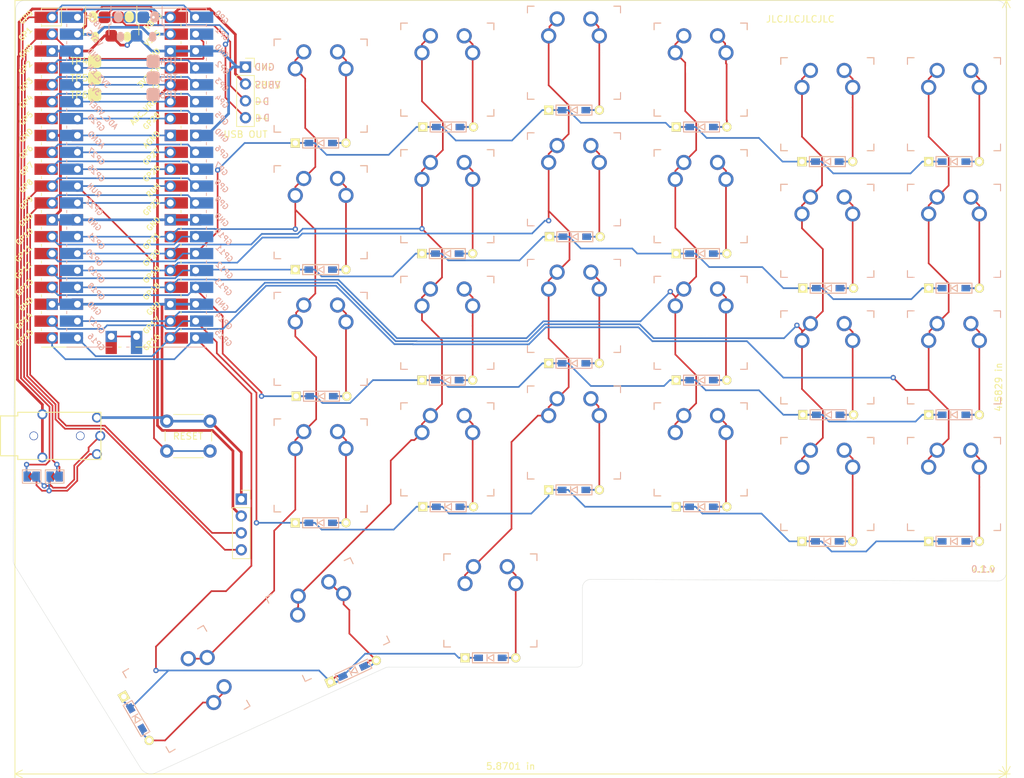
<source format=kicad_pcb>
(kicad_pcb (version 20171130) (host pcbnew "(5.1.4)-1")
  (layers (0 F.Cu signal) (31 B.Cu signal) (34 B.Paste user hide) (35 F.Paste user hide) (36 B.SilkS user) (37 F.SilkS user) (38 B.Mask user) (39 F.Mask user) (44 Edge.Cuts user))
  (net 0 "")
  (net 1 "Net-(D1-Pad2)")
  (net 2 ROW1)
  (net 3 "Net-(D2-Pad2)")
  (net 4 "Net-(D3-Pad2)")
  (net 5 "Net-(D4-Pad2)")
  (net 6 "Net-(D5-Pad2)")
  (net 7 "Net-(D6-Pad2)")
  (net 8 "Net-(D7-Pad2)")
  (net 9 ROW2)
  (net 10 "Net-(D8-Pad2)")
  (net 11 "Net-(D9-Pad2)")
  (net 12 "Net-(D10-Pad2)")
  (net 13 "Net-(D11-Pad2)")
  (net 14 "Net-(D12-Pad2)")
  (net 15 "Net-(D13-Pad2)")
  (net 16 ROW3)
  (net 17 "Net-(D14-Pad2)")
  (net 18 "Net-(D15-Pad2)")
  (net 19 "Net-(D16-Pad2)")
  (net 20 "Net-(D17-Pad2)")
  (net 21 "Net-(D18-Pad2)")
  (net 22 "Net-(D19-Pad2)")
  (net 23 ROW4)
  (net 24 "Net-(D20-Pad2)")
  (net 25 "Net-(D21-Pad2)")
  (net 26 "Net-(D22-Pad2)")
  (net 27 "Net-(D23-Pad2)")
  (net 28 "Net-(D24-Pad2)")
  (net 29 "Net-(D25-Pad2)")
  (net 30 ROW5)
  (net 31 "Net-(D26-Pad2)")
  (net 32 "Net-(D27-Pad2)")
  (net 33 SDA)
  (net 34 USB_VBUS)
  (net 35 GND)
  (net 36 "Net-(MCU1-Pad37)")
  (net 37 Vcc)
  (net 38 "Net-(MCU1-Pad34)")
  (net 39 "Net-(MCU1-Pad14)")
  (net 40 "Net-(MCU1-Pad35)")
  (net 41 "Net-(MCU1-Pad33)")
  (net 42 "Net-(MCU1-Pad32)")
  (net 43 "Net-(MCU1-Pad31)")
  (net 44 Reset)
  (net 45 "Net-(MCU1-Pad29)")
  (net 46 "Net-(MCU1-Pad4)")
  (net 47 SCL)
  (net 48 "Net-(MCU1-Pad10)")
  (net 49 "Net-(MCU1-Pad9)")
  (net 50 USB_DP)
  (net 51 USB_DM)
  (net 52 COL1)
  (net 53 COL2)
  (net 54 COL3)
  (net 55 COL4)
  (net 56 COL5)
  (net 57 COL6)
  (net 58 Power)
  (net 59 "Net-(MCU1-Pad42)")
  (net 60 "Net-(MCU1-Pad5)")
  (net 61 Sleeve)
  (net 62 Ring2)
  (net 63 TX)
  (net 64 RX)
  (net 65 "Net-(MCU1-Pad7)")
  (net 66 "Net-(MCU1-Pad6)")
  (module MountingHole:MountingHole_3.2mm_M3 (layer F.Cu) (at 212.6488 52.9844)
    (fp_text reference H6 hide)
    (fp_text value MountingHole)
    (pad 1 np_thru_hole circle (at 0 0) (size 3.2 3.2) (drill 3.2) (layers *.Cu *.Mask))
  )
  (module MountingHole:MountingHole_3.2mm_M3 (layer F.Cu) (at 127.127 134.493)
    (fp_text reference H5 hide)
    (fp_text value MountingHole)
    (pad 1 np_thru_hole circle (at 0 0) (size 3.2 3.2) (drill 3.2) (layers *.Cu *.Mask))
  )
  (module MountingHole:MountingHole_3.2mm_M3 (layer F.Cu) (at 162.179 104.521)
    (fp_text reference H4 hide)
    (fp_text value MountingHole)
    (pad 1 np_thru_hole circle (at 0 0) (size 3.2 3.2) (drill 3.2) (layers *.Cu *.Mask))
  )
  (module MountingHole:MountingHole_3.2mm_M3 (layer F.Cu) (at 200.914 133.096)
    (fp_text reference H3 hide)
    (fp_text value MountingHole)
    (pad 1 np_thru_hole circle (at 0 0) (size 3.2 3.2) (drill 3.2) (layers *.Cu *.Mask))
  )
  (module MountingHole:MountingHole_3.2mm_M3 (layer F.Cu) (at 79.756 139.192)
    (fp_text reference H2 hide)
    (fp_text value MountingHole)
    (pad 1 np_thru_hole circle (at 0 0) (size 3.2 3.2) (drill 3.2) (layers *.Cu *.Mask))
  )
  (module MountingHole:MountingHole_3.2mm_M3 (layer F.Cu) (at 104.394 52.451)
    (fp_text reference H1 hide)
    (fp_text value MountingHole)
    (pad 1 np_thru_hole circle (at 0 0) (size 3.2 3.2) (drill 3.2) (layers *.Cu *.Mask))
  )
  (module Jumper:SolderJumper-2_P1.3mm_Open_TrianglePad1.0x1.5mmBackCopper (layer F.Cu) (at 75.057 120.6754)
    (fp_text reference J4 hide)
    (fp_text value Conn_01x02_Female hide)
    (pad 2 smd custom (at -0.725 0 180) (size 0.3 0.3) (layers B.Cu B.Mask) (net 62 Ring2) (options (clearance outline) (anchor rect)) (primitives (gr_poly (pts (xy -0.65 0.75) (xy 0.5 0.75) (xy 0.5 -0.75) (xy -0.65 -0.75) (xy -0.15 0)) (width 0))))
    (pad 1 smd custom (at 0.725 0 180) (size 0.3 0.3) (layers B.Cu B.Mask) (net 64 RX) (options (clearance outline) (anchor rect)) (primitives (gr_poly (pts (xy -0.5 0.75) (xy 0.5 0.75) (xy 1 0) (xy 0.5 -0.75) (xy -0.5 -0.75)) (width 0))))
  )
  (module Jumper:SolderJumper-2_P1.3mm_Open_TrianglePad1.0x1.5mmBackCopper (layer F.Cu) (at 71.6026 120.6754)
    (fp_text reference J3 hide)
    (fp_text value Conn_01x02_Female hide)
    (pad 2 smd custom (at -0.725 0 180) (size 0.3 0.3) (layers B.Cu B.Mask) (net 63 TX) (options (clearance outline) (anchor rect)) (primitives (gr_poly (pts (xy -0.65 0.75) (xy 0.5 0.75) (xy 0.5 -0.75) (xy -0.65 -0.75) (xy -0.15 0)) (width 0))))
    (pad 1 smd custom (at 0.725 0 180) (size 0.3 0.3) (layers B.Cu B.Mask) (net 61 Sleeve) (options (clearance outline) (anchor rect)) (primitives (gr_poly (pts (xy -0.5 0.75) (xy 0.5 0.75) (xy 1 0) (xy 0.5 -0.75) (xy -0.5 -0.75)) (width 0))))
  )
  (module Jumper:SolderJumper-2_P1.3mm_Open_TrianglePad1.0x1.5mm (layer F.Cu) (at 71.6026 120.6754)
    (fp_text reference J2 hide)
    (fp_text value Conn_01x02_Female hide)
    (pad 1 smd custom (at -0.725 0) (size 0.3 0.3) (layers F.Cu F.Mask) (net 63 TX) (options (clearance outline) (anchor rect)) (primitives (gr_poly (pts (xy -0.5 -0.75) (xy 0.5 -0.75) (xy 1 0) (xy 0.5 0.75) (xy -0.5 0.75)) (width 0))))
    (pad 2 smd custom (at 0.725 0) (size 0.3 0.3) (layers F.Cu F.Mask) (net 62 Ring2) (options (clearance outline) (anchor rect)) (primitives (gr_poly (pts (xy -0.65 -0.75) (xy 0.5 -0.75) (xy 0.5 0.75) (xy -0.65 0.75) (xy -0.15 0)) (width 0))))
  )
  (module Jumper:SolderJumper-2_P1.3mm_Open_TrianglePad1.0x1.5mm (layer F.Cu) (at 75.057 120.6754)
    (fp_text reference J1 hide)
    (fp_text value Conn_01x02_Female hide)
    (pad 1 smd custom (at -0.725 0) (size 0.3 0.3) (layers F.Cu F.Mask) (net 61 Sleeve) (options (clearance outline) (anchor rect)) (primitives (gr_poly (pts (xy -0.5 -0.75) (xy 0.5 -0.75) (xy 1 0) (xy 0.5 0.75) (xy -0.5 0.75)) (width 0))))
    (pad 2 smd custom (at 0.725 0) (size 0.3 0.3) (layers F.Cu F.Mask) (net 64 RX) (options (clearance outline) (anchor rect)) (primitives (gr_poly (pts (xy -0.65 -0.75) (xy 0.5 -0.75) (xy 0.5 0.75) (xy -0.65 0.75) (xy -0.15 0)) (width 0))))
  )
  (module footprints:SW_MX_reversible (layer F.Cu) (at 115.062 61.849)
    (fp_text reference MX1 hide)
    (fp_text value MX-NoLED)
    (pad 2 thru_hole circle (at 3.81 -2.54) (size 2.286 2.286) (drill 1.4986) (layers *.Cu *.Mask) (net 1 "Net-(D1-Pad2)"))
    (pad 1 thru_hole circle (at -2.54 -5.08) (size 2.286 2.286) (drill 1.4986) (layers *.Cu *.Mask) (net 52 COL1))
    (pad 2 thru_hole circle (at 2.54 -5.08) (size 2.286 2.286) (drill 1.4986) (layers *.Cu *.Mask) (net 1 "Net-(D1-Pad2)"))
    (pad "" np_thru_hole circle (at 0 0) (size 3.9878 3.9878) (drill 3.9878) (layers *.Cu *.Mask))
    (pad 1 thru_hole circle (at -3.81 -2.54) (size 2.286 2.286) (drill 1.4986) (layers *.Cu *.Mask) (net 52 COL1))
    (pad "" np_thru_hole circle (at 5.08 0) (size 1.7018 1.7018) (drill 1.7018) (layers *.Cu *.Mask))
    (pad "" np_thru_hole circle (at -5.08 0) (size 1.7018 1.7018) (drill 1.7018) (layers *.Cu *.Mask))
  )
  (module footprints:SW_MX_reversible (layer F.Cu) (at 134.112 59.436)
    (fp_text reference MX2 hide)
    (fp_text value MX-NoLED)
    (pad 2 thru_hole circle (at 3.81 -2.54) (size 2.286 2.286) (drill 1.4986) (layers *.Cu *.Mask) (net 3 "Net-(D2-Pad2)"))
    (pad 1 thru_hole circle (at -2.54 -5.08) (size 2.286 2.286) (drill 1.4986) (layers *.Cu *.Mask) (net 53 COL2))
    (pad 2 thru_hole circle (at 2.54 -5.08) (size 2.286 2.286) (drill 1.4986) (layers *.Cu *.Mask) (net 3 "Net-(D2-Pad2)"))
    (pad "" np_thru_hole circle (at 0 0) (size 3.9878 3.9878) (drill 3.9878) (layers *.Cu *.Mask))
    (pad 1 thru_hole circle (at -3.81 -2.54) (size 2.286 2.286) (drill 1.4986) (layers *.Cu *.Mask) (net 53 COL2))
    (pad "" np_thru_hole circle (at 5.08 0) (size 1.7018 1.7018) (drill 1.7018) (layers *.Cu *.Mask))
    (pad "" np_thru_hole circle (at -5.08 0) (size 1.7018 1.7018) (drill 1.7018) (layers *.Cu *.Mask))
  )
  (module footprints:SW_MX_reversible (layer F.Cu) (at 153.162 56.896)
    (fp_text reference MX3 hide)
    (fp_text value MX-NoLED)
    (pad 2 thru_hole circle (at 3.81 -2.54) (size 2.286 2.286) (drill 1.4986) (layers *.Cu *.Mask) (net 4 "Net-(D3-Pad2)"))
    (pad 1 thru_hole circle (at -2.54 -5.08) (size 2.286 2.286) (drill 1.4986) (layers *.Cu *.Mask) (net 54 COL3))
    (pad 2 thru_hole circle (at 2.54 -5.08) (size 2.286 2.286) (drill 1.4986) (layers *.Cu *.Mask) (net 4 "Net-(D3-Pad2)"))
    (pad "" np_thru_hole circle (at 0 0) (size 3.9878 3.9878) (drill 3.9878) (layers *.Cu *.Mask))
    (pad 1 thru_hole circle (at -3.81 -2.54) (size 2.286 2.286) (drill 1.4986) (layers *.Cu *.Mask) (net 54 COL3))
    (pad "" np_thru_hole circle (at 5.08 0) (size 1.7018 1.7018) (drill 1.7018) (layers *.Cu *.Mask))
    (pad "" np_thru_hole circle (at -5.08 0) (size 1.7018 1.7018) (drill 1.7018) (layers *.Cu *.Mask))
  )
  (module footprints:SW_MX_reversible (layer F.Cu) (at 172.212 59.436)
    (fp_text reference MX4 hide)
    (fp_text value MX-NoLED)
    (pad 2 thru_hole circle (at 3.81 -2.54) (size 2.286 2.286) (drill 1.4986) (layers *.Cu *.Mask) (net 5 "Net-(D4-Pad2)"))
    (pad 1 thru_hole circle (at -2.54 -5.08) (size 2.286 2.286) (drill 1.4986) (layers *.Cu *.Mask) (net 55 COL4))
    (pad 2 thru_hole circle (at 2.54 -5.08) (size 2.286 2.286) (drill 1.4986) (layers *.Cu *.Mask) (net 5 "Net-(D4-Pad2)"))
    (pad "" np_thru_hole circle (at 0 0) (size 3.9878 3.9878) (drill 3.9878) (layers *.Cu *.Mask))
    (pad 1 thru_hole circle (at -3.81 -2.54) (size 2.286 2.286) (drill 1.4986) (layers *.Cu *.Mask) (net 55 COL4))
    (pad "" np_thru_hole circle (at 5.08 0) (size 1.7018 1.7018) (drill 1.7018) (layers *.Cu *.Mask))
    (pad "" np_thru_hole circle (at -5.08 0) (size 1.7018 1.7018) (drill 1.7018) (layers *.Cu *.Mask))
  )
  (module footprints:SW_MX_reversible (layer F.Cu) (at 191.262 64.643)
    (fp_text reference MX5 hide)
    (fp_text value MX-NoLED)
    (pad 2 thru_hole circle (at 3.81 -2.54) (size 2.286 2.286) (drill 1.4986) (layers *.Cu *.Mask) (net 6 "Net-(D5-Pad2)"))
    (pad 1 thru_hole circle (at -2.54 -5.08) (size 2.286 2.286) (drill 1.4986) (layers *.Cu *.Mask) (net 56 COL5))
    (pad 2 thru_hole circle (at 2.54 -5.08) (size 2.286 2.286) (drill 1.4986) (layers *.Cu *.Mask) (net 6 "Net-(D5-Pad2)"))
    (pad "" np_thru_hole circle (at 0 0) (size 3.9878 3.9878) (drill 3.9878) (layers *.Cu *.Mask))
    (pad 1 thru_hole circle (at -3.81 -2.54) (size 2.286 2.286) (drill 1.4986) (layers *.Cu *.Mask) (net 56 COL5))
    (pad "" np_thru_hole circle (at 5.08 0) (size 1.7018 1.7018) (drill 1.7018) (layers *.Cu *.Mask))
    (pad "" np_thru_hole circle (at -5.08 0) (size 1.7018 1.7018) (drill 1.7018) (layers *.Cu *.Mask))
  )
  (module footprints:SW_MX_reversible (layer F.Cu) (at 210.312 64.643)
    (fp_text reference MX6 hide)
    (fp_text value MX-NoLED)
    (pad 2 thru_hole circle (at 3.81 -2.54) (size 2.286 2.286) (drill 1.4986) (layers *.Cu *.Mask) (net 7 "Net-(D6-Pad2)"))
    (pad 1 thru_hole circle (at -2.54 -5.08) (size 2.286 2.286) (drill 1.4986) (layers *.Cu *.Mask) (net 57 COL6))
    (pad 2 thru_hole circle (at 2.54 -5.08) (size 2.286 2.286) (drill 1.4986) (layers *.Cu *.Mask) (net 7 "Net-(D6-Pad2)"))
    (pad "" np_thru_hole circle (at 0 0) (size 3.9878 3.9878) (drill 3.9878) (layers *.Cu *.Mask))
    (pad 1 thru_hole circle (at -3.81 -2.54) (size 2.286 2.286) (drill 1.4986) (layers *.Cu *.Mask) (net 57 COL6))
    (pad "" np_thru_hole circle (at 5.08 0) (size 1.7018 1.7018) (drill 1.7018) (layers *.Cu *.Mask))
    (pad "" np_thru_hole circle (at -5.08 0) (size 1.7018 1.7018) (drill 1.7018) (layers *.Cu *.Mask))
  )
  (module footprints:SW_MX_reversible (layer F.Cu) (at 115.062 80.899)
    (fp_text reference MX7 hide)
    (fp_text value MX-NoLED)
    (pad 2 thru_hole circle (at 3.81 -2.54) (size 2.286 2.286) (drill 1.4986) (layers *.Cu *.Mask) (net 8 "Net-(D7-Pad2)"))
    (pad 1 thru_hole circle (at -2.54 -5.08) (size 2.286 2.286) (drill 1.4986) (layers *.Cu *.Mask) (net 52 COL1))
    (pad 2 thru_hole circle (at 2.54 -5.08) (size 2.286 2.286) (drill 1.4986) (layers *.Cu *.Mask) (net 8 "Net-(D7-Pad2)"))
    (pad "" np_thru_hole circle (at 0 0) (size 3.9878 3.9878) (drill 3.9878) (layers *.Cu *.Mask))
    (pad 1 thru_hole circle (at -3.81 -2.54) (size 2.286 2.286) (drill 1.4986) (layers *.Cu *.Mask) (net 52 COL1))
    (pad "" np_thru_hole circle (at 5.08 0) (size 1.7018 1.7018) (drill 1.7018) (layers *.Cu *.Mask))
    (pad "" np_thru_hole circle (at -5.08 0) (size 1.7018 1.7018) (drill 1.7018) (layers *.Cu *.Mask))
  )
  (module footprints:SW_MX_reversible (layer F.Cu) (at 134.112 78.486)
    (fp_text reference MX8 hide)
    (fp_text value MX-NoLED)
    (pad 2 thru_hole circle (at 3.81 -2.54) (size 2.286 2.286) (drill 1.4986) (layers *.Cu *.Mask) (net 10 "Net-(D8-Pad2)"))
    (pad 1 thru_hole circle (at -2.54 -5.08) (size 2.286 2.286) (drill 1.4986) (layers *.Cu *.Mask) (net 53 COL2))
    (pad 2 thru_hole circle (at 2.54 -5.08) (size 2.286 2.286) (drill 1.4986) (layers *.Cu *.Mask) (net 10 "Net-(D8-Pad2)"))
    (pad "" np_thru_hole circle (at 0 0) (size 3.9878 3.9878) (drill 3.9878) (layers *.Cu *.Mask))
    (pad 1 thru_hole circle (at -3.81 -2.54) (size 2.286 2.286) (drill 1.4986) (layers *.Cu *.Mask) (net 53 COL2))
    (pad "" np_thru_hole circle (at 5.08 0) (size 1.7018 1.7018) (drill 1.7018) (layers *.Cu *.Mask))
    (pad "" np_thru_hole circle (at -5.08 0) (size 1.7018 1.7018) (drill 1.7018) (layers *.Cu *.Mask))
  )
  (module footprints:SW_MX_reversible (layer F.Cu) (at 153.162 75.946)
    (fp_text reference MX9 hide)
    (fp_text value MX-NoLED)
    (pad 2 thru_hole circle (at 3.81 -2.54) (size 2.286 2.286) (drill 1.4986) (layers *.Cu *.Mask) (net 11 "Net-(D9-Pad2)"))
    (pad 1 thru_hole circle (at -2.54 -5.08) (size 2.286 2.286) (drill 1.4986) (layers *.Cu *.Mask) (net 54 COL3))
    (pad 2 thru_hole circle (at 2.54 -5.08) (size 2.286 2.286) (drill 1.4986) (layers *.Cu *.Mask) (net 11 "Net-(D9-Pad2)"))
    (pad "" np_thru_hole circle (at 0 0) (size 3.9878 3.9878) (drill 3.9878) (layers *.Cu *.Mask))
    (pad 1 thru_hole circle (at -3.81 -2.54) (size 2.286 2.286) (drill 1.4986) (layers *.Cu *.Mask) (net 54 COL3))
    (pad "" np_thru_hole circle (at 5.08 0) (size 1.7018 1.7018) (drill 1.7018) (layers *.Cu *.Mask))
    (pad "" np_thru_hole circle (at -5.08 0) (size 1.7018 1.7018) (drill 1.7018) (layers *.Cu *.Mask))
  )
  (module footprints:SW_MX_reversible (layer F.Cu) (at 172.212 78.486)
    (fp_text reference MX10 hide)
    (fp_text value MX-NoLED)
    (pad 2 thru_hole circle (at 3.81 -2.54) (size 2.286 2.286) (drill 1.4986) (layers *.Cu *.Mask) (net 12 "Net-(D10-Pad2)"))
    (pad 1 thru_hole circle (at -2.54 -5.08) (size 2.286 2.286) (drill 1.4986) (layers *.Cu *.Mask) (net 55 COL4))
    (pad 2 thru_hole circle (at 2.54 -5.08) (size 2.286 2.286) (drill 1.4986) (layers *.Cu *.Mask) (net 12 "Net-(D10-Pad2)"))
    (pad "" np_thru_hole circle (at 0 0) (size 3.9878 3.9878) (drill 3.9878) (layers *.Cu *.Mask))
    (pad 1 thru_hole circle (at -3.81 -2.54) (size 2.286 2.286) (drill 1.4986) (layers *.Cu *.Mask) (net 55 COL4))
    (pad "" np_thru_hole circle (at 5.08 0) (size 1.7018 1.7018) (drill 1.7018) (layers *.Cu *.Mask))
    (pad "" np_thru_hole circle (at -5.08 0) (size 1.7018 1.7018) (drill 1.7018) (layers *.Cu *.Mask))
  )
  (module footprints:SW_MX_reversible (layer F.Cu) (at 191.262 83.693)
    (fp_text reference MX11 hide)
    (fp_text value MX-NoLED)
    (pad 2 thru_hole circle (at 3.81 -2.54) (size 2.286 2.286) (drill 1.4986) (layers *.Cu *.Mask) (net 13 "Net-(D11-Pad2)"))
    (pad 1 thru_hole circle (at -2.54 -5.08) (size 2.286 2.286) (drill 1.4986) (layers *.Cu *.Mask) (net 56 COL5))
    (pad 2 thru_hole circle (at 2.54 -5.08) (size 2.286 2.286) (drill 1.4986) (layers *.Cu *.Mask) (net 13 "Net-(D11-Pad2)"))
    (pad "" np_thru_hole circle (at 0 0) (size 3.9878 3.9878) (drill 3.9878) (layers *.Cu *.Mask))
    (pad 1 thru_hole circle (at -3.81 -2.54) (size 2.286 2.286) (drill 1.4986) (layers *.Cu *.Mask) (net 56 COL5))
    (pad "" np_thru_hole circle (at 5.08 0) (size 1.7018 1.7018) (drill 1.7018) (layers *.Cu *.Mask))
    (pad "" np_thru_hole circle (at -5.08 0) (size 1.7018 1.7018) (drill 1.7018) (layers *.Cu *.Mask))
  )
  (module footprints:SW_MX_reversible (layer F.Cu) (at 210.312 83.693)
    (fp_text reference MX12 hide)
    (fp_text value MX-NoLED)
    (pad 2 thru_hole circle (at 3.81 -2.54) (size 2.286 2.286) (drill 1.4986) (layers *.Cu *.Mask) (net 14 "Net-(D12-Pad2)"))
    (pad 1 thru_hole circle (at -2.54 -5.08) (size 2.286 2.286) (drill 1.4986) (layers *.Cu *.Mask) (net 57 COL6))
    (pad 2 thru_hole circle (at 2.54 -5.08) (size 2.286 2.286) (drill 1.4986) (layers *.Cu *.Mask) (net 14 "Net-(D12-Pad2)"))
    (pad "" np_thru_hole circle (at 0 0) (size 3.9878 3.9878) (drill 3.9878) (layers *.Cu *.Mask))
    (pad 1 thru_hole circle (at -3.81 -2.54) (size 2.286 2.286) (drill 1.4986) (layers *.Cu *.Mask) (net 57 COL6))
    (pad "" np_thru_hole circle (at 5.08 0) (size 1.7018 1.7018) (drill 1.7018) (layers *.Cu *.Mask))
    (pad "" np_thru_hole circle (at -5.08 0) (size 1.7018 1.7018) (drill 1.7018) (layers *.Cu *.Mask))
  )
  (module footprints:SW_MX_reversible (layer F.Cu) (at 115.062 99.949)
    (fp_text reference MX13 hide)
    (fp_text value MX-NoLED)
    (pad 2 thru_hole circle (at 3.81 -2.54) (size 2.286 2.286) (drill 1.4986) (layers *.Cu *.Mask) (net 15 "Net-(D13-Pad2)"))
    (pad 1 thru_hole circle (at -2.54 -5.08) (size 2.286 2.286) (drill 1.4986) (layers *.Cu *.Mask) (net 52 COL1))
    (pad 2 thru_hole circle (at 2.54 -5.08) (size 2.286 2.286) (drill 1.4986) (layers *.Cu *.Mask) (net 15 "Net-(D13-Pad2)"))
    (pad "" np_thru_hole circle (at 0 0) (size 3.9878 3.9878) (drill 3.9878) (layers *.Cu *.Mask))
    (pad 1 thru_hole circle (at -3.81 -2.54) (size 2.286 2.286) (drill 1.4986) (layers *.Cu *.Mask) (net 52 COL1))
    (pad "" np_thru_hole circle (at 5.08 0) (size 1.7018 1.7018) (drill 1.7018) (layers *.Cu *.Mask))
    (pad "" np_thru_hole circle (at -5.08 0) (size 1.7018 1.7018) (drill 1.7018) (layers *.Cu *.Mask))
  )
  (module footprints:SW_MX_reversible (layer F.Cu) (at 134.112 97.536)
    (fp_text reference MX14 hide)
    (fp_text value MX-NoLED)
    (pad 2 thru_hole circle (at 3.81 -2.54) (size 2.286 2.286) (drill 1.4986) (layers *.Cu *.Mask) (net 17 "Net-(D14-Pad2)"))
    (pad 1 thru_hole circle (at -2.54 -5.08) (size 2.286 2.286) (drill 1.4986) (layers *.Cu *.Mask) (net 53 COL2))
    (pad 2 thru_hole circle (at 2.54 -5.08) (size 2.286 2.286) (drill 1.4986) (layers *.Cu *.Mask) (net 17 "Net-(D14-Pad2)"))
    (pad "" np_thru_hole circle (at 0 0) (size 3.9878 3.9878) (drill 3.9878) (layers *.Cu *.Mask))
    (pad 1 thru_hole circle (at -3.81 -2.54) (size 2.286 2.286) (drill 1.4986) (layers *.Cu *.Mask) (net 53 COL2))
    (pad "" np_thru_hole circle (at 5.08 0) (size 1.7018 1.7018) (drill 1.7018) (layers *.Cu *.Mask))
    (pad "" np_thru_hole circle (at -5.08 0) (size 1.7018 1.7018) (drill 1.7018) (layers *.Cu *.Mask))
  )
  (module footprints:SW_MX_reversible (layer F.Cu) (at 153.162 94.996)
    (fp_text reference MX15 hide)
    (fp_text value MX-NoLED)
    (pad 2 thru_hole circle (at 3.81 -2.54) (size 2.286 2.286) (drill 1.4986) (layers *.Cu *.Mask) (net 18 "Net-(D15-Pad2)"))
    (pad 1 thru_hole circle (at -2.54 -5.08) (size 2.286 2.286) (drill 1.4986) (layers *.Cu *.Mask) (net 54 COL3))
    (pad 2 thru_hole circle (at 2.54 -5.08) (size 2.286 2.286) (drill 1.4986) (layers *.Cu *.Mask) (net 18 "Net-(D15-Pad2)"))
    (pad "" np_thru_hole circle (at 0 0) (size 3.9878 3.9878) (drill 3.9878) (layers *.Cu *.Mask))
    (pad 1 thru_hole circle (at -3.81 -2.54) (size 2.286 2.286) (drill 1.4986) (layers *.Cu *.Mask) (net 54 COL3))
    (pad "" np_thru_hole circle (at 5.08 0) (size 1.7018 1.7018) (drill 1.7018) (layers *.Cu *.Mask))
    (pad "" np_thru_hole circle (at -5.08 0) (size 1.7018 1.7018) (drill 1.7018) (layers *.Cu *.Mask))
  )
  (module footprints:SW_MX_reversible (layer F.Cu) (at 172.212 97.536)
    (fp_text reference MX16 hide)
    (fp_text value MX-NoLED)
    (pad 2 thru_hole circle (at 3.81 -2.54) (size 2.286 2.286) (drill 1.4986) (layers *.Cu *.Mask) (net 19 "Net-(D16-Pad2)"))
    (pad 1 thru_hole circle (at -2.54 -5.08) (size 2.286 2.286) (drill 1.4986) (layers *.Cu *.Mask) (net 55 COL4))
    (pad 2 thru_hole circle (at 2.54 -5.08) (size 2.286 2.286) (drill 1.4986) (layers *.Cu *.Mask) (net 19 "Net-(D16-Pad2)"))
    (pad "" np_thru_hole circle (at 0 0) (size 3.9878 3.9878) (drill 3.9878) (layers *.Cu *.Mask))
    (pad 1 thru_hole circle (at -3.81 -2.54) (size 2.286 2.286) (drill 1.4986) (layers *.Cu *.Mask) (net 55 COL4))
    (pad "" np_thru_hole circle (at 5.08 0) (size 1.7018 1.7018) (drill 1.7018) (layers *.Cu *.Mask))
    (pad "" np_thru_hole circle (at -5.08 0) (size 1.7018 1.7018) (drill 1.7018) (layers *.Cu *.Mask))
  )
  (module footprints:SW_MX_reversible (layer F.Cu) (at 191.262 102.743)
    (fp_text reference MX17 hide)
    (fp_text value MX-NoLED)
    (pad 2 thru_hole circle (at 3.81 -2.54) (size 2.286 2.286) (drill 1.4986) (layers *.Cu *.Mask) (net 20 "Net-(D17-Pad2)"))
    (pad 1 thru_hole circle (at -2.54 -5.08) (size 2.286 2.286) (drill 1.4986) (layers *.Cu *.Mask) (net 56 COL5))
    (pad 2 thru_hole circle (at 2.54 -5.08) (size 2.286 2.286) (drill 1.4986) (layers *.Cu *.Mask) (net 20 "Net-(D17-Pad2)"))
    (pad "" np_thru_hole circle (at 0 0) (size 3.9878 3.9878) (drill 3.9878) (layers *.Cu *.Mask))
    (pad 1 thru_hole circle (at -3.81 -2.54) (size 2.286 2.286) (drill 1.4986) (layers *.Cu *.Mask) (net 56 COL5))
    (pad "" np_thru_hole circle (at 5.08 0) (size 1.7018 1.7018) (drill 1.7018) (layers *.Cu *.Mask))
    (pad "" np_thru_hole circle (at -5.08 0) (size 1.7018 1.7018) (drill 1.7018) (layers *.Cu *.Mask))
  )
  (module footprints:SW_MX_reversible (layer F.Cu) (at 210.312 102.743)
    (fp_text reference MX18 hide)
    (fp_text value MX-NoLED)
    (pad 2 thru_hole circle (at 3.81 -2.54) (size 2.286 2.286) (drill 1.4986) (layers *.Cu *.Mask) (net 21 "Net-(D18-Pad2)"))
    (pad 1 thru_hole circle (at -2.54 -5.08) (size 2.286 2.286) (drill 1.4986) (layers *.Cu *.Mask) (net 57 COL6))
    (pad 2 thru_hole circle (at 2.54 -5.08) (size 2.286 2.286) (drill 1.4986) (layers *.Cu *.Mask) (net 21 "Net-(D18-Pad2)"))
    (pad "" np_thru_hole circle (at 0 0) (size 3.9878 3.9878) (drill 3.9878) (layers *.Cu *.Mask))
    (pad 1 thru_hole circle (at -3.81 -2.54) (size 2.286 2.286) (drill 1.4986) (layers *.Cu *.Mask) (net 57 COL6))
    (pad "" np_thru_hole circle (at 5.08 0) (size 1.7018 1.7018) (drill 1.7018) (layers *.Cu *.Mask))
    (pad "" np_thru_hole circle (at -5.08 0) (size 1.7018 1.7018) (drill 1.7018) (layers *.Cu *.Mask))
  )
  (module footprints:SW_MX_reversible (layer F.Cu) (at 115.062 118.999)
    (fp_text reference MX19 hide)
    (fp_text value MX-NoLED)
    (pad 2 thru_hole circle (at 3.81 -2.54) (size 2.286 2.286) (drill 1.4986) (layers *.Cu *.Mask) (net 22 "Net-(D19-Pad2)"))
    (pad 1 thru_hole circle (at -2.54 -5.08) (size 2.286 2.286) (drill 1.4986) (layers *.Cu *.Mask) (net 52 COL1))
    (pad 2 thru_hole circle (at 2.54 -5.08) (size 2.286 2.286) (drill 1.4986) (layers *.Cu *.Mask) (net 22 "Net-(D19-Pad2)"))
    (pad "" np_thru_hole circle (at 0 0) (size 3.9878 3.9878) (drill 3.9878) (layers *.Cu *.Mask))
    (pad 1 thru_hole circle (at -3.81 -2.54) (size 2.286 2.286) (drill 1.4986) (layers *.Cu *.Mask) (net 52 COL1))
    (pad "" np_thru_hole circle (at 5.08 0) (size 1.7018 1.7018) (drill 1.7018) (layers *.Cu *.Mask))
    (pad "" np_thru_hole circle (at -5.08 0) (size 1.7018 1.7018) (drill 1.7018) (layers *.Cu *.Mask))
  )
  (module footprints:SW_MX_reversible (layer F.Cu) (at 134.112 116.586)
    (fp_text reference MX20 hide)
    (fp_text value MX-NoLED)
    (pad 2 thru_hole circle (at 3.81 -2.54) (size 2.286 2.286) (drill 1.4986) (layers *.Cu *.Mask) (net 24 "Net-(D20-Pad2)"))
    (pad 1 thru_hole circle (at -2.54 -5.08) (size 2.286 2.286) (drill 1.4986) (layers *.Cu *.Mask) (net 53 COL2))
    (pad 2 thru_hole circle (at 2.54 -5.08) (size 2.286 2.286) (drill 1.4986) (layers *.Cu *.Mask) (net 24 "Net-(D20-Pad2)"))
    (pad "" np_thru_hole circle (at 0 0) (size 3.9878 3.9878) (drill 3.9878) (layers *.Cu *.Mask))
    (pad 1 thru_hole circle (at -3.81 -2.54) (size 2.286 2.286) (drill 1.4986) (layers *.Cu *.Mask) (net 53 COL2))
    (pad "" np_thru_hole circle (at 5.08 0) (size 1.7018 1.7018) (drill 1.7018) (layers *.Cu *.Mask))
    (pad "" np_thru_hole circle (at -5.08 0) (size 1.7018 1.7018) (drill 1.7018) (layers *.Cu *.Mask))
  )
  (module footprints:SW_MX_reversible (layer F.Cu) (at 153.162 114.046)
    (fp_text reference MX21 hide)
    (fp_text value MX-NoLED)
    (pad 2 thru_hole circle (at 3.81 -2.54) (size 2.286 2.286) (drill 1.4986) (layers *.Cu *.Mask) (net 25 "Net-(D21-Pad2)"))
    (pad 1 thru_hole circle (at -2.54 -5.08) (size 2.286 2.286) (drill 1.4986) (layers *.Cu *.Mask) (net 54 COL3))
    (pad 2 thru_hole circle (at 2.54 -5.08) (size 2.286 2.286) (drill 1.4986) (layers *.Cu *.Mask) (net 25 "Net-(D21-Pad2)"))
    (pad "" np_thru_hole circle (at 0 0) (size 3.9878 3.9878) (drill 3.9878) (layers *.Cu *.Mask))
    (pad 1 thru_hole circle (at -3.81 -2.54) (size 2.286 2.286) (drill 1.4986) (layers *.Cu *.Mask) (net 54 COL3))
    (pad "" np_thru_hole circle (at 5.08 0) (size 1.7018 1.7018) (drill 1.7018) (layers *.Cu *.Mask))
    (pad "" np_thru_hole circle (at -5.08 0) (size 1.7018 1.7018) (drill 1.7018) (layers *.Cu *.Mask))
  )
  (module footprints:SW_MX_reversible (layer F.Cu) (at 172.212 116.586)
    (fp_text reference MX22 hide)
    (fp_text value MX-NoLED)
    (pad 2 thru_hole circle (at 3.81 -2.54) (size 2.286 2.286) (drill 1.4986) (layers *.Cu *.Mask) (net 26 "Net-(D22-Pad2)"))
    (pad 1 thru_hole circle (at -2.54 -5.08) (size 2.286 2.286) (drill 1.4986) (layers *.Cu *.Mask) (net 55 COL4))
    (pad 2 thru_hole circle (at 2.54 -5.08) (size 2.286 2.286) (drill 1.4986) (layers *.Cu *.Mask) (net 26 "Net-(D22-Pad2)"))
    (pad "" np_thru_hole circle (at 0 0) (size 3.9878 3.9878) (drill 3.9878) (layers *.Cu *.Mask))
    (pad 1 thru_hole circle (at -3.81 -2.54) (size 2.286 2.286) (drill 1.4986) (layers *.Cu *.Mask) (net 55 COL4))
    (pad "" np_thru_hole circle (at 5.08 0) (size 1.7018 1.7018) (drill 1.7018) (layers *.Cu *.Mask))
    (pad "" np_thru_hole circle (at -5.08 0) (size 1.7018 1.7018) (drill 1.7018) (layers *.Cu *.Mask))
  )
  (module footprints:SW_MX_reversible (layer F.Cu) (at 191.262 121.793)
    (fp_text reference MX23 hide)
    (fp_text value MX-NoLED)
    (pad 2 thru_hole circle (at 3.81 -2.54) (size 2.286 2.286) (drill 1.4986) (layers *.Cu *.Mask) (net 27 "Net-(D23-Pad2)"))
    (pad 1 thru_hole circle (at -2.54 -5.08) (size 2.286 2.286) (drill 1.4986) (layers *.Cu *.Mask) (net 56 COL5))
    (pad 2 thru_hole circle (at 2.54 -5.08) (size 2.286 2.286) (drill 1.4986) (layers *.Cu *.Mask) (net 27 "Net-(D23-Pad2)"))
    (pad "" np_thru_hole circle (at 0 0) (size 3.9878 3.9878) (drill 3.9878) (layers *.Cu *.Mask))
    (pad 1 thru_hole circle (at -3.81 -2.54) (size 2.286 2.286) (drill 1.4986) (layers *.Cu *.Mask) (net 56 COL5))
    (pad "" np_thru_hole circle (at 5.08 0) (size 1.7018 1.7018) (drill 1.7018) (layers *.Cu *.Mask))
    (pad "" np_thru_hole circle (at -5.08 0) (size 1.7018 1.7018) (drill 1.7018) (layers *.Cu *.Mask))
  )
  (module footprints:SW_MX_reversible (layer F.Cu) (at 210.312 121.793)
    (fp_text reference MX24 hide)
    (fp_text value MX-NoLED)
    (pad 2 thru_hole circle (at 3.81 -2.54) (size 2.286 2.286) (drill 1.4986) (layers *.Cu *.Mask) (net 28 "Net-(D24-Pad2)"))
    (pad 1 thru_hole circle (at -2.54 -5.08) (size 2.286 2.286) (drill 1.4986) (layers *.Cu *.Mask) (net 57 COL6))
    (pad 2 thru_hole circle (at 2.54 -5.08) (size 2.286 2.286) (drill 1.4986) (layers *.Cu *.Mask) (net 28 "Net-(D24-Pad2)"))
    (pad "" np_thru_hole circle (at 0 0) (size 3.9878 3.9878) (drill 3.9878) (layers *.Cu *.Mask))
    (pad 1 thru_hole circle (at -3.81 -2.54) (size 2.286 2.286) (drill 1.4986) (layers *.Cu *.Mask) (net 57 COL6))
    (pad "" np_thru_hole circle (at 5.08 0) (size 1.7018 1.7018) (drill 1.7018) (layers *.Cu *.Mask))
    (pad "" np_thru_hole circle (at -5.08 0) (size 1.7018 1.7018) (drill 1.7018) (layers *.Cu *.Mask))
  )
  (module footprints:SW_MX_reversible (layer F.Cu) (at 94.869 152.653028 300)
    (fp_text reference MX25 hide)
    (fp_text value MX-NoLED)
    (pad 2 thru_hole circle (at 3.81 -2.54 300) (size 2.286 2.286) (drill 1.4986) (layers *.Cu *.Mask) (net 29 "Net-(D25-Pad2)"))
    (pad 1 thru_hole circle (at -2.54 -5.08 300) (size 2.286 2.286) (drill 1.4986) (layers *.Cu *.Mask) (net 52 COL1))
    (pad 2 thru_hole circle (at 2.54 -5.08 300) (size 2.286 2.286) (drill 1.4986) (layers *.Cu *.Mask) (net 29 "Net-(D25-Pad2)"))
    (pad "" np_thru_hole circle (at 0 0 300) (size 3.9878 3.9878) (drill 3.9878) (layers *.Cu *.Mask))
    (pad 1 thru_hole circle (at -3.81 -2.54 300) (size 2.286 2.286) (drill 1.4986) (layers *.Cu *.Mask) (net 52 COL1))
    (pad "" np_thru_hole circle (at 5.08 0 300) (size 1.7018 1.7018) (drill 1.7018) (layers *.Cu *.Mask))
    (pad "" np_thru_hole circle (at -5.08 0 300) (size 1.7018 1.7018) (drill 1.7018) (layers *.Cu *.Mask))
  )
  (module footprints:SW_MX_reversible (layer F.Cu) (at 116.134626 142.199916 25)
    (fp_text reference MX26 hide)
    (fp_text value MX-NoLED)
    (pad 2 thru_hole circle (at 3.81 -2.54 25) (size 2.286 2.286) (drill 1.4986) (layers *.Cu *.Mask) (net 31 "Net-(D26-Pad2)"))
    (pad 1 thru_hole circle (at -2.54 -5.08 25) (size 2.286 2.286) (drill 1.4986) (layers *.Cu *.Mask) (net 53 COL2))
    (pad 2 thru_hole circle (at 2.54 -5.08 25) (size 2.286 2.286) (drill 1.4986) (layers *.Cu *.Mask) (net 31 "Net-(D26-Pad2)"))
    (pad "" np_thru_hole circle (at 0 0 25) (size 3.9878 3.9878) (drill 3.9878) (layers *.Cu *.Mask))
    (pad 1 thru_hole circle (at -3.81 -2.54 25) (size 2.286 2.286) (drill 1.4986) (layers *.Cu *.Mask) (net 53 COL2))
    (pad "" np_thru_hole circle (at 5.08 0 25) (size 1.7018 1.7018) (drill 1.7018) (layers *.Cu *.Mask))
    (pad "" np_thru_hole circle (at -5.08 0 25) (size 1.7018 1.7018) (drill 1.7018) (layers *.Cu *.Mask))
  )
  (module footprints:SW_MX_reversible (layer F.Cu) (at 140.589 139.319)
    (fp_text reference MX27 hide)
    (fp_text value MX-NoLED)
    (pad 2 thru_hole circle (at 3.81 -2.54) (size 2.286 2.286) (drill 1.4986) (layers *.Cu *.Mask) (net 32 "Net-(D27-Pad2)"))
    (pad 1 thru_hole circle (at -2.54 -5.08) (size 2.286 2.286) (drill 1.4986) (layers *.Cu *.Mask) (net 54 COL3))
    (pad 2 thru_hole circle (at 2.54 -5.08) (size 2.286 2.286) (drill 1.4986) (layers *.Cu *.Mask) (net 32 "Net-(D27-Pad2)"))
    (pad "" np_thru_hole circle (at 0 0) (size 3.9878 3.9878) (drill 3.9878) (layers *.Cu *.Mask))
    (pad 1 thru_hole circle (at -3.81 -2.54) (size 2.286 2.286) (drill 1.4986) (layers *.Cu *.Mask) (net 54 COL3))
    (pad "" np_thru_hole circle (at 5.08 0) (size 1.7018 1.7018) (drill 1.7018) (layers *.Cu *.Mask))
    (pad "" np_thru_hole circle (at -5.08 0) (size 1.7018 1.7018) (drill 1.7018) (layers *.Cu *.Mask))
  )
  (module footprints:RPi_Pico_SMD_TH_Reversible (layer F.Cu) (at 83.566 75.692)
    (fp_text reference MCU1 hide)
    (fp_text value Pico hide)
    (fp_text user TP6 (at -4.826 -12.446) (layer F.SilkS))
    (fp_text user TP5 (at -4.826 -14.986) (layer F.SilkS))
    (fp_text user TP4 (at -4.826 -17.526) (layer F.SilkS))
    (fp_text user AGND (at 6.069 -5.715 45) (layer F.SilkS) (effects (font (size 0.8 0.8))))
    (fp_text user GND (at 6.35 -18.415 45) (layer F.SilkS) (effects (font (size 0.8 0.8))))
    (fp_text user GND (at 6.35 6.985 45) (layer F.SilkS) (effects (font (size 0.8 0.8))))
    (fp_text user GND (at 6.35 19.685 45) (layer F.SilkS) (effects (font (size 0.8 0.8))))
    (fp_text user GND (at -12.8 19.05 45) (layer F.SilkS) (effects (font (size 0.8 0.8))))
    (fp_text user GND (at -12.8 6.35 45) (layer F.SilkS) (effects (font (size 0.8 0.8))))
    (fp_text user GND (at -12.8 -6.35 45) (layer F.SilkS) (effects (font (size 0.8 0.8))))
    (fp_text user GND (at -12.8 -19.05 45) (layer F.SilkS) (effects (font (size 0.8 0.8))))
    (fp_text user VBUS (at 6.315 -23.565 45) (layer F.SilkS) (effects (font (size 0.8 0.8))))
    (fp_text user VSYS (at 6.215 -20.955 45) (layer F.SilkS) (effects (font (size 0.8 0.8))))
    (fp_text user 3V3_EN (at 5.715 -15.24 45) (layer F.SilkS) (effects (font (size 0.8 0.8))))
    (fp_text user 3V3 (at 6.35 -13.335 45) (layer F.SilkS) (effects (font (size 0.8 0.8))))
    (fp_text user ADC_VREF (at 5.08 -10.16 45) (layer F.SilkS) (effects (font (size 0.8 0.8))))
    (fp_text user GP28 (at 6.069 -8.509 45) (layer F.SilkS) (effects (font (size 0.8 0.8))))
    (fp_text user GP27 (at 6.069 -3.165 45) (layer F.SilkS) (effects (font (size 0.8 0.8))))
    (fp_text user GP26 (at 6.069 -0.635 45) (layer F.SilkS) (effects (font (size 0.8 0.8))))
    (fp_text user RUN (at 6.35 1.905 45) (layer F.SilkS) (effects (font (size 0.8 0.8))))
    (fp_text user GP22 (at 6.069 4.445 45) (layer F.SilkS) (effects (font (size 0.8 0.8))))
    (fp_text user GP21 (at 6.069 9.535 45) (layer F.SilkS) (effects (font (size 0.8 0.8))))
    (fp_text user GP20 (at 6.069 12.065 45) (layer F.SilkS) (effects (font (size 0.8 0.8))))
    (fp_text user GP19 (at 6.069 14.605 45) (layer F.SilkS) (effects (font (size 0.8 0.8))))
    (fp_text user GP18 (at 6.069 17.145 45) (layer F.SilkS) (effects (font (size 0.8 0.8))))
    (fp_text user GP17 (at 6.069 22.225 45) (layer F.SilkS) (effects (font (size 0.8 0.8))))
    (fp_text user GP16 (at 6.069 24.765 45) (layer F.SilkS) (effects (font (size 0.8 0.8))))
    (fp_text user GP15 (at -13.054 24.13 45) (layer F.SilkS) (effects (font (size 0.8 0.8))))
    (fp_text user GP14 (at -13.1 21.59 45) (layer F.SilkS) (effects (font (size 0.8 0.8))))
    (fp_text user GP13 (at -13.054 16.51 45) (layer F.SilkS) (effects (font (size 0.8 0.8))))
    (fp_text user GP12 (at -13.2 13.97 45) (layer F.SilkS) (effects (font (size 0.8 0.8))))
    (fp_text user GP11 (at -13.2 11.43 45) (layer F.SilkS) (effects (font (size 0.8 0.8))))
    (fp_text user GP10 (at -13.054 8.89 45) (layer F.SilkS) (effects (font (size 0.8 0.8))))
    (fp_text user GP9 (at -12.8 3.81 45) (layer F.SilkS) (effects (font (size 0.8 0.8))))
    (fp_text user GP8 (at -12.8 1.27 45) (layer F.SilkS) (effects (font (size 0.8 0.8))))
    (fp_text user GP7 (at -12.7 -1.3 45) (layer F.SilkS) (effects (font (size 0.8 0.8))))
    (fp_text user GP6 (at -12.8 -3.81 45) (layer F.SilkS) (effects (font (size 0.8 0.8))))
    (fp_text user GP5 (at -12.8 -8.89 45) (layer F.SilkS) (effects (font (size 0.8 0.8))))
    (fp_text user GP4 (at -12.8 -11.43 45) (layer F.SilkS) (effects (font (size 0.8 0.8))))
    (fp_text user GP3 (at -12.8 -13.97 45) (layer F.SilkS) (effects (font (size 0.8 0.8))))
    (fp_text user GP0 (at -12.8 -24.13 45) (layer F.SilkS) (effects (font (size 0.8 0.8))))
    (fp_text user GP2 (at -12.9 -16.51 45) (layer F.SilkS) (effects (font (size 0.8 0.8))))
    (fp_text user GP1 (at -12.9 -21.6 45) (layer F.SilkS) (effects (font (size 0.8 0.8))))
    (fp_text user GP26 (at -2.259 -0.635 135) (layer B.SilkS) (effects (font (size 0.8 0.8)) (justify mirror)))
    (fp_text user GP28 (at -2.259 -8.255 135) (layer B.SilkS) (effects (font (size 0.8 0.8)) (justify mirror)))
    (fp_text user GP3 (at 16.61 -13.97 135) (layer B.SilkS) (effects (font (size 0.8 0.8)) (justify mirror)))
    (fp_text user GP12 (at 17.01 13.97 135) (layer B.SilkS) (effects (font (size 0.8 0.8)) (justify mirror)))
    (fp_text user GP15 (at 16.864 24.13 135) (layer B.SilkS) (effects (font (size 0.8 0.8)) (justify mirror)))
    (fp_text user GP14 (at 16.91 21.59 135) (layer B.SilkS) (effects (font (size 0.8 0.8)) (justify mirror)))
    (fp_text user GND (at 16.61 -6.35 135) (layer B.SilkS) (effects (font (size 0.8 0.8)) (justify mirror)))
    (fp_text user GP27 (at -2.259 -3.175 135) (layer B.SilkS) (effects (font (size 0.8 0.8)) (justify mirror)))
    (fp_text user VBUS (at -2.54 -23.495 135) (layer B.SilkS) (effects (font (size 0.8 0.8)) (justify mirror)))
    (fp_text user 3V3 (at -2.54 -13.335 135) (layer B.SilkS) (effects (font (size 0.8 0.8)) (justify mirror)))
    (fp_text user GP22 (at -2.54 4.445 135) (layer B.SilkS) (effects (font (size 0.8 0.8)) (justify mirror)))
    (fp_text user GP7 (at 16.51 -1.3 135) (layer B.SilkS) (effects (font (size 0.8 0.8)) (justify mirror)))
    (fp_text user GND (at 16.61 19.05 135) (layer B.SilkS) (effects (font (size 0.8 0.8)) (justify mirror)))
    (fp_text user GP11 (at 17.01 11.43 135) (layer B.SilkS) (effects (font (size 0.8 0.8)) (justify mirror)))
    (fp_text user RUN (at -2.54 1.905 135) (layer B.SilkS) (effects (font (size 0.8 0.8)) (justify mirror)))
    (fp_text user GP21 (at -2.259 9.525 135) (layer B.SilkS) (effects (font (size 0.8 0.8)) (justify mirror)))
    (fp_text user ADC_VREF (at -1.27 -9.525 135) (layer B.SilkS) (effects (font (size 0.8 0.8)) (justify mirror)))
    (fp_text user GND (at 16.61 6.35 135) (layer B.SilkS) (effects (font (size 0.8 0.8)) (justify mirror)))
    (fp_text user GP6 (at 16.61 -3.81 135) (layer B.SilkS) (effects (font (size 0.8 0.8)) (justify mirror)))
    (fp_text user GP19 (at -2.259 14.605 135) (layer B.SilkS) (effects (font (size 0.8 0.8)) (justify mirror)))
    (fp_text user GP20 (at -2.54 12.065 135) (layer B.SilkS) (effects (font (size 0.8 0.8)) (justify mirror)))
    (fp_text user VSYS (at -2.54 -20.955 135) (layer B.SilkS) (effects (font (size 0.8 0.8)) (justify mirror)))
    (fp_text user GP4 (at 16.61 -11.43 135) (layer B.SilkS) (effects (font (size 0.8 0.8)) (justify mirror)))
    (fp_text user GP10 (at 16.864 8.89 135) (layer B.SilkS) (effects (font (size 0.8 0.8)) (justify mirror)))
    (fp_text user GP2 (at 16.71 -16.51 135) (layer B.SilkS) (effects (font (size 0.8 0.8)) (justify mirror)))
    (fp_text user GP9 (at 16.61 3.81 135) (layer B.SilkS) (effects (font (size 0.8 0.8)) (justify mirror)))
    (fp_text user 3V3_EN (at -1.905 -15.24 135) (layer B.SilkS) (effects (font (size 0.8 0.8)) (justify mirror)))
    (fp_text user GP13 (at 16.864 16.51 135) (layer B.SilkS) (effects (font (size 0.8 0.8)) (justify mirror)))
    (fp_text user GP18 (at -2.259 17.145 135) (layer B.SilkS) (effects (font (size 0.8 0.8)) (justify mirror)))
    (fp_text user GP16 (at -2.259 24.765 135) (layer B.SilkS) (effects (font (size 0.8 0.8)) (justify mirror)))
    (fp_text user GP17 (at -2.259 22.225 135) (layer B.SilkS) (effects (font (size 0.8 0.8)) (justify mirror)))
    (fp_text user GP1 (at 16.71 -21.6 135) (layer B.SilkS) (effects (font (size 0.8 0.8)) (justify mirror)))
    (fp_text user GP0 (at 16.61 -24.13 135) (layer B.SilkS) (effects (font (size 0.8 0.8)) (justify mirror)))
    (fp_text user GP5 (at 16.61 -8.89 135) (layer B.SilkS) (effects (font (size 0.8 0.8)) (justify mirror)))
    (fp_text user GND (at 16.61 -19.05 135) (layer B.SilkS) (effects (font (size 0.8 0.8)) (justify mirror)))
    (fp_text user GP8 (at 16.61 1.27 135) (layer B.SilkS) (effects (font (size 0.8 0.8)) (justify mirror)))
    (fp_text user GND (at -2.54 6.985 135) (layer B.SilkS) (effects (font (size 0.8 0.8)) (justify mirror)))
    (fp_text user GND (at -2.54 -18.415 135) (layer B.SilkS) (effects (font (size 0.8 0.8)) (justify mirror)))
    (fp_text user TP4 (at 8.636 -17.526 180) (layer B.SilkS) (effects (justify mirror)))
    (fp_text user TP6 (at 8.636 -12.446 180) (layer B.SilkS) (effects (justify mirror)))
    (fp_text user TP5 (at 8.636 -14.986 180) (layer B.SilkS) (effects (justify mirror)))
    (fp_text user AGND (at -2.259 -5.715 135) (layer B.SilkS) (effects (font (size 0.8 0.8)) (justify mirror)))
    (fp_text user GND (at -2.54 19.685 135) (layer B.SilkS) (effects (font (size 0.8 0.8)) (justify mirror)))
    (pad "" smd oval (at -2.73 -24.19 270) (size 1.7 1.35) (layers F.SilkS))
    (pad "" smd oval (at 2.73 -24.19 270) (size 1.7 1.35) (layers F.SilkS))
    (pad "" smd oval (at -2.42 -21.19 270) (size 1.5 1.1) (layers F.SilkS))
    (pad "" smd oval (at 2.42 -21.19 270) (size 1.5 1.1) (layers F.SilkS))
    (pad 42 thru_hole rect (at 0 23.9) (size 1.7 1.7) (drill 1.02) (layers *.Cu *.Mask) (net 59 "Net-(MCU1-Pad42)"))
    (pad 42 smd rect (at 0 23.9 90) (size 3.5 1.7) (drill (offset -0.9 0)) (layers F.Cu F.Mask) (net 59 "Net-(MCU1-Pad42)"))
    (pad 21 smd rect (at 8.89 24.13) (size 3.5 1.7) (drill (offset 0.9 0)) (layers F.Cu F.Mask) (net 57 COL6))
    (pad 22 smd rect (at 8.89 21.59) (size 3.5 1.7) (drill (offset 0.9 0)) (layers F.Cu F.Mask) (net 56 COL5))
    (pad 23 smd rect (at 8.89 19.05) (size 3.5 1.7) (drill (offset 0.9 0)) (layers F.Cu F.Mask) (net 35 GND))
    (pad 24 smd rect (at 8.89 16.51) (size 3.5 1.7) (drill (offset 0.9 0)) (layers F.Cu F.Mask) (net 55 COL4))
    (pad 25 smd rect (at 8.89 13.97) (size 3.5 1.7) (drill (offset 0.9 0)) (layers F.Cu F.Mask) (net 54 COL3))
    (pad 26 smd rect (at 8.89 11.43) (size 3.5 1.7) (drill (offset 0.9 0)) (layers F.Cu F.Mask) (net 53 COL2))
    (pad 27 smd rect (at 8.89 8.89) (size 3.5 1.7) (drill (offset 0.9 0)) (layers F.Cu F.Mask) (net 52 COL1))
    (pad 28 smd rect (at 8.89 6.35) (size 3.5 1.7) (drill (offset 0.9 0)) (layers F.Cu F.Mask) (net 35 GND))
    (pad 29 smd rect (at 8.89 3.81) (size 3.5 1.7) (drill (offset 0.9 0)) (layers F.Cu F.Mask) (net 45 "Net-(MCU1-Pad29)"))
    (pad 30 smd rect (at 8.89 1.27) (size 3.5 1.7) (drill (offset 0.9 0)) (layers F.Cu F.Mask) (net 44 Reset))
    (pad 31 smd rect (at 8.89 -1.27) (size 3.5 1.7) (drill (offset 0.9 0)) (layers F.Cu F.Mask) (net 43 "Net-(MCU1-Pad31)"))
    (pad 32 smd rect (at 8.89 -3.81) (size 3.5 1.7) (drill (offset 0.9 0)) (layers F.Cu F.Mask) (net 42 "Net-(MCU1-Pad32)"))
    (pad 33 smd rect (at 8.89 -6.35) (size 3.5 1.7) (drill (offset 0.9 0)) (layers F.Cu F.Mask) (net 41 "Net-(MCU1-Pad33)"))
    (pad 34 smd rect (at 8.89 -8.89) (size 3.5 1.7) (drill (offset 0.9 0)) (layers F.Cu F.Mask) (net 38 "Net-(MCU1-Pad34)"))
    (pad 35 smd rect (at 8.89 -11.43) (size 3.5 1.7) (drill (offset 0.9 0)) (layers F.Cu F.Mask) (net 40 "Net-(MCU1-Pad35)"))
    (pad 36 smd rect (at 8.89 -13.97) (size 3.5 1.7) (drill (offset 0.9 0)) (layers F.Cu F.Mask) (net 37 Vcc))
    (pad 37 smd rect (at 8.89 -16.51) (size 3.5 1.7) (drill (offset 0.9 0)) (layers F.Cu F.Mask) (net 36 "Net-(MCU1-Pad37)"))
    (pad 38 smd rect (at 8.89 -19.05) (size 3.5 1.7) (drill (offset 0.9 0)) (layers F.Cu F.Mask) (net 35 GND))
    (pad 39 smd rect (at 8.89 -21.59) (size 3.5 1.7) (drill (offset 0.9 0)) (layers F.Cu F.Mask) (net 58 Power))
    (pad 40 smd rect (at 8.89 -24.13) (size 3.5 1.7) (drill (offset 0.9 0)) (layers F.Cu F.Mask) (net 34 USB_VBUS))
    (pad 20 smd rect (at -8.89 24.13) (size 3.5 1.7) (drill (offset -0.9 0)) (layers F.Cu F.Mask) (net 30 ROW5))
    (pad 19 smd rect (at -8.89 21.59) (size 3.5 1.7) (drill (offset -0.9 0)) (layers F.Cu F.Mask) (net 23 ROW4))
    (pad 18 smd rect (at -8.89 19.05) (size 3.5 1.7) (drill (offset -0.9 0)) (layers F.Cu F.Mask) (net 35 GND))
    (pad 17 smd rect (at -8.89 16.51) (size 3.5 1.7) (drill (offset -0.9 0)) (layers F.Cu F.Mask) (net 16 ROW3))
    (pad 16 smd rect (at -8.89 13.97) (size 3.5 1.7) (drill (offset -0.9 0)) (layers F.Cu F.Mask) (net 9 ROW2))
    (pad 15 smd rect (at -8.89 11.43) (size 3.5 1.7) (drill (offset -0.9 0)) (layers F.Cu F.Mask) (net 2 ROW1))
    (pad 14 smd rect (at -8.89 8.89) (size 3.5 1.7) (drill (offset -0.9 0)) (layers F.Cu F.Mask) (net 39 "Net-(MCU1-Pad14)"))
    (pad 13 smd rect (at -8.89 6.35) (size 3.5 1.7) (drill (offset -0.9 0)) (layers F.Cu F.Mask) (net 35 GND))
    (pad 12 smd rect (at -8.89 3.81) (size 3.5 1.7) (drill (offset -0.9 0)) (layers F.Cu F.Mask) (net 47 SCL))
    (pad 11 smd rect (at -8.89 1.27) (size 3.5 1.7) (drill (offset -0.9 0)) (layers F.Cu F.Mask) (net 33 SDA))
    (pad 10 smd rect (at -8.89 -1.27) (size 3.5 1.7) (drill (offset -0.9 0)) (layers F.Cu F.Mask) (net 48 "Net-(MCU1-Pad10)"))
    (pad 9 smd rect (at -8.89 -3.81) (size 3.5 1.7) (drill (offset -0.9 0)) (layers F.Cu F.Mask) (net 49 "Net-(MCU1-Pad9)"))
    (pad 8 smd rect (at -8.89 -6.35) (size 3.5 1.7) (drill (offset -0.9 0)) (layers F.Cu F.Mask) (net 35 GND))
    (pad 7 smd rect (at -8.89 -8.89) (size 3.5 1.7) (drill (offset -0.9 0)) (layers F.Cu F.Mask) (net 65 "Net-(MCU1-Pad7)"))
    (pad 6 smd rect (at -8.89 -11.43) (size 3.5 1.7) (drill (offset -0.9 0)) (layers F.Cu F.Mask) (net 66 "Net-(MCU1-Pad6)"))
    (pad 5 smd rect (at -8.89 -13.97) (size 3.5 1.7) (drill (offset -0.9 0)) (layers F.Cu F.Mask) (net 60 "Net-(MCU1-Pad5)"))
    (pad 4 smd rect (at -8.89 -16.51) (size 3.5 1.7) (drill (offset -0.9 0)) (layers F.Cu F.Mask) (net 46 "Net-(MCU1-Pad4)"))
    (pad 3 smd rect (at -8.89 -19.05) (size 3.5 1.7) (drill (offset -0.9 0)) (layers F.Cu F.Mask) (net 35 GND))
    (pad 2 smd rect (at -8.89 -21.59) (size 3.5 1.7) (drill (offset -0.9 0)) (layers F.Cu F.Mask) (net 64 RX))
    (pad 1 smd rect (at -8.89 -24.13) (size 3.5 1.7) (drill (offset -0.9 0)) (layers F.Cu F.Mask) (net 63 TX))
    (pad 40 thru_hole oval (at 8.89 -24.13) (size 1.7 1.7) (drill 1.02) (layers *.Cu *.Mask) (net 34 USB_VBUS))
    (pad 39 thru_hole oval (at 8.89 -21.59) (size 1.7 1.7) (drill 1.02) (layers *.Cu *.Mask) (net 58 Power))
    (pad 38 thru_hole rect (at 8.89 -19.05) (size 1.7 1.7) (drill 1.02) (layers *.Cu *.Mask) (net 35 GND))
    (pad 37 thru_hole oval (at 8.89 -16.51) (size 1.7 1.7) (drill 1.02) (layers *.Cu *.Mask) (net 36 "Net-(MCU1-Pad37)"))
    (pad 36 thru_hole oval (at 8.89 -13.97) (size 1.7 1.7) (drill 1.02) (layers *.Cu *.Mask) (net 37 Vcc))
    (pad 35 thru_hole oval (at 8.89 -11.43) (size 1.7 1.7) (drill 1.02) (layers *.Cu *.Mask) (net 40 "Net-(MCU1-Pad35)"))
    (pad 34 thru_hole oval (at 8.89 -8.89) (size 1.7 1.7) (drill 1.02) (layers *.Cu *.Mask) (net 38 "Net-(MCU1-Pad34)"))
    (pad 33 thru_hole rect (at 8.89 -6.35) (size 1.7 1.7) (drill 1.02) (layers *.Cu *.Mask) (net 41 "Net-(MCU1-Pad33)"))
    (pad 32 thru_hole oval (at 8.89 -3.81) (size 1.7 1.7) (drill 1.02) (layers *.Cu *.Mask) (net 42 "Net-(MCU1-Pad32)"))
    (pad 31 thru_hole oval (at 8.89 -1.27) (size 1.7 1.7) (drill 1.02) (layers *.Cu *.Mask) (net 43 "Net-(MCU1-Pad31)"))
    (pad 30 thru_hole oval (at 8.89 1.27) (size 1.7 1.7) (drill 1.02) (layers *.Cu *.Mask) (net 44 Reset))
    (pad 29 thru_hole oval (at 8.89 3.81) (size 1.7 1.7) (drill 1.02) (layers *.Cu *.Mask) (net 45 "Net-(MCU1-Pad29)"))
    (pad 28 thru_hole rect (at 8.89 6.35) (size 1.7 1.7) (drill 1.02) (layers *.Cu *.Mask) (net 35 GND))
    (pad 27 thru_hole oval (at 8.89 8.89) (size 1.7 1.7) (drill 1.02) (layers *.Cu *.Mask) (net 52 COL1))
    (pad 26 thru_hole oval (at 8.89 11.43) (size 1.7 1.7) (drill 1.02) (layers *.Cu *.Mask) (net 53 COL2))
    (pad 25 thru_hole oval (at 8.89 13.97) (size 1.7 1.7) (drill 1.02) (layers *.Cu *.Mask) (net 54 COL3))
    (pad 24 thru_hole oval (at 8.89 16.51) (size 1.7 1.7) (drill 1.02) (layers *.Cu *.Mask) (net 55 COL4))
    (pad 23 thru_hole rect (at 8.89 19.05) (size 1.7 1.7) (drill 1.02) (layers *.Cu *.Mask) (net 35 GND))
    (pad 22 thru_hole oval (at 8.89 21.59) (size 1.7 1.7) (drill 1.02) (layers *.Cu *.Mask) (net 56 COL5))
    (pad 21 thru_hole oval (at 8.89 24.13) (size 1.7 1.7) (drill 1.02) (layers *.Cu *.Mask) (net 57 COL6))
    (pad 20 thru_hole oval (at -8.89 24.13) (size 1.7 1.7) (drill 1.02) (layers *.Cu *.Mask) (net 30 ROW5))
    (pad 19 thru_hole oval (at -8.89 21.59) (size 1.7 1.7) (drill 1.02) (layers *.Cu *.Mask) (net 23 ROW4))
    (pad 18 thru_hole rect (at -8.89 19.05) (size 1.7 1.7) (drill 1.02) (layers *.Cu *.Mask) (net 35 GND))
    (pad 17 thru_hole oval (at -8.89 16.51) (size 1.7 1.7) (drill 1.02) (layers *.Cu *.Mask) (net 16 ROW3))
    (pad 16 thru_hole oval (at -8.89 13.97) (size 1.7 1.7) (drill 1.02) (layers *.Cu *.Mask) (net 9 ROW2))
    (pad 15 thru_hole oval (at -8.89 11.43) (size 1.7 1.7) (drill 1.02) (layers *.Cu *.Mask) (net 2 ROW1))
    (pad 14 thru_hole oval (at -8.89 8.89) (size 1.7 1.7) (drill 1.02) (layers *.Cu *.Mask) (net 39 "Net-(MCU1-Pad14)"))
    (pad 13 thru_hole rect (at -8.89 6.35) (size 1.7 1.7) (drill 1.02) (layers *.Cu *.Mask) (net 35 GND))
    (pad 12 thru_hole oval (at -8.89 3.81) (size 1.7 1.7) (drill 1.02) (layers *.Cu *.Mask) (net 47 SCL))
    (pad 11 thru_hole oval (at -8.89 1.27) (size 1.7 1.7) (drill 1.02) (layers *.Cu *.Mask) (net 33 SDA))
    (pad 10 thru_hole oval (at -8.89 -1.27) (size 1.7 1.7) (drill 1.02) (layers *.Cu *.Mask) (net 48 "Net-(MCU1-Pad10)"))
    (pad 9 thru_hole oval (at -8.89 -3.81) (size 1.7 1.7) (drill 1.02) (layers *.Cu *.Mask) (net 49 "Net-(MCU1-Pad9)"))
    (pad 8 thru_hole rect (at -8.89 -6.35) (size 1.7 1.7) (drill 1.02) (layers *.Cu *.Mask) (net 35 GND))
    (pad 7 thru_hole oval (at -8.89 -8.89) (size 1.7 1.7) (drill 1.02) (layers *.Cu *.Mask) (net 65 "Net-(MCU1-Pad7)"))
    (pad 6 thru_hole oval (at -8.89 -11.43) (size 1.7 1.7) (drill 1.02) (layers *.Cu *.Mask) (net 66 "Net-(MCU1-Pad6)"))
    (pad 5 thru_hole oval (at -8.89 -13.97) (size 1.7 1.7) (drill 1.02) (layers *.Cu *.Mask) (net 60 "Net-(MCU1-Pad5)"))
    (pad 4 thru_hole oval (at -8.89 -16.51) (size 1.7 1.7) (drill 1.02) (layers *.Cu *.Mask) (net 46 "Net-(MCU1-Pad4)"))
    (pad 3 thru_hole rect (at -8.89 -19.05) (size 1.7 1.7) (drill 1.02) (layers *.Cu *.Mask) (net 35 GND))
    (pad 2 thru_hole oval (at -8.89 -21.59) (size 1.7 1.7) (drill 1.02) (layers *.Cu *.Mask) (net 64 RX))
    (pad 1 thru_hole oval (at -8.89 -24.13) (size 1.7 1.7) (drill 1.02) (layers *.Cu *.Mask) (net 63 TX))
    (pad TP1 connect roundrect (at 0 -21.35) (size 1.75 1.75) (layers F.Cu F.Mask) (net 35 GND))
    (pad TP3 connect roundrect (at -1.016 -24.125) (size 1.75 1.75) (layers F.Cu F.Mask) (net 50 USB_DP))
    (pad TP2 connect roundrect (at 1.016 -24.125) (size 1.75 1.75) (layers F.Cu F.Mask) (net 51 USB_DM))
    (pad TP4 smd roundrect (at -2.5 -17.5) (size 2 2) (layers F.SilkS))
    (pad TP5 connect roundrect (at -2.5 -15) (size 2 2) (layers F.SilkS))
    (pad TP6 connect roundrect (at -2.5 -12.5) (size 2 2) (layers F.SilkS))
    (pad 24 thru_hole oval (at -5.08 16.51 180) (size 1.7 1.7) (drill 1.02) (layers *.Cu *.Mask) (net 55 COL4))
    (pad 36 thru_hole oval (at -5.08 -13.97 180) (size 1.7 1.7) (drill 1.02) (layers *.Cu *.Mask) (net 37 Vcc))
    (pad TP1 connect roundrect (at 3.81 -21.35 180) (size 1.75 1.75) (layers B.Cu B.Mask) (net 35 GND))
    (pad 19 thru_hole oval (at 12.7 21.59 180) (size 1.7 1.7) (drill 1.02) (layers *.Cu *.Mask) (net 23 ROW4))
    (pad 27 thru_hole oval (at -5.08 8.89 180) (size 1.7 1.7) (drill 1.02) (layers *.Cu *.Mask) (net 52 COL1))
    (pad 17 thru_hole oval (at 12.7 16.51 180) (size 1.7 1.7) (drill 1.02) (layers *.Cu *.Mask) (net 16 ROW3))
    (pad 1 thru_hole oval (at 12.7 -24.13 180) (size 1.7 1.7) (drill 1.02) (layers *.Cu *.Mask) (net 63 TX))
    (pad 18 thru_hole rect (at 12.7 19.05 180) (size 1.7 1.7) (drill 1.02) (layers *.Cu *.Mask) (net 35 GND))
    (pad TP6 connect roundrect (at 6.31 -12.5 180) (size 2 2) (layers B.SilkS))
    (pad 8 thru_hole rect (at 12.7 -6.35 180) (size 1.7 1.7) (drill 1.02) (layers *.Cu *.Mask) (net 35 GND))
    (pad TP5 connect roundrect (at 6.31 -15 180) (size 2 2) (layers B.SilkS))
    (pad 5 thru_hole oval (at 12.7 -13.97 180) (size 1.7 1.7) (drill 1.02) (layers *.Cu *.Mask) (net 60 "Net-(MCU1-Pad5)"))
    (pad 9 thru_hole oval (at 12.7 -3.81 180) (size 1.7 1.7) (drill 1.02) (layers *.Cu *.Mask) (net 49 "Net-(MCU1-Pad9)"))
    (pad 12 thru_hole oval (at 12.7 3.81 180) (size 1.7 1.7) (drill 1.02) (layers *.Cu *.Mask) (net 47 SCL))
    (pad 20 thru_hole oval (at 12.7 24.13 180) (size 1.7 1.7) (drill 1.02) (layers *.Cu *.Mask) (net 30 ROW5))
    (pad 13 thru_hole rect (at 12.7 6.35 180) (size 1.7 1.7) (drill 1.02) (layers *.Cu *.Mask) (net 35 GND))
    (pad 34 thru_hole oval (at -5.08 -8.89 180) (size 1.7 1.7) (drill 1.02) (layers *.Cu *.Mask) (net 38 "Net-(MCU1-Pad34)"))
    (pad 16 thru_hole oval (at 12.7 13.97 180) (size 1.7 1.7) (drill 1.02) (layers *.Cu *.Mask) (net 9 ROW2))
    (pad 14 thru_hole oval (at 12.7 8.89 180) (size 1.7 1.7) (drill 1.02) (layers *.Cu *.Mask) (net 39 "Net-(MCU1-Pad14)"))
    (pad 28 thru_hole rect (at -5.08 6.35 180) (size 1.7 1.7) (drill 1.02) (layers *.Cu *.Mask) (net 35 GND))
    (pad 30 thru_hole oval (at -5.08 1.27 180) (size 1.7 1.7) (drill 1.02) (layers *.Cu *.Mask) (net 44 Reset))
    (pad 31 thru_hole oval (at -5.08 -1.27 180) (size 1.7 1.7) (drill 1.02) (layers *.Cu *.Mask) (net 43 "Net-(MCU1-Pad31)"))
    (pad 10 thru_hole oval (at 12.7 -1.27 180) (size 1.7 1.7) (drill 1.02) (layers *.Cu *.Mask) (net 48 "Net-(MCU1-Pad10)"))
    (pad 21 thru_hole oval (at -5.08 24.13 180) (size 1.7 1.7) (drill 1.02) (layers *.Cu *.Mask) (net 57 COL6))
    (pad 32 thru_hole oval (at -5.08 -3.81 180) (size 1.7 1.7) (drill 1.02) (layers *.Cu *.Mask) (net 42 "Net-(MCU1-Pad32)"))
    (pad 25 thru_hole oval (at -5.08 13.97 180) (size 1.7 1.7) (drill 1.02) (layers *.Cu *.Mask) (net 54 COL3))
    (pad 15 thru_hole oval (at 12.7 11.43 180) (size 1.7 1.7) (drill 1.02) (layers *.Cu *.Mask) (net 2 ROW1))
    (pad 11 thru_hole oval (at 12.7 1.27 180) (size 1.7 1.7) (drill 1.02) (layers *.Cu *.Mask) (net 33 SDA))
    (pad 4 thru_hole oval (at 12.7 -16.51 180) (size 1.7 1.7) (drill 1.02) (layers *.Cu *.Mask) (net 46 "Net-(MCU1-Pad4)"))
    (pad TP2 connect roundrect (at 2.794 -24.125 180) (size 1.75 1.75) (layers B.Cu B.Mask) (net 51 USB_DM))
    (pad TP3 connect roundrect (at 4.826 -24.125 180) (size 1.75 1.75) (layers B.Cu B.Mask) (net 50 USB_DP))
    (pad 26 thru_hole oval (at -5.08 11.43 180) (size 1.7 1.7) (drill 1.02) (layers *.Cu *.Mask) (net 53 COL2))
    (pad 6 thru_hole oval (at 12.7 -11.43 180) (size 1.7 1.7) (drill 1.02) (layers *.Cu *.Mask) (net 66 "Net-(MCU1-Pad6)"))
    (pad TP4 smd roundrect (at 6.31 -17.5 180) (size 2 2) (layers B.SilkS))
    (pad 3 thru_hole rect (at 12.7 -19.05 180) (size 1.7 1.7) (drill 1.02) (layers *.Cu *.Mask) (net 35 GND))
    (pad 29 thru_hole oval (at -5.08 3.81 180) (size 1.7 1.7) (drill 1.02) (layers *.Cu *.Mask) (net 45 "Net-(MCU1-Pad29)"))
    (pad 7 thru_hole oval (at 12.7 -8.89 180) (size 1.7 1.7) (drill 1.02) (layers *.Cu *.Mask) (net 65 "Net-(MCU1-Pad7)"))
    (pad 23 thru_hole rect (at -5.08 19.05 180) (size 1.7 1.7) (drill 1.02) (layers *.Cu *.Mask) (net 35 GND))
    (pad 33 thru_hole rect (at -5.08 -6.35 180) (size 1.7 1.7) (drill 1.02) (layers *.Cu *.Mask) (net 41 "Net-(MCU1-Pad33)"))
    (pad 35 thru_hole oval (at -5.08 -11.43 180) (size 1.7 1.7) (drill 1.02) (layers *.Cu *.Mask) (net 40 "Net-(MCU1-Pad35)"))
    (pad 37 thru_hole oval (at -5.08 -16.51 180) (size 1.7 1.7) (drill 1.02) (layers *.Cu *.Mask) (net 36 "Net-(MCU1-Pad37)"))
    (pad 2 thru_hole oval (at 12.7 -21.59 180) (size 1.7 1.7) (drill 1.02) (layers *.Cu *.Mask) (net 64 RX))
    (pad 22 thru_hole oval (at -5.08 21.59 180) (size 1.7 1.7) (drill 1.02) (layers *.Cu *.Mask) (net 56 COL5))
    (pad 27 smd rect (at -5.08 8.89 180) (size 3.5 1.7) (drill (offset 0.9 0)) (layers B.Cu B.Mask) (net 52 COL1))
    (pad 17 smd rect (at 12.7 16.51 180) (size 3.5 1.7) (drill (offset -0.9 0)) (layers B.Cu B.Mask) (net 16 ROW3))
    (pad 32 smd rect (at -5.08 -3.81 180) (size 3.5 1.7) (drill (offset 0.9 0)) (layers B.Cu B.Mask) (net 42 "Net-(MCU1-Pad32)"))
    (pad "" smd oval (at 1.39 -21.19 270) (size 1.5 1.1) (layers B.SilkS))
    (pad 31 smd rect (at -5.08 -1.27 180) (size 3.5 1.7) (drill (offset 0.9 0)) (layers B.Cu B.Mask) (net 43 "Net-(MCU1-Pad31)"))
    (pad "" smd oval (at 6.23 -21.19 270) (size 1.5 1.1) (layers B.SilkS))
    (pad 38 thru_hole rect (at -5.08 -19.05 180) (size 1.7 1.7) (drill 1.02) (layers *.Cu *.Mask) (net 35 GND))
    (pad 39 thru_hole oval (at -5.08 -21.59 180) (size 1.7 1.7) (drill 1.02) (layers *.Cu *.Mask) (net 58 Power))
    (pad 30 smd rect (at -5.08 1.27 180) (size 3.5 1.7) (drill (offset 0.9 0)) (layers B.Cu B.Mask) (net 44 Reset))
    (pad 39 smd rect (at -5.08 -21.59 180) (size 3.5 1.7) (drill (offset 0.9 0)) (layers B.Cu B.Mask) (net 58 Power))
    (pad 40 thru_hole oval (at -5.08 -24.13 180) (size 1.7 1.7) (drill 1.02) (layers *.Cu *.Mask) (net 34 USB_VBUS))
    (pad 42 smd rect (at 3.81 23.9 90) (size 3.5 1.7) (drill (offset -0.9 0)) (layers B.Cu B.Mask) (net 59 "Net-(MCU1-Pad42)"))
    (pad 1 smd rect (at 12.7 -24.13 180) (size 3.5 1.7) (drill (offset -0.9 0)) (layers B.Cu B.Mask) (net 63 TX))
    (pad 2 smd rect (at 12.7 -21.59 180) (size 3.5 1.7) (drill (offset -0.9 0)) (layers B.Cu B.Mask) (net 64 RX))
    (pad 8 smd rect (at 12.7 -6.35 180) (size 3.5 1.7) (drill (offset -0.9 0)) (layers B.Cu B.Mask) (net 35 GND))
    (pad 15 smd rect (at 12.7 11.43 180) (size 3.5 1.7) (drill (offset -0.9 0)) (layers B.Cu B.Mask) (net 2 ROW1))
    (pad 26 smd rect (at -5.08 11.43 180) (size 3.5 1.7) (drill (offset 0.9 0)) (layers B.Cu B.Mask) (net 53 COL2))
    (pad 29 smd rect (at -5.08 3.81 180) (size 3.5 1.7) (drill (offset 0.9 0)) (layers B.Cu B.Mask) (net 45 "Net-(MCU1-Pad29)"))
    (pad 18 smd rect (at 12.7 19.05 180) (size 3.5 1.7) (drill (offset -0.9 0)) (layers B.Cu B.Mask) (net 35 GND))
    (pad 19 smd rect (at 12.7 21.59 180) (size 3.5 1.7) (drill (offset -0.9 0)) (layers B.Cu B.Mask) (net 23 ROW4))
    (pad 24 smd rect (at -5.08 16.51 180) (size 3.5 1.7) (drill (offset 0.9 0)) (layers B.Cu B.Mask) (net 55 COL4))
    (pad 35 smd rect (at -5.08 -11.43 180) (size 3.5 1.7) (drill (offset 0.9 0)) (layers B.Cu B.Mask) (net 40 "Net-(MCU1-Pad35)"))
    (pad 16 smd rect (at 12.7 13.97 180) (size 3.5 1.7) (drill (offset -0.9 0)) (layers B.Cu B.Mask) (net 9 ROW2))
    (pad 3 smd rect (at 12.7 -19.05 180) (size 3.5 1.7) (drill (offset -0.9 0)) (layers B.Cu B.Mask) (net 35 GND))
    (pad 23 smd rect (at -5.08 19.05 180) (size 3.5 1.7) (drill (offset 0.9 0)) (layers B.Cu B.Mask) (net 35 GND))
    (pad 4 smd rect (at 12.7 -16.51 180) (size 3.5 1.7) (drill (offset -0.9 0)) (layers B.Cu B.Mask) (net 46 "Net-(MCU1-Pad4)"))
    (pad 5 smd rect (at 12.7 -13.97 180) (size 3.5 1.7) (drill (offset -0.9 0)) (layers B.Cu B.Mask) (net 60 "Net-(MCU1-Pad5)"))
    (pad 40 smd rect (at -5.08 -24.13 180) (size 3.5 1.7) (drill (offset 0.9 0)) (layers B.Cu B.Mask) (net 34 USB_VBUS))
    (pad "" smd oval (at 6.54 -24.19 270) (size 1.7 1.35) (layers B.SilkS))
    (pad 6 smd rect (at 12.7 -11.43 180) (size 3.5 1.7) (drill (offset -0.9 0)) (layers B.Cu B.Mask) (net 66 "Net-(MCU1-Pad6)"))
    (pad 7 smd rect (at 12.7 -8.89 180) (size 3.5 1.7) (drill (offset -0.9 0)) (layers B.Cu B.Mask) (net 65 "Net-(MCU1-Pad7)"))
    (pad 33 smd rect (at -5.08 -6.35 180) (size 3.5 1.7) (drill (offset 0.9 0)) (layers B.Cu B.Mask) (net 41 "Net-(MCU1-Pad33)"))
    (pad 42 thru_hole rect (at 3.81 23.9 180) (size 1.7 1.7) (drill 1.02) (layers *.Cu *.Mask) (net 59 "Net-(MCU1-Pad42)"))
    (pad "" smd oval (at 1.08 -24.19 270) (size 1.7 1.35) (layers B.SilkS))
    (pad 25 smd rect (at -5.08 13.97 180) (size 3.5 1.7) (drill (offset 0.9 0)) (layers B.Cu B.Mask) (net 54 COL3))
    (pad 9 smd rect (at 12.7 -3.81 180) (size 3.5 1.7) (drill (offset -0.9 0)) (layers B.Cu B.Mask) (net 49 "Net-(MCU1-Pad9)"))
    (pad 37 smd rect (at -5.08 -16.51 180) (size 3.5 1.7) (drill (offset 0.9 0)) (layers B.Cu B.Mask) (net 36 "Net-(MCU1-Pad37)"))
    (pad 34 smd rect (at -5.08 -8.89 180) (size 3.5 1.7) (drill (offset 0.9 0)) (layers B.Cu B.Mask) (net 38 "Net-(MCU1-Pad34)"))
    (pad 10 smd rect (at 12.7 -1.27 180) (size 3.5 1.7) (drill (offset -0.9 0)) (layers B.Cu B.Mask) (net 48 "Net-(MCU1-Pad10)"))
    (pad 20 smd rect (at 12.7 24.13 180) (size 3.5 1.7) (drill (offset -0.9 0)) (layers B.Cu B.Mask) (net 30 ROW5))
    (pad 38 smd rect (at -5.08 -19.05 180) (size 3.5 1.7) (drill (offset 0.9 0)) (layers B.Cu B.Mask) (net 35 GND))
    (pad 28 smd rect (at -5.08 6.35 180) (size 3.5 1.7) (drill (offset 0.9 0)) (layers B.Cu B.Mask) (net 35 GND))
    (pad 22 smd rect (at -5.08 21.59 180) (size 3.5 1.7) (drill (offset 0.9 0)) (layers B.Cu B.Mask) (net 56 COL5))
    (pad 11 smd rect (at 12.7 1.27 180) (size 3.5 1.7) (drill (offset -0.9 0)) (layers B.Cu B.Mask) (net 33 SDA))
    (pad 12 smd rect (at 12.7 3.81 180) (size 3.5 1.7) (drill (offset -0.9 0)) (layers B.Cu B.Mask) (net 47 SCL))
    (pad 13 smd rect (at 12.7 6.35 180) (size 3.5 1.7) (drill (offset -0.9 0)) (layers B.Cu B.Mask) (net 35 GND))
    (pad 14 smd rect (at 12.7 8.89 180) (size 3.5 1.7) (drill (offset -0.9 0)) (layers B.Cu B.Mask) (net 39 "Net-(MCU1-Pad14)"))
    (pad 21 smd rect (at -5.08 24.13 180) (size 3.5 1.7) (drill (offset 0.9 0)) (layers B.Cu B.Mask) (net 57 COL6))
    (pad 36 smd rect (at -5.08 -13.97 180) (size 3.5 1.7) (drill (offset 0.9 0)) (layers B.Cu B.Mask) (net 37 Vcc))
  )
  (module Connector_PinSocket_2.54mm:PinSocket_1x04_P2.54mm_Vertical (layer F.Cu) (at 103.759 59.055)
    (fp_text reference "USB OUT" (at 0 10.1346) (layer F.SilkS))
    (fp_text value Conn_01x04_Female)
    (pad 4 thru_hole oval (at 0 7.62) (size 1.7 1.7) (drill 1) (layers *.Cu *.Mask) (net 50 USB_DP))
    (pad 3 thru_hole oval (at 0 5.08) (size 1.7 1.7) (drill 1) (layers *.Cu *.Mask) (net 51 USB_DM))
    (pad 2 thru_hole oval (at 0 2.54) (size 1.7 1.7) (drill 1) (layers *.Cu *.Mask) (net 34 USB_VBUS))
    (pad 1 thru_hole rect (at 0 0) (size 1.7 1.7) (drill 1) (layers *.Cu *.Mask) (net 35 GND))
  )
  (module Button_Switch_THT:SW_PUSH_6mm_H5mm (layer F.Cu) (at 98.425 116.84 180)
    (fp_text reference RESET (at 3.302 2.2352) (layer F.SilkS))
    (fp_text value "Reset Switch")
    (pad 1 thru_hole circle (at 6.5 0 270) (size 2 2) (drill 1.1) (layers *.Cu *.Mask) (net 44 Reset))
    (pad 2 thru_hole circle (at 6.5 4.5 270) (size 2 2) (drill 1.1) (layers *.Cu *.Mask) (net 35 GND))
    (pad 1 thru_hole circle (at 0 0 270) (size 2 2) (drill 1.1) (layers *.Cu *.Mask) (net 44 Reset))
    (pad 2 thru_hole circle (at 0 4.5 270) (size 2 2) (drill 1.1) (layers *.Cu *.Mask) (net 35 GND))
  )
  (module Connector_PinSocket_2.54mm:PinSocket_1x04_P2.54mm_Vertical (layer F.Cu) (at 103.124 124.079)
    (fp_text reference OLED1 hide)
    (fp_text value Conn_01x04_Female)
    (pad 4 thru_hole oval (at 0 7.62) (size 1.7 1.7) (drill 1) (layers *.Cu *.Mask) (net 33 SDA))
    (pad 3 thru_hole oval (at 0 5.08) (size 1.7 1.7) (drill 1) (layers *.Cu *.Mask) (net 47 SCL))
    (pad 2 thru_hole oval (at 0 2.54) (size 1.7 1.7) (drill 1) (layers *.Cu *.Mask) (net 37 Vcc))
    (pad 1 thru_hole rect (at 0 0) (size 1.7 1.7) (drill 1) (layers *.Cu *.Mask) (net 35 GND))
  )
  (module footprints:4P_RPi_AV_jack (layer F.Cu) (at 81.915 114.554 270)
    (fp_text reference JACK1 hide)
    (fp_text value AB2_JACK_3.5MM-4P)
    (pad "" np_thru_hole circle (at 0 10 270) (size 1.3 1.3) (drill 1.1) (layers *.Cu *.Mask))
    (pad 3 thru_hole circle (at -2.75 0.5 270) (size 1.5 1.5) (drill 1) (layers *.Cu *.Mask) (net 35 GND))
    (pad 2 thru_hole circle (at 2.75 0.5 270) (size 1.5 1.5) (drill 1) (layers *.Cu *.Mask) (net 62 Ring2))
    (pad 1 thru_hole circle (at 0 0 270) (size 1.5 1.5) (drill 1) (layers *.Cu *.Mask) (net 61 Sleeve))
    (pad 4 thru_hole circle (at -3.25 8.7 270) (size 1.5 1.5) (drill 1) (layers *.Cu *.Mask) (net 58 Power))
    (pad 4 thru_hole circle (at 3.25 8.7 270) (size 1.5 1.5) (drill 1) (layers *.Cu *.Mask) (net 58 Power))
    (pad "" np_thru_hole circle (at 0 3 270) (size 1.3 1.3) (drill 1.1) (layers *.Cu *.Mask))
  )
  (module footprints:D3_TH_SMD (layer F.Cu) (at 140.589 147.955)
    (fp_text reference D27 hide)
    (fp_text value D_Small hide)
    (pad 2 smd rect (at 1.775 0) (size 1.3 0.95) (layers F.Cu F.Paste F.Mask) (net 32 "Net-(D27-Pad2)"))
    (pad 2 thru_hole circle (at 3.81 0) (size 1.397 1.397) (drill 0.8128) (layers *.Cu *.Mask F.SilkS) (net 32 "Net-(D27-Pad2)"))
    (pad 1 thru_hole rect (at -3.81 0) (size 1.397 1.397) (drill 0.8128) (layers *.Cu *.Mask F.SilkS) (net 30 ROW5))
    (pad 1 smd rect (at -1.775 0) (size 1.3 0.95) (layers B.Cu B.Paste B.Mask) (net 30 ROW5))
    (pad 2 smd rect (at 1.775 0) (size 1.3 0.95) (layers B.Cu B.Paste B.Mask) (net 32 "Net-(D27-Pad2)"))
    (pad 1 smd rect (at -1.775 0) (size 1.3 0.95) (layers F.Cu F.Paste F.Mask) (net 30 ROW5))
  )
  (module footprints:D3_TH_SMD (layer F.Cu) (at 119.987335 149.971359 25)
    (fp_text reference D26 hide)
    (fp_text value D_Small hide)
    (pad 2 smd rect (at 1.775 0 25) (size 1.3 0.95) (layers F.Cu F.Paste F.Mask) (net 31 "Net-(D26-Pad2)"))
    (pad 2 thru_hole circle (at 3.81 0 25) (size 1.397 1.397) (drill 0.8128) (layers *.Cu *.Mask F.SilkS) (net 31 "Net-(D26-Pad2)"))
    (pad 1 thru_hole rect (at -3.81 0 25) (size 1.397 1.397) (drill 0.8128) (layers *.Cu *.Mask F.SilkS) (net 30 ROW5))
    (pad 1 smd rect (at -1.775 0 25) (size 1.3 0.95) (layers B.Cu B.Paste B.Mask) (net 30 ROW5))
    (pad 2 smd rect (at 1.775 0 25) (size 1.3 0.95) (layers B.Cu B.Paste B.Mask) (net 31 "Net-(D26-Pad2)"))
    (pad 1 smd rect (at -1.775 0 25) (size 1.3 0.95) (layers F.Cu F.Paste F.Mask) (net 30 ROW5))
  )
  (module footprints:D3_TH_SMD (layer F.Cu) (at 87.369834 157.087162 300)
    (fp_text reference D25 hide)
    (fp_text value D_Small hide)
    (pad 2 smd rect (at 1.775 0 300) (size 1.3 0.95) (layers F.Cu F.Paste F.Mask) (net 29 "Net-(D25-Pad2)"))
    (pad 2 thru_hole circle (at 3.81 0 300) (size 1.397 1.397) (drill 0.8128) (layers *.Cu *.Mask F.SilkS) (net 29 "Net-(D25-Pad2)"))
    (pad 1 thru_hole rect (at -3.81 0 300) (size 1.397 1.397) (drill 0.8128) (layers *.Cu *.Mask F.SilkS) (net 30 ROW5))
    (pad 1 smd rect (at -1.775 0 300) (size 1.3 0.95) (layers B.Cu B.Paste B.Mask) (net 30 ROW5))
    (pad 2 smd rect (at 1.775 0 300) (size 1.3 0.95) (layers B.Cu B.Paste B.Mask) (net 29 "Net-(D25-Pad2)"))
    (pad 1 smd rect (at -1.775 0 300) (size 1.3 0.95) (layers F.Cu F.Paste F.Mask) (net 30 ROW5))
  )
  (module footprints:D3_TH_SMD (layer F.Cu) (at 210.312 130.429)
    (fp_text reference D24 hide)
    (fp_text value D_Small hide)
    (pad 2 smd rect (at 1.775 0) (size 1.3 0.95) (layers F.Cu F.Paste F.Mask) (net 28 "Net-(D24-Pad2)"))
    (pad 2 thru_hole circle (at 3.81 0) (size 1.397 1.397) (drill 0.8128) (layers *.Cu *.Mask F.SilkS) (net 28 "Net-(D24-Pad2)"))
    (pad 1 thru_hole rect (at -3.81 0) (size 1.397 1.397) (drill 0.8128) (layers *.Cu *.Mask F.SilkS) (net 23 ROW4))
    (pad 1 smd rect (at -1.775 0) (size 1.3 0.95) (layers B.Cu B.Paste B.Mask) (net 23 ROW4))
    (pad 2 smd rect (at 1.775 0) (size 1.3 0.95) (layers B.Cu B.Paste B.Mask) (net 28 "Net-(D24-Pad2)"))
    (pad 1 smd rect (at -1.775 0) (size 1.3 0.95) (layers F.Cu F.Paste F.Mask) (net 23 ROW4))
  )
  (module footprints:D3_TH_SMD (layer F.Cu) (at 191.262 130.429)
    (fp_text reference D23 hide)
    (fp_text value D_Small hide)
    (pad 2 smd rect (at 1.775 0) (size 1.3 0.95) (layers F.Cu F.Paste F.Mask) (net 27 "Net-(D23-Pad2)"))
    (pad 2 thru_hole circle (at 3.81 0) (size 1.397 1.397) (drill 0.8128) (layers *.Cu *.Mask F.SilkS) (net 27 "Net-(D23-Pad2)"))
    (pad 1 thru_hole rect (at -3.81 0) (size 1.397 1.397) (drill 0.8128) (layers *.Cu *.Mask F.SilkS) (net 23 ROW4))
    (pad 1 smd rect (at -1.775 0) (size 1.3 0.95) (layers B.Cu B.Paste B.Mask) (net 23 ROW4))
    (pad 2 smd rect (at 1.775 0) (size 1.3 0.95) (layers B.Cu B.Paste B.Mask) (net 27 "Net-(D23-Pad2)"))
    (pad 1 smd rect (at -1.775 0) (size 1.3 0.95) (layers F.Cu F.Paste F.Mask) (net 23 ROW4))
  )
  (module footprints:D3_TH_SMD (layer F.Cu) (at 172.336 125.222)
    (fp_text reference D22 hide)
    (fp_text value D_Small hide)
    (pad 2 smd rect (at 1.775 0) (size 1.3 0.95) (layers F.Cu F.Paste F.Mask) (net 26 "Net-(D22-Pad2)"))
    (pad 2 thru_hole circle (at 3.81 0) (size 1.397 1.397) (drill 0.8128) (layers *.Cu *.Mask F.SilkS) (net 26 "Net-(D22-Pad2)"))
    (pad 1 thru_hole rect (at -3.81 0) (size 1.397 1.397) (drill 0.8128) (layers *.Cu *.Mask F.SilkS) (net 23 ROW4))
    (pad 1 smd rect (at -1.775 0) (size 1.3 0.95) (layers B.Cu B.Paste B.Mask) (net 23 ROW4))
    (pad 2 smd rect (at 1.775 0) (size 1.3 0.95) (layers B.Cu B.Paste B.Mask) (net 26 "Net-(D22-Pad2)"))
    (pad 1 smd rect (at -1.775 0) (size 1.3 0.95) (layers F.Cu F.Paste F.Mask) (net 23 ROW4))
  )
  (module footprints:D3_TH_SMD (layer F.Cu) (at 153.162 122.682)
    (fp_text reference D21 hide)
    (fp_text value D_Small hide)
    (pad 2 smd rect (at 1.775 0) (size 1.3 0.95) (layers F.Cu F.Paste F.Mask) (net 25 "Net-(D21-Pad2)"))
    (pad 2 thru_hole circle (at 3.81 0) (size 1.397 1.397) (drill 0.8128) (layers *.Cu *.Mask F.SilkS) (net 25 "Net-(D21-Pad2)"))
    (pad 1 thru_hole rect (at -3.81 0) (size 1.397 1.397) (drill 0.8128) (layers *.Cu *.Mask F.SilkS) (net 23 ROW4))
    (pad 1 smd rect (at -1.775 0) (size 1.3 0.95) (layers B.Cu B.Paste B.Mask) (net 23 ROW4))
    (pad 2 smd rect (at 1.775 0) (size 1.3 0.95) (layers B.Cu B.Paste B.Mask) (net 25 "Net-(D21-Pad2)"))
    (pad 1 smd rect (at -1.775 0) (size 1.3 0.95) (layers F.Cu F.Paste F.Mask) (net 23 ROW4))
  )
  (module footprints:D3_TH_SMD (layer F.Cu) (at 134.239 125.222)
    (fp_text reference D20 hide)
    (fp_text value D_Small hide)
    (pad 2 smd rect (at 1.775 0) (size 1.3 0.95) (layers F.Cu F.Paste F.Mask) (net 24 "Net-(D20-Pad2)"))
    (pad 2 thru_hole circle (at 3.81 0) (size 1.397 1.397) (drill 0.8128) (layers *.Cu *.Mask F.SilkS) (net 24 "Net-(D20-Pad2)"))
    (pad 1 thru_hole rect (at -3.81 0) (size 1.397 1.397) (drill 0.8128) (layers *.Cu *.Mask F.SilkS) (net 23 ROW4))
    (pad 1 smd rect (at -1.775 0) (size 1.3 0.95) (layers B.Cu B.Paste B.Mask) (net 23 ROW4))
    (pad 2 smd rect (at 1.775 0) (size 1.3 0.95) (layers B.Cu B.Paste B.Mask) (net 24 "Net-(D20-Pad2)"))
    (pad 1 smd rect (at -1.775 0) (size 1.3 0.95) (layers F.Cu F.Paste F.Mask) (net 23 ROW4))
  )
  (module footprints:D3_TH_SMD (layer F.Cu) (at 115.062 127.635)
    (fp_text reference D19 hide)
    (fp_text value D_Small hide)
    (pad 2 smd rect (at 1.775 0) (size 1.3 0.95) (layers F.Cu F.Paste F.Mask) (net 22 "Net-(D19-Pad2)"))
    (pad 2 thru_hole circle (at 3.81 0) (size 1.397 1.397) (drill 0.8128) (layers *.Cu *.Mask F.SilkS) (net 22 "Net-(D19-Pad2)"))
    (pad 1 thru_hole rect (at -3.81 0) (size 1.397 1.397) (drill 0.8128) (layers *.Cu *.Mask F.SilkS) (net 23 ROW4))
    (pad 1 smd rect (at -1.775 0) (size 1.3 0.95) (layers B.Cu B.Paste B.Mask) (net 23 ROW4))
    (pad 2 smd rect (at 1.775 0) (size 1.3 0.95) (layers B.Cu B.Paste B.Mask) (net 22 "Net-(D19-Pad2)"))
    (pad 1 smd rect (at -1.775 0) (size 1.3 0.95) (layers F.Cu F.Paste F.Mask) (net 23 ROW4))
  )
  (module footprints:D3_TH_SMD (layer F.Cu) (at 210.312 111.379)
    (fp_text reference D18 hide)
    (fp_text value D_Small hide)
    (pad 2 smd rect (at 1.775 0) (size 1.3 0.95) (layers F.Cu F.Paste F.Mask) (net 21 "Net-(D18-Pad2)"))
    (pad 2 thru_hole circle (at 3.81 0) (size 1.397 1.397) (drill 0.8128) (layers *.Cu *.Mask F.SilkS) (net 21 "Net-(D18-Pad2)"))
    (pad 1 thru_hole rect (at -3.81 0) (size 1.397 1.397) (drill 0.8128) (layers *.Cu *.Mask F.SilkS) (net 16 ROW3))
    (pad 1 smd rect (at -1.775 0) (size 1.3 0.95) (layers B.Cu B.Paste B.Mask) (net 16 ROW3))
    (pad 2 smd rect (at 1.775 0) (size 1.3 0.95) (layers B.Cu B.Paste B.Mask) (net 21 "Net-(D18-Pad2)"))
    (pad 1 smd rect (at -1.775 0) (size 1.3 0.95) (layers F.Cu F.Paste F.Mask) (net 16 ROW3))
  )
  (module footprints:D3_TH_SMD (layer F.Cu) (at 191.389 111.379)
    (fp_text reference D17 hide)
    (fp_text value D_Small hide)
    (pad 2 smd rect (at 1.775 0) (size 1.3 0.95) (layers F.Cu F.Paste F.Mask) (net 20 "Net-(D17-Pad2)"))
    (pad 2 thru_hole circle (at 3.81 0) (size 1.397 1.397) (drill 0.8128) (layers *.Cu *.Mask F.SilkS) (net 20 "Net-(D17-Pad2)"))
    (pad 1 thru_hole rect (at -3.81 0) (size 1.397 1.397) (drill 0.8128) (layers *.Cu *.Mask F.SilkS) (net 16 ROW3))
    (pad 1 smd rect (at -1.775 0) (size 1.3 0.95) (layers B.Cu B.Paste B.Mask) (net 16 ROW3))
    (pad 2 smd rect (at 1.775 0) (size 1.3 0.95) (layers B.Cu B.Paste B.Mask) (net 20 "Net-(D17-Pad2)"))
    (pad 1 smd rect (at -1.775 0) (size 1.3 0.95) (layers F.Cu F.Paste F.Mask) (net 16 ROW3))
  )
  (module footprints:D3_TH_SMD (layer F.Cu) (at 172.339 106.172)
    (fp_text reference D16 hide)
    (fp_text value D_Small hide)
    (pad 2 smd rect (at 1.775 0) (size 1.3 0.95) (layers F.Cu F.Paste F.Mask) (net 19 "Net-(D16-Pad2)"))
    (pad 2 thru_hole circle (at 3.81 0) (size 1.397 1.397) (drill 0.8128) (layers *.Cu *.Mask F.SilkS) (net 19 "Net-(D16-Pad2)"))
    (pad 1 thru_hole rect (at -3.81 0) (size 1.397 1.397) (drill 0.8128) (layers *.Cu *.Mask F.SilkS) (net 16 ROW3))
    (pad 1 smd rect (at -1.775 0) (size 1.3 0.95) (layers B.Cu B.Paste B.Mask) (net 16 ROW3))
    (pad 2 smd rect (at 1.775 0) (size 1.3 0.95) (layers B.Cu B.Paste B.Mask) (net 19 "Net-(D16-Pad2)"))
    (pad 1 smd rect (at -1.775 0) (size 1.3 0.95) (layers F.Cu F.Paste F.Mask) (net 16 ROW3))
  )
  (module footprints:D3_TH_SMD (layer F.Cu) (at 153.162 103.632)
    (fp_text reference D15 hide)
    (fp_text value D_Small hide)
    (pad 2 smd rect (at 1.775 0) (size 1.3 0.95) (layers F.Cu F.Paste F.Mask) (net 18 "Net-(D15-Pad2)"))
    (pad 2 thru_hole circle (at 3.81 0) (size 1.397 1.397) (drill 0.8128) (layers *.Cu *.Mask F.SilkS) (net 18 "Net-(D15-Pad2)"))
    (pad 1 thru_hole rect (at -3.81 0) (size 1.397 1.397) (drill 0.8128) (layers *.Cu *.Mask F.SilkS) (net 16 ROW3))
    (pad 1 smd rect (at -1.775 0) (size 1.3 0.95) (layers B.Cu B.Paste B.Mask) (net 16 ROW3))
    (pad 2 smd rect (at 1.775 0) (size 1.3 0.95) (layers B.Cu B.Paste B.Mask) (net 18 "Net-(D15-Pad2)"))
    (pad 1 smd rect (at -1.775 0) (size 1.3 0.95) (layers F.Cu F.Paste F.Mask) (net 16 ROW3))
  )
  (module footprints:D3_TH_SMD (layer F.Cu) (at 134.112 106.172)
    (fp_text reference D14 hide)
    (fp_text value D_Small hide)
    (pad 2 smd rect (at 1.775 0) (size 1.3 0.95) (layers F.Cu F.Paste F.Mask) (net 17 "Net-(D14-Pad2)"))
    (pad 2 thru_hole circle (at 3.81 0) (size 1.397 1.397) (drill 0.8128) (layers *.Cu *.Mask F.SilkS) (net 17 "Net-(D14-Pad2)"))
    (pad 1 thru_hole rect (at -3.81 0) (size 1.397 1.397) (drill 0.8128) (layers *.Cu *.Mask F.SilkS) (net 16 ROW3))
    (pad 1 smd rect (at -1.775 0) (size 1.3 0.95) (layers B.Cu B.Paste B.Mask) (net 16 ROW3))
    (pad 2 smd rect (at 1.775 0) (size 1.3 0.95) (layers B.Cu B.Paste B.Mask) (net 17 "Net-(D14-Pad2)"))
    (pad 1 smd rect (at -1.775 0) (size 1.3 0.95) (layers F.Cu F.Paste F.Mask) (net 16 ROW3))
  )
  (module footprints:D3_TH_SMD (layer F.Cu) (at 115.189 108.585)
    (fp_text reference D13 hide)
    (fp_text value D_Small hide)
    (pad 2 smd rect (at 1.775 0) (size 1.3 0.95) (layers F.Cu F.Paste F.Mask) (net 15 "Net-(D13-Pad2)"))
    (pad 2 thru_hole circle (at 3.81 0) (size 1.397 1.397) (drill 0.8128) (layers *.Cu *.Mask F.SilkS) (net 15 "Net-(D13-Pad2)"))
    (pad 1 thru_hole rect (at -3.81 0) (size 1.397 1.397) (drill 0.8128) (layers *.Cu *.Mask F.SilkS) (net 16 ROW3))
    (pad 1 smd rect (at -1.775 0) (size 1.3 0.95) (layers B.Cu B.Paste B.Mask) (net 16 ROW3))
    (pad 2 smd rect (at 1.775 0) (size 1.3 0.95) (layers B.Cu B.Paste B.Mask) (net 15 "Net-(D13-Pad2)"))
    (pad 1 smd rect (at -1.775 0) (size 1.3 0.95) (layers F.Cu F.Paste F.Mask) (net 16 ROW3))
  )
  (module footprints:D3_TH_SMD (layer F.Cu) (at 210.312 92.329)
    (fp_text reference D12 hide)
    (fp_text value D_Small hide)
    (pad 2 smd rect (at 1.775 0) (size 1.3 0.95) (layers F.Cu F.Paste F.Mask) (net 14 "Net-(D12-Pad2)"))
    (pad 2 thru_hole circle (at 3.81 0) (size 1.397 1.397) (drill 0.8128) (layers *.Cu *.Mask F.SilkS) (net 14 "Net-(D12-Pad2)"))
    (pad 1 thru_hole rect (at -3.81 0) (size 1.397 1.397) (drill 0.8128) (layers *.Cu *.Mask F.SilkS) (net 9 ROW2))
    (pad 1 smd rect (at -1.775 0) (size 1.3 0.95) (layers B.Cu B.Paste B.Mask) (net 9 ROW2))
    (pad 2 smd rect (at 1.775 0) (size 1.3 0.95) (layers B.Cu B.Paste B.Mask) (net 14 "Net-(D12-Pad2)"))
    (pad 1 smd rect (at -1.775 0) (size 1.3 0.95) (layers F.Cu F.Paste F.Mask) (net 9 ROW2))
  )
  (module footprints:D3_TH_SMD (layer F.Cu) (at 191.389 92.329)
    (fp_text reference D11 hide)
    (fp_text value D_Small hide)
    (pad 2 smd rect (at 1.775 0) (size 1.3 0.95) (layers F.Cu F.Paste F.Mask) (net 13 "Net-(D11-Pad2)"))
    (pad 2 thru_hole circle (at 3.81 0) (size 1.397 1.397) (drill 0.8128) (layers *.Cu *.Mask F.SilkS) (net 13 "Net-(D11-Pad2)"))
    (pad 1 thru_hole rect (at -3.81 0) (size 1.397 1.397) (drill 0.8128) (layers *.Cu *.Mask F.SilkS) (net 9 ROW2))
    (pad 1 smd rect (at -1.775 0) (size 1.3 0.95) (layers B.Cu B.Paste B.Mask) (net 9 ROW2))
    (pad 2 smd rect (at 1.775 0) (size 1.3 0.95) (layers B.Cu B.Paste B.Mask) (net 13 "Net-(D11-Pad2)"))
    (pad 1 smd rect (at -1.775 0) (size 1.3 0.95) (layers F.Cu F.Paste F.Mask) (net 9 ROW2))
  )
  (module footprints:D3_TH_SMD (layer F.Cu) (at 172.339 87.122)
    (fp_text reference D10 hide)
    (fp_text value D_Small hide)
    (pad 2 smd rect (at 1.775 0) (size 1.3 0.95) (layers F.Cu F.Paste F.Mask) (net 12 "Net-(D10-Pad2)"))
    (pad 2 thru_hole circle (at 3.81 0) (size 1.397 1.397) (drill 0.8128) (layers *.Cu *.Mask F.SilkS) (net 12 "Net-(D10-Pad2)"))
    (pad 1 thru_hole rect (at -3.81 0) (size 1.397 1.397) (drill 0.8128) (layers *.Cu *.Mask F.SilkS) (net 9 ROW2))
    (pad 1 smd rect (at -1.775 0) (size 1.3 0.95) (layers B.Cu B.Paste B.Mask) (net 9 ROW2))
    (pad 2 smd rect (at 1.775 0) (size 1.3 0.95) (layers B.Cu B.Paste B.Mask) (net 12 "Net-(D10-Pad2)"))
    (pad 1 smd rect (at -1.775 0) (size 1.3 0.95) (layers F.Cu F.Paste F.Mask) (net 9 ROW2))
  )
  (module footprints:D3_TH_SMD (layer F.Cu) (at 153.289 84.582)
    (fp_text reference D9 hide)
    (fp_text value D_Small hide)
    (pad 2 smd rect (at 1.775 0) (size 1.3 0.95) (layers F.Cu F.Paste F.Mask) (net 11 "Net-(D9-Pad2)"))
    (pad 2 thru_hole circle (at 3.81 0) (size 1.397 1.397) (drill 0.8128) (layers *.Cu *.Mask F.SilkS) (net 11 "Net-(D9-Pad2)"))
    (pad 1 thru_hole rect (at -3.81 0) (size 1.397 1.397) (drill 0.8128) (layers *.Cu *.Mask F.SilkS) (net 9 ROW2))
    (pad 1 smd rect (at -1.775 0) (size 1.3 0.95) (layers B.Cu B.Paste B.Mask) (net 9 ROW2))
    (pad 2 smd rect (at 1.775 0) (size 1.3 0.95) (layers B.Cu B.Paste B.Mask) (net 11 "Net-(D9-Pad2)"))
    (pad 1 smd rect (at -1.775 0) (size 1.3 0.95) (layers F.Cu F.Paste F.Mask) (net 9 ROW2))
  )
  (module footprints:D3_TH_SMD (layer F.Cu) (at 134.112 87.122)
    (fp_text reference D8 hide)
    (fp_text value D_Small hide)
    (pad 2 smd rect (at 1.775 0) (size 1.3 0.95) (layers F.Cu F.Paste F.Mask) (net 10 "Net-(D8-Pad2)"))
    (pad 2 thru_hole circle (at 3.81 0) (size 1.397 1.397) (drill 0.8128) (layers *.Cu *.Mask F.SilkS) (net 10 "Net-(D8-Pad2)"))
    (pad 1 thru_hole rect (at -3.81 0) (size 1.397 1.397) (drill 0.8128) (layers *.Cu *.Mask F.SilkS) (net 9 ROW2))
    (pad 1 smd rect (at -1.775 0) (size 1.3 0.95) (layers B.Cu B.Paste B.Mask) (net 9 ROW2))
    (pad 2 smd rect (at 1.775 0) (size 1.3 0.95) (layers B.Cu B.Paste B.Mask) (net 10 "Net-(D8-Pad2)"))
    (pad 1 smd rect (at -1.775 0) (size 1.3 0.95) (layers F.Cu F.Paste F.Mask) (net 9 ROW2))
  )
  (module footprints:D3_TH_SMD (layer F.Cu) (at 115.062 89.535)
    (fp_text reference D7 hide)
    (fp_text value D_Small hide)
    (pad 2 smd rect (at 1.775 0) (size 1.3 0.95) (layers F.Cu F.Paste F.Mask) (net 8 "Net-(D7-Pad2)"))
    (pad 2 thru_hole circle (at 3.81 0) (size 1.397 1.397) (drill 0.8128) (layers *.Cu *.Mask F.SilkS) (net 8 "Net-(D7-Pad2)"))
    (pad 1 thru_hole rect (at -3.81 0) (size 1.397 1.397) (drill 0.8128) (layers *.Cu *.Mask F.SilkS) (net 9 ROW2))
    (pad 1 smd rect (at -1.775 0) (size 1.3 0.95) (layers B.Cu B.Paste B.Mask) (net 9 ROW2))
    (pad 2 smd rect (at 1.775 0) (size 1.3 0.95) (layers B.Cu B.Paste B.Mask) (net 8 "Net-(D7-Pad2)"))
    (pad 1 smd rect (at -1.775 0) (size 1.3 0.95) (layers F.Cu F.Paste F.Mask) (net 9 ROW2))
  )
  (module footprints:D3_TH_SMD (layer F.Cu) (at 210.312 73.279)
    (fp_text reference D6 hide)
    (fp_text value D_Small hide)
    (pad 2 smd rect (at 1.775 0) (size 1.3 0.95) (layers F.Cu F.Paste F.Mask) (net 7 "Net-(D6-Pad2)"))
    (pad 2 thru_hole circle (at 3.81 0) (size 1.397 1.397) (drill 0.8128) (layers *.Cu *.Mask F.SilkS) (net 7 "Net-(D6-Pad2)"))
    (pad 1 thru_hole rect (at -3.81 0) (size 1.397 1.397) (drill 0.8128) (layers *.Cu *.Mask F.SilkS) (net 2 ROW1))
    (pad 1 smd rect (at -1.775 0) (size 1.3 0.95) (layers B.Cu B.Paste B.Mask) (net 2 ROW1))
    (pad 2 smd rect (at 1.775 0) (size 1.3 0.95) (layers B.Cu B.Paste B.Mask) (net 7 "Net-(D6-Pad2)"))
    (pad 1 smd rect (at -1.775 0) (size 1.3 0.95) (layers F.Cu F.Paste F.Mask) (net 2 ROW1))
  )
  (module footprints:D3_TH_SMD (layer F.Cu) (at 191.262 73.279)
    (fp_text reference D5 hide)
    (fp_text value D_Small hide)
    (pad 2 smd rect (at 1.775 0) (size 1.3 0.95) (layers F.Cu F.Paste F.Mask) (net 6 "Net-(D5-Pad2)"))
    (pad 2 thru_hole circle (at 3.81 0) (size 1.397 1.397) (drill 0.8128) (layers *.Cu *.Mask F.SilkS) (net 6 "Net-(D5-Pad2)"))
    (pad 1 thru_hole rect (at -3.81 0) (size 1.397 1.397) (drill 0.8128) (layers *.Cu *.Mask F.SilkS) (net 2 ROW1))
    (pad 1 smd rect (at -1.775 0) (size 1.3 0.95) (layers B.Cu B.Paste B.Mask) (net 2 ROW1))
    (pad 2 smd rect (at 1.775 0) (size 1.3 0.95) (layers B.Cu B.Paste B.Mask) (net 6 "Net-(D5-Pad2)"))
    (pad 1 smd rect (at -1.775 0) (size 1.3 0.95) (layers F.Cu F.Paste F.Mask) (net 2 ROW1))
  )
  (module footprints:D3_TH_SMD (layer F.Cu) (at 172.342 68.072)
    (fp_text reference D4 hide)
    (fp_text value D_Small hide)
    (pad 2 smd rect (at 1.775 0) (size 1.3 0.95) (layers F.Cu F.Paste F.Mask) (net 5 "Net-(D4-Pad2)"))
    (pad 2 thru_hole circle (at 3.81 0) (size 1.397 1.397) (drill 0.8128) (layers *.Cu *.Mask F.SilkS) (net 5 "Net-(D4-Pad2)"))
    (pad 1 thru_hole rect (at -3.81 0) (size 1.397 1.397) (drill 0.8128) (layers *.Cu *.Mask F.SilkS) (net 2 ROW1))
    (pad 1 smd rect (at -1.775 0) (size 1.3 0.95) (layers B.Cu B.Paste B.Mask) (net 2 ROW1))
    (pad 2 smd rect (at 1.775 0) (size 1.3 0.95) (layers B.Cu B.Paste B.Mask) (net 5 "Net-(D4-Pad2)"))
    (pad 1 smd rect (at -1.775 0) (size 1.3 0.95) (layers F.Cu F.Paste F.Mask) (net 2 ROW1))
  )
  (module footprints:D3_TH_SMD (layer F.Cu) (at 153.162 65.532)
    (fp_text reference D3 hide)
    (fp_text value D_Small hide)
    (pad 2 smd rect (at 1.775 0) (size 1.3 0.95) (layers F.Cu F.Paste F.Mask) (net 4 "Net-(D3-Pad2)"))
    (pad 2 thru_hole circle (at 3.81 0) (size 1.397 1.397) (drill 0.8128) (layers *.Cu *.Mask F.SilkS) (net 4 "Net-(D3-Pad2)"))
    (pad 1 thru_hole rect (at -3.81 0) (size 1.397 1.397) (drill 0.8128) (layers *.Cu *.Mask F.SilkS) (net 2 ROW1))
    (pad 1 smd rect (at -1.775 0) (size 1.3 0.95) (layers B.Cu B.Paste B.Mask) (net 2 ROW1))
    (pad 2 smd rect (at 1.775 0) (size 1.3 0.95) (layers B.Cu B.Paste B.Mask) (net 4 "Net-(D3-Pad2)"))
    (pad 1 smd rect (at -1.775 0) (size 1.3 0.95) (layers F.Cu F.Paste F.Mask) (net 2 ROW1))
  )
  (module footprints:D3_TH_SMD (layer F.Cu) (at 134.239 68.072)
    (fp_text reference D2 hide)
    (fp_text value D_Small hide)
    (pad 2 smd rect (at 1.775 0) (size 1.3 0.95) (layers F.Cu F.Paste F.Mask) (net 3 "Net-(D2-Pad2)"))
    (pad 2 thru_hole circle (at 3.81 0) (size 1.397 1.397) (drill 0.8128) (layers *.Cu *.Mask F.SilkS) (net 3 "Net-(D2-Pad2)"))
    (pad 1 thru_hole rect (at -3.81 0) (size 1.397 1.397) (drill 0.8128) (layers *.Cu *.Mask F.SilkS) (net 2 ROW1))
    (pad 1 smd rect (at -1.775 0) (size 1.3 0.95) (layers B.Cu B.Paste B.Mask) (net 2 ROW1))
    (pad 2 smd rect (at 1.775 0) (size 1.3 0.95) (layers B.Cu B.Paste B.Mask) (net 3 "Net-(D2-Pad2)"))
    (pad 1 smd rect (at -1.775 0) (size 1.3 0.95) (layers F.Cu F.Paste F.Mask) (net 2 ROW1))
  )
  (module footprints:D3_TH_SMD (layer F.Cu) (at 115.062 70.485)
    (fp_text reference D1 hide)
    (fp_text value D_Small hide)
    (pad 2 smd rect (at 1.775 0) (size 1.3 0.95) (layers F.Cu F.Paste F.Mask) (net 1 "Net-(D1-Pad2)"))
    (pad 2 thru_hole circle (at 3.81 0) (size 1.397 1.397) (drill 0.8128) (layers *.Cu *.Mask F.SilkS) (net 1 "Net-(D1-Pad2)"))
    (pad 1 thru_hole rect (at -3.81 0) (size 1.397 1.397) (drill 0.8128) (layers *.Cu *.Mask F.SilkS) (net 2 ROW1))
    (pad 1 smd rect (at -1.775 0) (size 1.3 0.95) (layers B.Cu B.Paste B.Mask) (net 2 ROW1))
    (pad 2 smd rect (at 1.775 0) (size 1.3 0.95) (layers B.Cu B.Paste B.Mask) (net 1 "Net-(D1-Pad2)"))
    (pad 1 smd rect (at -1.775 0) (size 1.3 0.95) (layers F.Cu F.Paste F.Mask) (net 2 ROW1))
  )
  (gr_text JLCJLCJLCJLC (at 187.198 51.8414) (layer F.SilkS) (effects (font (size 1 1))))
  (dimension 116.404924 (width 0.12) (layer F.SilkS) (gr_text "116.405 mm" (at 219.456051 107.224745 89.99989221) (layer F.SilkS) (effects (font (size 1 1) (thickness 0.15)))) (feature1 (pts (xy 69.087781 165.426924) (xy 218.772363 165.427206))) (feature2 (pts (xy 69.088 49.022) (xy 218.772582 49.022282))) (crossbar (pts (xy 218.186161 49.022281) (xy 218.185942 165.427205))) (arrow1a (pts (xy 218.185942 165.427205) (xy 217.599523 164.3007))) (arrow1b (pts (xy 218.185942 165.427205) (xy 218.772365 164.300702))) (arrow2a (pts (xy 218.186161 49.022281) (xy 217.599738 50.148784))) (arrow2b (pts (xy 218.186161 49.022281) (xy 218.77258 50.148786))))
  (dimension 149.099368 (width 0.12) (layer F.SilkS) (gr_text "149.099 mm" (at 143.637463 166.697064 359.9998924) (layer F.SilkS) (effects (font (size 1 1) (thickness 0.15)))) (feature1 (pts (xy 218.187368 49.02228) (xy 218.187148 166.013625))) (feature2 (pts (xy 69.088 49.022) (xy 69.08778 166.013345))) (crossbar (pts (xy 69.087781 165.426924) (xy 218.187149 165.427204))) (arrow1a (pts (xy 218.187149 165.427204) (xy 217.060644 166.013623))) (arrow1b (pts (xy 218.187149 165.427204) (xy 217.060646 164.840781))) (arrow2a (pts (xy 69.087781 165.426924) (xy 70.214284 166.013347))) (arrow2b (pts (xy 69.087781 165.426924) (xy 70.214286 164.840505))))
  (gr_text "VBUS\n" (at 107.0864 61.7474) (layer B.SilkS) (effects (font (size 1 1)) (justify mirror)))
  (gr_text "D+\n" (at 106.299 66.7004) (layer B.SilkS) (effects (font (size 1 1)) (justify mirror)))
  (gr_text "D-\n" (at 106.2228 64.2366) (layer B.SilkS) (effects (font (size 1 1)) (justify mirror)))
  (gr_text "GND\n" (at 106.6292 59.055) (layer B.SilkS) (effects (font (size 1 1)) (justify mirror)))
  (gr_text "D+\n" (at 106.299 66.7512) (layer F.SilkS) (effects (font (size 1 1))))
  (gr_text "D-\n" (at 106.2736 64.2112) (layer F.SilkS) (effects (font (size 1 1))))
  (gr_text "VBUS\n" (at 107.1118 61.7728) (layer F.SilkS) (effects (font (size 1 1))))
  (gr_text "GND\n" (at 106.6038 59.0804) (layer F.SilkS) (effects (font (size 1 1))))
  (gr_text v.1.0 (at 214.7062 134.62) (layer B.SilkS) (effects (font (size 1 1)) (justify mirror)))
  (gr_text v.1.0 (at 214.7062 134.62) (layer F.SilkS) (effects (font (size 1 1))))
  (gr_arc (start 70.5612 50.3682) (end 70.5612 49.022) (angle -90) (layer Edge.Cuts) (width 0.05))
  (gr_arc (start 216.662 50.546) (end 218.186 50.546) (angle -90) (layer Edge.Cuts) (width 0.05))
  (gr_arc (start 216.916 135.128) (end 216.916 136.398) (angle -91.14576284) (layer Edge.Cuts) (width 0.05))
  (gr_arc (start 125.348999 151.002999) (end 125.349 149.352) (angle -18.43494969) (layer Edge.Cuts) (width 0.05))
  (gr_arc (start 70.391474 133.275219) (end 68.834 133.215703) (angle -28.57834609) (layer Edge.Cuts) (width 0.05))
  (gr_arc (start 155.702 137.414) (end 155.702 136.144) (angle -90) (layer Edge.Cuts) (width 0.05))
  (gr_arc (start 153.67 148.59) (end 153.67 149.352) (angle -90) (layer Edge.Cuts) (width 0.05))
  (gr_arc (start 89.535 163.576) (end 88.011001 164.591999) (angle -81.08508172) (layer Edge.Cuts) (width 0.05))
  (gr_line (start 68.834 133.215703) (end 69.215 50.3682) (layer Edge.Cuts) (width 0.05))
  (gr_line (start 88.011 164.592) (end 68.995287 133.967987) (layer Edge.Cuts) (width 0.05))
  (gr_line (start 216.916 136.398) (end 155.702 136.144) (layer Edge.Cuts) (width 0.05))
  (gr_line (start 218.186 50.546) (end 218.186 135.102605) (layer Edge.Cuts) (width 0.05))
  (gr_line (start 124.826908 149.436724) (end 90.302555 165.239035) (layer Edge.Cuts) (width 0.05))
  (gr_line (start 153.67 149.352) (end 125.349 149.352) (layer Edge.Cuts) (width 0.05))
  (gr_line (start 154.432 137.414) (end 154.432 148.59) (layer Edge.Cuts) (width 0.05))
  (gr_line (start 70.5612 49.022) (end 216.662 49.022) (layer Edge.Cuts) (width 0.05))
  (segment (start 118.872 58.039) (end 118.872 59.309) (width 0.25) (layer F.Cu) (net 1))
  (segment (start 117.602 56.769) (end 118.872 58.039) (width 0.25) (layer F.Cu) (net 1))
  (segment (start 118.872 59.309) (end 118.872 70.485) (width 0.25) (layer F.Cu) (net 1))
  (segment (start 116.837 70.485) (end 118.872 70.485) (width 0.25) (layer F.Cu) (net 1))
  (segment (start 118.872 70.485) (end 116.837 70.485) (width 0.25) (layer B.Cu) (net 1))
  (segment (start 208.537 73.279) (end 206.502 73.279) (width 0.25) (layer F.Cu) (net 2))
  (segment (start 208.537 73.279) (end 206.502 73.279) (width 0.25) (layer B.Cu) (net 2))
  (segment (start 205.5535 73.279) (end 203.7755 75.057) (width 0.25) (layer B.Cu) (net 2))
  (segment (start 206.502 73.279) (end 205.5535 73.279) (width 0.25) (layer B.Cu) (net 2))
  (segment (start 190.387 73.279) (end 189.487 73.279) (width 0.25) (layer B.Cu) (net 2))
  (segment (start 192.165 75.057) (end 190.387 73.279) (width 0.25) (layer B.Cu) (net 2))
  (segment (start 203.7755 75.057) (end 192.165 75.057) (width 0.25) (layer B.Cu) (net 2))
  (segment (start 189.487 73.279) (end 187.452 73.279) (width 0.25) (layer B.Cu) (net 2))
  (segment (start 189.487 73.279) (end 187.452 73.279) (width 0.25) (layer F.Cu) (net 2))
  (segment (start 187.452 73.279) (end 184.531 73.279) (width 0.25) (layer B.Cu) (net 2))
  (segment (start 184.531 73.279) (end 180.975 69.723) (width 0.25) (layer B.Cu) (net 2))
  (segment (start 171.467 68.072) (end 170.567 68.072) (width 0.25) (layer B.Cu) (net 2))
  (segment (start 173.118 69.723) (end 171.467 68.072) (width 0.25) (layer B.Cu) (net 2))
  (segment (start 180.975 69.723) (end 173.118 69.723) (width 0.25) (layer B.Cu) (net 2))
  (segment (start 170.567 68.072) (end 168.532 68.072) (width 0.25) (layer F.Cu) (net 2))
  (segment (start 170.567 68.072) (end 168.532 68.072) (width 0.25) (layer B.Cu) (net 2))
  (segment (start 151.387 65.532) (end 149.352 65.532) (width 0.25) (layer B.Cu) (net 2))
  (segment (start 151.387 65.532) (end 149.352 65.532) (width 0.25) (layer F.Cu) (net 2))
  (segment (start 167.5835 68.072) (end 166.9485 67.437) (width 0.25) (layer B.Cu) (net 2))
  (segment (start 168.532 68.072) (end 167.5835 68.072) (width 0.25) (layer B.Cu) (net 2))
  (segment (start 152.287 65.532) (end 151.387 65.532) (width 0.25) (layer B.Cu) (net 2))
  (segment (start 154.192 67.437) (end 152.287 65.532) (width 0.25) (layer B.Cu) (net 2))
  (segment (start 166.9485 67.437) (end 154.192 67.437) (width 0.25) (layer B.Cu) (net 2))
  (segment (start 130.429 68.072) (end 132.464 68.072) (width 0.25) (layer B.Cu) (net 2))
  (segment (start 132.464 68.072) (end 130.429 68.072) (width 0.25) (layer F.Cu) (net 2))
  (segment (start 148.4035 65.532) (end 143.8315 70.104) (width 0.25) (layer B.Cu) (net 2))
  (segment (start 149.352 65.532) (end 148.4035 65.532) (width 0.25) (layer B.Cu) (net 2))
  (segment (start 133.364 68.072) (end 132.464 68.072) (width 0.25) (layer B.Cu) (net 2))
  (segment (start 135.396 70.104) (end 133.364 68.072) (width 0.25) (layer B.Cu) (net 2))
  (segment (start 143.8315 70.104) (end 135.396 70.104) (width 0.25) (layer B.Cu) (net 2))
  (segment (start 111.252 70.485) (end 113.287 70.485) (width 0.25) (layer F.Cu) (net 2))
  (segment (start 113.287 70.485) (end 111.252 70.485) (width 0.25) (layer B.Cu) (net 2))
  (segment (start 130.429 68.072) (end 129.4805 68.072) (width 0.25) (layer B.Cu) (net 2))
  (segment (start 114.187 70.485) (end 113.287 70.485) (width 0.25) (layer B.Cu) (net 2))
  (segment (start 115.965 72.263) (end 114.187 70.485) (width 0.25) (layer B.Cu) (net 2))
  (segment (start 125.2895 72.263) (end 115.965 72.263) (width 0.25) (layer B.Cu) (net 2))
  (segment (start 129.4805 68.072) (end 125.2895 72.263) (width 0.25) (layer B.Cu) (net 2))
  (via (at 99.568 74.549) (size 0.8) (drill 0.4) (layers F.Cu B.Cu) (net 2))
  (segment (start 111.252 70.485) (end 103.632 70.485) (width 0.25) (layer B.Cu) (net 2))
  (segment (start 103.632 70.485) (end 99.568 74.549) (width 0.25) (layer B.Cu) (net 2))
  (segment (start 99.568 83.82) (end 96.266 87.122) (width 0.25) (layer F.Cu) (net 2))
  (segment (start 99.568 74.549) (end 99.568 83.82) (width 0.25) (layer F.Cu) (net 2))
  (segment (start 94.35959 87.122) (end 96.266 87.122) (width 0.25) (layer B.Cu) (net 2))
  (segment (start 93.184589 88.297001) (end 94.35959 87.122) (width 0.25) (layer B.Cu) (net 2))
  (segment (start 75.575999 88.297001) (end 93.184589 88.297001) (width 0.25) (layer B.Cu) (net 2))
  (segment (start 74.676 87.397002) (end 75.575999 88.297001) (width 0.25) (layer B.Cu) (net 2))
  (segment (start 74.676 87.122) (end 74.676 87.397002) (width 0.25) (layer B.Cu) (net 2))
  (segment (start 137.922 55.626) (end 137.922 56.896) (width 0.25) (layer F.Cu) (net 3))
  (segment (start 136.652 54.356) (end 137.922 55.626) (width 0.25) (layer F.Cu) (net 3))
  (segment (start 137.922 67.945) (end 138.049 68.072) (width 0.25) (layer F.Cu) (net 3))
  (segment (start 137.922 56.896) (end 137.922 67.945) (width 0.25) (layer F.Cu) (net 3))
  (segment (start 136.014 68.072) (end 138.049 68.072) (width 0.25) (layer B.Cu) (net 3))
  (segment (start 136.014 68.072) (end 138.049 68.072) (width 0.25) (layer F.Cu) (net 3))
  (segment (start 156.844999 54.228999) (end 156.972 54.356) (width 0.25) (layer F.Cu) (net 4))
  (segment (start 156.844999 52.958999) (end 156.844999 54.228999) (width 0.25) (layer F.Cu) (net 4))
  (segment (start 155.702 51.816) (end 156.844999 52.958999) (width 0.25) (layer F.Cu) (net 4))
  (segment (start 156.972 54.356) (end 156.972 65.532) (width 0.25) (layer F.Cu) (net 4))
  (segment (start 156.972 65.532) (end 154.937 65.532) (width 0.25) (layer F.Cu) (net 4))
  (segment (start 156.972 65.532) (end 154.937 65.532) (width 0.25) (layer B.Cu) (net 4))
  (segment (start 175.894999 56.768999) (end 176.022 56.896) (width 0.25) (layer F.Cu) (net 5))
  (segment (start 175.894999 55.498999) (end 175.894999 56.768999) (width 0.25) (layer F.Cu) (net 5))
  (segment (start 174.752 54.356) (end 175.894999 55.498999) (width 0.25) (layer F.Cu) (net 5))
  (segment (start 176.152 67.084172) (end 176.152 68.072) (width 0.25) (layer F.Cu) (net 5))
  (segment (start 176.116099 67.048271) (end 176.152 67.084172) (width 0.25) (layer F.Cu) (net 5))
  (segment (start 176.116099 58.606545) (end 176.116099 67.048271) (width 0.25) (layer F.Cu) (net 5))
  (segment (start 176.022 58.512446) (end 176.116099 58.606545) (width 0.25) (layer F.Cu) (net 5))
  (segment (start 176.022 56.896) (end 176.022 58.512446) (width 0.25) (layer F.Cu) (net 5))
  (segment (start 174.117 68.072) (end 176.152 68.072) (width 0.25) (layer B.Cu) (net 5))
  (segment (start 176.152 68.072) (end 174.117 68.072) (width 0.25) (layer F.Cu) (net 5))
  (segment (start 195.072 60.833) (end 195.072 62.103) (width 0.25) (layer F.Cu) (net 6))
  (segment (start 193.802 59.563) (end 195.072 60.833) (width 0.25) (layer F.Cu) (net 6))
  (segment (start 195.072 65.113334) (end 195.072 73.279) (width 0.25) (layer F.Cu) (net 6))
  (segment (start 195.072 62.103) (end 195.072 65.113334) (width 0.25) (layer F.Cu) (net 6))
  (segment (start 195.072 73.279) (end 193.037 73.279) (width 0.25) (layer B.Cu) (net 6))
  (segment (start 195.072 73.279) (end 193.037 73.279) (width 0.25) (layer F.Cu) (net 6))
  (segment (start 214.122 60.833) (end 214.122 62.103) (width 0.25) (layer F.Cu) (net 7))
  (segment (start 212.852 59.563) (end 214.122 60.833) (width 0.25) (layer F.Cu) (net 7))
  (segment (start 214.122 62.103) (end 214.122 73.279) (width 0.25) (layer F.Cu) (net 7))
  (segment (start 214.122 73.279) (end 212.087 73.279) (width 0.25) (layer F.Cu) (net 7))
  (segment (start 212.087 73.279) (end 214.122 73.279) (width 0.25) (layer B.Cu) (net 7))
  (segment (start 118.872 77.089) (end 118.872 78.359) (width 0.25) (layer F.Cu) (net 8))
  (segment (start 117.602 75.819) (end 118.872 77.089) (width 0.25) (layer F.Cu) (net 8))
  (segment (start 118.872 78.359) (end 118.872 89.535) (width 0.25) (layer F.Cu) (net 8))
  (segment (start 116.837 89.535) (end 118.872 89.535) (width 0.25) (layer B.Cu) (net 8))
  (segment (start 118.872 89.535) (end 116.837 89.535) (width 0.25) (layer F.Cu) (net 8))
  (segment (start 208.537 92.329) (end 206.502 92.329) (width 0.25) (layer B.Cu) (net 9))
  (segment (start 208.537 92.329) (end 206.502 92.329) (width 0.25) (layer F.Cu) (net 9))
  (segment (start 205.5535 92.329) (end 203.9025 93.98) (width 0.25) (layer B.Cu) (net 9))
  (segment (start 206.502 92.329) (end 205.5535 92.329) (width 0.25) (layer B.Cu) (net 9))
  (segment (start 190.514 92.329) (end 189.614 92.329) (width 0.25) (layer B.Cu) (net 9))
  (segment (start 192.165 93.98) (end 190.514 92.329) (width 0.25) (layer B.Cu) (net 9))
  (segment (start 203.9025 93.98) (end 192.165 93.98) (width 0.25) (layer B.Cu) (net 9))
  (segment (start 189.614 92.329) (end 187.579 92.329) (width 0.25) (layer B.Cu) (net 9))
  (segment (start 189.614 92.329) (end 187.579 92.329) (width 0.25) (layer F.Cu) (net 9))
  (segment (start 187.579 92.329) (end 184.658 92.329) (width 0.25) (layer B.Cu) (net 9))
  (segment (start 184.658 92.329) (end 181.483 89.154) (width 0.25) (layer B.Cu) (net 9))
  (segment (start 171.464 87.122) (end 170.564 87.122) (width 0.25) (layer B.Cu) (net 9))
  (segment (start 173.496 89.154) (end 171.464 87.122) (width 0.25) (layer B.Cu) (net 9))
  (segment (start 181.483 89.154) (end 173.496 89.154) (width 0.25) (layer B.Cu) (net 9))
  (segment (start 170.564 87.122) (end 168.529 87.122) (width 0.25) (layer B.Cu) (net 9))
  (segment (start 170.564 87.122) (end 168.529 87.122) (width 0.25) (layer F.Cu) (net 9))
  (segment (start 151.514 84.582) (end 149.479 84.582) (width 0.25) (layer B.Cu) (net 9))
  (segment (start 149.479 84.582) (end 151.514 84.582) (width 0.25) (layer F.Cu) (net 9))
  (segment (start 168.529 87.122) (end 162.687 87.122) (width 0.25) (layer B.Cu) (net 9))
  (segment (start 162.687 87.122) (end 161.925 86.36) (width 0.25) (layer B.Cu) (net 9))
  (segment (start 152.414 84.582) (end 151.514 84.582) (width 0.25) (layer B.Cu) (net 9))
  (segment (start 154.192 86.36) (end 152.414 84.582) (width 0.25) (layer B.Cu) (net 9))
  (segment (start 161.925 86.36) (end 154.192 86.36) (width 0.25) (layer B.Cu) (net 9))
  (segment (start 132.337 87.122) (end 130.302 87.122) (width 0.25) (layer F.Cu) (net 9))
  (segment (start 130.302 87.122) (end 132.337 87.122) (width 0.25) (layer B.Cu) (net 9))
  (segment (start 133.237 87.122) (end 132.337 87.122) (width 0.25) (layer B.Cu) (net 9))
  (segment (start 134.260501 88.145501) (end 133.237 87.122) (width 0.25) (layer B.Cu) (net 9))
  (segment (start 144.966999 88.145501) (end 134.260501 88.145501) (width 0.25) (layer B.Cu) (net 9))
  (segment (start 148.5305 84.582) (end 144.966999 88.145501) (width 0.25) (layer B.Cu) (net 9))
  (segment (start 149.479 84.582) (end 148.5305 84.582) (width 0.25) (layer B.Cu) (net 9))
  (segment (start 111.252 89.535) (end 113.287 89.535) (width 0.25) (layer B.Cu) (net 9))
  (segment (start 113.287 89.535) (end 111.252 89.535) (width 0.25) (layer F.Cu) (net 9))
  (segment (start 114.187 89.535) (end 113.287 89.535) (width 0.25) (layer B.Cu) (net 9))
  (segment (start 115.210501 90.558501) (end 114.187 89.535) (width 0.25) (layer B.Cu) (net 9))
  (segment (start 125.916999 90.558501) (end 115.210501 90.558501) (width 0.25) (layer B.Cu) (net 9))
  (segment (start 129.3535 87.122) (end 125.916999 90.558501) (width 0.25) (layer B.Cu) (net 9))
  (segment (start 130.302 87.122) (end 129.3535 87.122) (width 0.25) (layer B.Cu) (net 9))
  (segment (start 96.393 89.535) (end 96.266 89.662) (width 0.25) (layer B.Cu) (net 9))
  (segment (start 111.252 89.535) (end 96.393 89.535) (width 0.25) (layer B.Cu) (net 9))
  (segment (start 74.676 89.937002) (end 74.676 89.662) (width 0.25) (layer B.Cu) (net 9))
  (segment (start 75.575999 90.837001) (end 74.676 89.937002) (width 0.25) (layer B.Cu) (net 9))
  (segment (start 93.184589 90.837001) (end 75.575999 90.837001) (width 0.25) (layer B.Cu) (net 9))
  (segment (start 94.35959 89.662) (end 93.184589 90.837001) (width 0.25) (layer B.Cu) (net 9))
  (segment (start 96.266 89.662) (end 94.35959 89.662) (width 0.25) (layer B.Cu) (net 9))
  (segment (start 137.922 74.676) (end 137.922 75.946) (width 0.25) (layer F.Cu) (net 10))
  (segment (start 136.652 73.406) (end 137.922 74.676) (width 0.25) (layer F.Cu) (net 10))
  (segment (start 137.922 75.946) (end 137.922 87.122) (width 0.25) (layer F.Cu) (net 10))
  (segment (start 135.887 87.122) (end 137.922 87.122) (width 0.25) (layer F.Cu) (net 10))
  (segment (start 135.887 87.122) (end 137.922 87.122) (width 0.25) (layer B.Cu) (net 10))
  (segment (start 156.972 72.136) (end 156.972 73.406) (width 0.25) (layer F.Cu) (net 11))
  (segment (start 155.702 70.866) (end 156.972 72.136) (width 0.25) (layer F.Cu) (net 11))
  (segment (start 156.972 84.455) (end 157.099 84.582) (width 0.25) (layer F.Cu) (net 11))
  (segment (start 156.972 73.406) (end 156.972 84.455) (width 0.25) (layer F.Cu) (net 11))
  (segment (start 157.099 84.582) (end 155.064 84.582) (width 0.25) (layer F.Cu) (net 11))
  (segment (start 155.064 84.582) (end 157.099 84.582) (width 0.25) (layer B.Cu) (net 11))
  (segment (start 176.022 74.676) (end 176.022 75.946) (width 0.25) (layer F.Cu) (net 12))
  (segment (start 174.752 73.406) (end 176.022 74.676) (width 0.25) (layer F.Cu) (net 12))
  (segment (start 176.022 86.995) (end 176.149 87.122) (width 0.25) (layer F.Cu) (net 12))
  (segment (start 176.022 75.946) (end 176.022 86.995) (width 0.25) (layer F.Cu) (net 12))
  (segment (start 174.114 87.122) (end 176.149 87.122) (width 0.25) (layer F.Cu) (net 12))
  (segment (start 176.149 87.122) (end 174.114 87.122) (width 0.25) (layer B.Cu) (net 12))
  (segment (start 195.072 79.883) (end 195.072 81.153) (width 0.25) (layer F.Cu) (net 13))
  (segment (start 193.802 78.613) (end 195.072 79.883) (width 0.25) (layer F.Cu) (net 13))
  (segment (start 195.072 92.202) (end 195.199 92.329) (width 0.25) (layer F.Cu) (net 13))
  (segment (start 195.072 81.153) (end 195.072 92.202) (width 0.25) (layer F.Cu) (net 13))
  (segment (start 195.199 92.329) (end 193.164 92.329) (width 0.25) (layer F.Cu) (net 13))
  (segment (start 193.164 92.329) (end 195.199 92.329) (width 0.25) (layer B.Cu) (net 13))
  (segment (start 212.087 92.329) (end 214.122 92.329) (width 0.25) (layer B.Cu) (net 14))
  (segment (start 214.122 79.883) (end 214.122 81.153) (width 0.25) (layer F.Cu) (net 14))
  (segment (start 212.852 78.613) (end 214.122 79.883) (width 0.25) (layer F.Cu) (net 14))
  (segment (start 214.122 81.153) (end 214.122 92.329) (width 0.25) (layer F.Cu) (net 14))
  (segment (start 214.122 92.329) (end 212.087 92.329) (width 0.25) (layer F.Cu) (net 14))
  (segment (start 118.872 96.139) (end 118.872 97.409) (width 0.25) (layer F.Cu) (net 15))
  (segment (start 117.602 94.869) (end 118.872 96.139) (width 0.25) (layer F.Cu) (net 15))
  (segment (start 118.872 108.458) (end 118.999 108.585) (width 0.25) (layer F.Cu) (net 15))
  (segment (start 118.872 97.409) (end 118.872 108.458) (width 0.25) (layer F.Cu) (net 15))
  (segment (start 118.999 108.585) (end 116.964 108.585) (width 0.25) (layer B.Cu) (net 15))
  (segment (start 116.964 108.585) (end 118.999 108.585) (width 0.25) (layer F.Cu) (net 15))
  (segment (start 208.537 111.379) (end 206.502 111.379) (width 0.25) (layer F.Cu) (net 16))
  (segment (start 208.537 111.379) (end 206.502 111.379) (width 0.25) (layer B.Cu) (net 16))
  (segment (start 190.514 111.379) (end 189.614 111.379) (width 0.25) (layer B.Cu) (net 16))
  (segment (start 191.537501 112.402501) (end 190.514 111.379) (width 0.25) (layer B.Cu) (net 16))
  (segment (start 204.529999 112.402501) (end 191.537501 112.402501) (width 0.25) (layer B.Cu) (net 16))
  (segment (start 205.5535 111.379) (end 204.529999 112.402501) (width 0.25) (layer B.Cu) (net 16))
  (segment (start 206.502 111.379) (end 205.5535 111.379) (width 0.25) (layer B.Cu) (net 16))
  (segment (start 189.614 111.379) (end 187.579 111.379) (width 0.25) (layer F.Cu) (net 16))
  (segment (start 189.614 111.379) (end 187.579 111.379) (width 0.25) (layer B.Cu) (net 16))
  (segment (start 187.579 111.379) (end 184.658 111.379) (width 0.25) (layer B.Cu) (net 16))
  (segment (start 184.658 111.379) (end 180.975 107.696) (width 0.25) (layer B.Cu) (net 16))
  (segment (start 171.464 106.172) (end 170.564 106.172) (width 0.25) (layer B.Cu) (net 16))
  (segment (start 172.988 107.696) (end 171.464 106.172) (width 0.25) (layer B.Cu) (net 16))
  (segment (start 180.975 107.696) (end 172.988 107.696) (width 0.25) (layer B.Cu) (net 16))
  (segment (start 170.564 106.172) (end 168.529 106.172) (width 0.25) (layer F.Cu) (net 16))
  (segment (start 170.564 106.172) (end 168.529 106.172) (width 0.25) (layer B.Cu) (net 16))
  (segment (start 151.387 103.632) (end 149.352 103.632) (width 0.25) (layer F.Cu) (net 16))
  (segment (start 151.387 103.632) (end 149.352 103.632) (width 0.25) (layer B.Cu) (net 16))
  (segment (start 152.287 103.632) (end 151.387 103.632) (width 0.25) (layer B.Cu) (net 16))
  (segment (start 155.701001 107.046001) (end 152.287 103.632) (width 0.25) (layer B.Cu) (net 16))
  (segment (start 166.706499 107.046001) (end 155.701001 107.046001) (width 0.25) (layer B.Cu) (net 16))
  (segment (start 167.5805 106.172) (end 166.706499 107.046001) (width 0.25) (layer B.Cu) (net 16))
  (segment (start 168.529 106.172) (end 167.5805 106.172) (width 0.25) (layer B.Cu) (net 16))
  (segment (start 132.337 106.172) (end 130.302 106.172) (width 0.25) (layer B.Cu) (net 16))
  (segment (start 130.302 106.172) (end 132.337 106.172) (width 0.25) (layer F.Cu) (net 16))
  (segment (start 133.237 106.172) (end 132.337 106.172) (width 0.25) (layer B.Cu) (net 16))
  (segment (start 134.260501 107.195501) (end 133.237 106.172) (width 0.25) (layer B.Cu) (net 16))
  (segment (start 144.839999 107.195501) (end 134.260501 107.195501) (width 0.25) (layer B.Cu) (net 16))
  (segment (start 148.4035 103.632) (end 144.839999 107.195501) (width 0.25) (layer B.Cu) (net 16))
  (segment (start 149.352 103.632) (end 148.4035 103.632) (width 0.25) (layer B.Cu) (net 16))
  (segment (start 114.314 108.585) (end 113.414 108.585) (width 0.25) (layer B.Cu) (net 16))
  (segment (start 115.337501 109.608501) (end 114.314 108.585) (width 0.25) (layer B.Cu) (net 16))
  (segment (start 119.490281 109.608501) (end 115.337501 109.608501) (width 0.25) (layer B.Cu) (net 16))
  (segment (start 122.926782 106.172) (end 119.490281 109.608501) (width 0.25) (layer B.Cu) (net 16))
  (segment (start 130.302 106.172) (end 122.926782 106.172) (width 0.25) (layer B.Cu) (net 16))
  (segment (start 113.414 108.585) (end 111.379 108.585) (width 0.25) (layer B.Cu) (net 16))
  (segment (start 111.379 108.585) (end 113.414 108.585) (width 0.25) (layer F.Cu) (net 16))
  (via (at 106.172 108.585) (size 0.8) (drill 0.4) (layers F.Cu B.Cu) (net 16))
  (segment (start 111.379 108.585) (end 106.172 108.585) (width 0.25) (layer B.Cu) (net 16))
  (segment (start 106.172 108.019315) (end 100.33 102.177315) (width 0.25) (layer F.Cu) (net 16))
  (segment (start 106.172 108.585) (end 106.172 108.019315) (width 0.25) (layer F.Cu) (net 16))
  (segment (start 96.266 92.456998) (end 96.266 92.202) (width 0.25) (layer F.Cu) (net 16))
  (segment (start 100.33 96.520998) (end 96.266 92.456998) (width 0.25) (layer F.Cu) (net 16))
  (segment (start 100.33 102.177315) (end 100.33 96.520998) (width 0.25) (layer F.Cu) (net 16))
  (segment (start 95.090999 93.377001) (end 96.266 92.202) (width 0.25) (layer B.Cu) (net 16))
  (segment (start 75.575999 93.377001) (end 95.090999 93.377001) (width 0.25) (layer B.Cu) (net 16))
  (segment (start 74.676 92.477002) (end 75.575999 93.377001) (width 0.25) (layer B.Cu) (net 16))
  (segment (start 74.676 92.202) (end 74.676 92.477002) (width 0.25) (layer B.Cu) (net 16))
  (segment (start 137.922 93.726) (end 137.922 94.996) (width 0.25) (layer F.Cu) (net 17))
  (segment (start 136.652 92.456) (end 137.922 93.726) (width 0.25) (layer F.Cu) (net 17))
  (segment (start 137.922 106.172) (end 135.887 106.172) (width 0.25) (layer B.Cu) (net 17))
  (segment (start 135.887 106.172) (end 137.922 106.172) (width 0.25) (layer F.Cu) (net 17))
  (segment (start 137.922 94.996) (end 137.922 98.006334) (width 0.25) (layer F.Cu) (net 17))
  (segment (start 137.922 98.006334) (end 137.922 106.172) (width 0.25) (layer F.Cu) (net 17))
  (segment (start 156.972 91.186) (end 156.972 92.456) (width 0.25) (layer F.Cu) (net 18))
  (segment (start 155.702 89.916) (end 156.972 91.186) (width 0.25) (layer F.Cu) (net 18))
  (segment (start 156.972 92.456) (end 156.972 103.632) (width 0.25) (layer F.Cu) (net 18))
  (segment (start 154.937 103.632) (end 156.972 103.632) (width 0.25) (layer F.Cu) (net 18))
  (segment (start 156.972 103.632) (end 154.937 103.632) (width 0.25) (layer B.Cu) (net 18))
  (segment (start 176.022 93.726) (end 176.022 94.996) (width 0.25) (layer F.Cu) (net 19))
  (segment (start 174.752 92.456) (end 176.022 93.726) (width 0.25) (layer F.Cu) (net 19))
  (segment (start 176.022 106.045) (end 176.149 106.172) (width 0.25) (layer F.Cu) (net 19))
  (segment (start 176.022 94.996) (end 176.022 106.045) (width 0.25) (layer F.Cu) (net 19))
  (segment (start 174.114 106.172) (end 176.149 106.172) (width 0.25) (layer B.Cu) (net 19))
  (segment (start 176.149 106.172) (end 174.114 106.172) (width 0.25) (layer F.Cu) (net 19))
  (segment (start 195.072 98.933) (end 195.072 100.203) (width 0.25) (layer F.Cu) (net 20))
  (segment (start 193.802 97.663) (end 195.072 98.933) (width 0.25) (layer F.Cu) (net 20))
  (segment (start 195.072 111.252) (end 195.199 111.379) (width 0.25) (layer F.Cu) (net 20))
  (segment (start 195.072 100.203) (end 195.072 111.252) (width 0.25) (layer F.Cu) (net 20))
  (segment (start 195.199 111.379) (end 193.164 111.379) (width 0.25) (layer F.Cu) (net 20))
  (segment (start 195.199 111.379) (end 193.164 111.379) (width 0.25) (layer B.Cu) (net 20))
  (segment (start 212.087 111.379) (end 214.122 111.379) (width 0.25) (layer B.Cu) (net 21))
  (segment (start 214.122 98.933) (end 214.122 100.203) (width 0.25) (layer F.Cu) (net 21))
  (segment (start 212.852 97.663) (end 214.122 98.933) (width 0.25) (layer F.Cu) (net 21))
  (segment (start 214.122 100.203) (end 214.122 111.379) (width 0.25) (layer F.Cu) (net 21))
  (segment (start 214.122 111.379) (end 212.087 111.379) (width 0.25) (layer F.Cu) (net 21))
  (segment (start 118.872 115.189) (end 118.872 116.459) (width 0.25) (layer F.Cu) (net 22))
  (segment (start 117.602 113.919) (end 118.872 115.189) (width 0.25) (layer F.Cu) (net 22))
  (segment (start 118.872 116.459) (end 118.872 127.635) (width 0.25) (layer F.Cu) (net 22))
  (segment (start 116.837 127.635) (end 118.872 127.635) (width 0.25) (layer F.Cu) (net 22))
  (segment (start 116.837 127.635) (end 118.872 127.635) (width 0.25) (layer B.Cu) (net 22))
  (segment (start 208.537 130.429) (end 206.502 130.429) (width 0.25) (layer B.Cu) (net 23))
  (segment (start 208.537 130.429) (end 206.502 130.429) (width 0.25) (layer F.Cu) (net 23))
  (segment (start 206.502 130.429) (end 198.628 130.429) (width 0.25) (layer B.Cu) (net 23))
  (segment (start 190.387 130.429) (end 189.487 130.429) (width 0.25) (layer B.Cu) (net 23))
  (segment (start 191.911 131.953) (end 190.387 130.429) (width 0.25) (layer B.Cu) (net 23))
  (segment (start 197.104 131.953) (end 191.911 131.953) (width 0.25) (layer B.Cu) (net 23))
  (segment (start 198.628 130.429) (end 197.104 131.953) (width 0.25) (layer B.Cu) (net 23))
  (segment (start 189.487 130.429) (end 187.452 130.429) (width 0.25) (layer B.Cu) (net 23))
  (segment (start 189.487 130.429) (end 187.452 130.429) (width 0.25) (layer F.Cu) (net 23))
  (segment (start 187.452 130.429) (end 185.547 130.429) (width 0.25) (layer B.Cu) (net 23))
  (segment (start 171.461 125.222) (end 170.561 125.222) (width 0.25) (layer B.Cu) (net 23))
  (segment (start 172.484501 126.245501) (end 171.461 125.222) (width 0.25) (layer B.Cu) (net 23))
  (segment (start 181.363501 126.245501) (end 172.484501 126.245501) (width 0.25) (layer B.Cu) (net 23))
  (segment (start 185.547 130.429) (end 181.363501 126.245501) (width 0.25) (layer B.Cu) (net 23))
  (segment (start 170.561 125.222) (end 168.526 125.222) (width 0.25) (layer B.Cu) (net 23))
  (segment (start 170.561 125.222) (end 168.526 125.222) (width 0.25) (layer F.Cu) (net 23))
  (segment (start 151.387 122.682) (end 149.352 122.682) (width 0.25) (layer B.Cu) (net 23))
  (segment (start 149.352 122.682) (end 151.387 122.682) (width 0.25) (layer F.Cu) (net 23))
  (segment (start 152.287 122.682) (end 151.387 122.682) (width 0.25) (layer B.Cu) (net 23))
  (segment (start 154.827 125.222) (end 152.287 122.682) (width 0.25) (layer B.Cu) (net 23))
  (segment (start 168.526 125.222) (end 154.827 125.222) (width 0.25) (layer B.Cu) (net 23))
  (segment (start 132.464 125.222) (end 130.429 125.222) (width 0.25) (layer B.Cu) (net 23))
  (segment (start 130.429 125.222) (end 132.464 125.222) (width 0.25) (layer F.Cu) (net 23))
  (segment (start 133.364 125.222) (end 132.464 125.222) (width 0.25) (layer B.Cu) (net 23))
  (segment (start 134.387501 126.245501) (end 133.364 125.222) (width 0.25) (layer B.Cu) (net 23))
  (segment (start 146.736999 126.245501) (end 134.387501 126.245501) (width 0.25) (layer B.Cu) (net 23))
  (segment (start 149.352 123.6305) (end 146.736999 126.245501) (width 0.25) (layer B.Cu) (net 23))
  (segment (start 149.352 122.682) (end 149.352 123.6305) (width 0.25) (layer B.Cu) (net 23))
  (segment (start 114.187 127.635) (end 113.287 127.635) (width 0.25) (layer B.Cu) (net 23))
  (segment (start 115.210501 128.658501) (end 114.187 127.635) (width 0.25) (layer B.Cu) (net 23))
  (segment (start 126.043999 128.658501) (end 115.210501 128.658501) (width 0.25) (layer B.Cu) (net 23))
  (segment (start 129.4805 125.222) (end 126.043999 128.658501) (width 0.25) (layer B.Cu) (net 23))
  (segment (start 130.429 125.222) (end 129.4805 125.222) (width 0.25) (layer B.Cu) (net 23))
  (via (at 105.41 127.635) (size 0.8) (drill 0.4) (layers F.Cu B.Cu) (net 23))
  (segment (start 111.252 127.635) (end 105.41 127.635) (width 0.25) (layer B.Cu) (net 23))
  (segment (start 105.41 127.635) (end 105.41 108.077) (width 0.25) (layer F.Cu) (net 23))
  (segment (start 105.41 108.077) (end 99.441 102.108) (width 0.25) (layer F.Cu) (net 23))
  (segment (start 99.441 100.457) (end 96.266 97.282) (width 0.25) (layer F.Cu) (net 23))
  (segment (start 99.441 102.108) (end 99.441 100.457) (width 0.25) (layer F.Cu) (net 23))
  (segment (start 94.35959 97.282) (end 96.266 97.282) (width 0.25) (layer B.Cu) (net 23))
  (segment (start 91.891999 98.457001) (end 93.184589 98.457001) (width 0.25) (layer B.Cu) (net 23))
  (segment (start 91.351998 97.917) (end 91.891999 98.457001) (width 0.25) (layer B.Cu) (net 23))
  (segment (start 82.955998 97.917) (end 91.351998 97.917) (width 0.25) (layer B.Cu) (net 23))
  (segment (start 82.415997 98.457001) (end 82.955998 97.917) (width 0.25) (layer B.Cu) (net 23))
  (segment (start 93.184589 98.457001) (end 94.35959 97.282) (width 0.25) (layer B.Cu) (net 23))
  (segment (start 75.575999 98.457001) (end 82.415997 98.457001) (width 0.25) (layer B.Cu) (net 23))
  (segment (start 74.676 97.557002) (end 75.575999 98.457001) (width 0.25) (layer B.Cu) (net 23))
  (segment (start 74.676 97.282) (end 74.676 97.557002) (width 0.25) (layer B.Cu) (net 23))
  (segment (start 113.287 127.635) (end 111.252 127.635) (width 0.25) (layer F.Cu) (net 23))
  (segment (start 113.287 127.635) (end 111.252 127.635) (width 0.25) (layer B.Cu) (net 23))
  (segment (start 137.922 112.776) (end 137.922 114.046) (width 0.25) (layer F.Cu) (net 24))
  (segment (start 136.652 111.506) (end 137.922 112.776) (width 0.25) (layer F.Cu) (net 24))
  (segment (start 137.922 125.095) (end 138.049 125.222) (width 0.25) (layer F.Cu) (net 24))
  (segment (start 137.922 114.046) (end 137.922 125.095) (width 0.25) (layer F.Cu) (net 24))
  (segment (start 138.049 125.222) (end 136.014 125.222) (width 0.25) (layer B.Cu) (net 24))
  (segment (start 136.014 125.222) (end 138.049 125.222) (width 0.25) (layer F.Cu) (net 24))
  (segment (start 154.937 122.682) (end 156.972 122.682) (width 0.25) (layer B.Cu) (net 25))
  (segment (start 154.937 122.682) (end 156.972 122.682) (width 0.25) (layer F.Cu) (net 25))
  (segment (start 156.844999 111.378999) (end 156.972 111.506) (width 0.25) (layer F.Cu) (net 25))
  (segment (start 156.844999 110.108999) (end 156.844999 111.378999) (width 0.25) (layer F.Cu) (net 25))
  (segment (start 155.702 108.966) (end 156.844999 110.108999) (width 0.25) (layer F.Cu) (net 25))
  (segment (start 156.972 111.506) (end 156.972 122.682) (width 0.25) (layer F.Cu) (net 25))
  (segment (start 176.022 112.776) (end 176.022 114.046) (width 0.25) (layer F.Cu) (net 26))
  (segment (start 174.752 111.506) (end 176.022 112.776) (width 0.25) (layer F.Cu) (net 26))
  (segment (start 176.022 125.098) (end 176.146 125.222) (width 0.25) (layer F.Cu) (net 26))
  (segment (start 176.022 114.046) (end 176.022 125.098) (width 0.25) (layer F.Cu) (net 26))
  (segment (start 176.146 125.222) (end 174.111 125.222) (width 0.25) (layer F.Cu) (net 26))
  (segment (start 174.111 125.222) (end 176.146 125.222) (width 0.25) (layer B.Cu) (net 26))
  (segment (start 195.072 117.983) (end 195.072 119.253) (width 0.25) (layer F.Cu) (net 27))
  (segment (start 193.802 116.713) (end 195.072 117.983) (width 0.25) (layer F.Cu) (net 27))
  (segment (start 195.072 119.253) (end 195.072 130.429) (width 0.25) (layer F.Cu) (net 27))
  (segment (start 195.072 130.429) (end 193.037 130.429) (width 0.25) (layer F.Cu) (net 27))
  (segment (start 195.072 130.429) (end 193.037 130.429) (width 0.25) (layer B.Cu) (net 27))
  (segment (start 212.087 130.429) (end 214.122 130.429) (width 0.25) (layer B.Cu) (net 28))
  (segment (start 214.122 117.983) (end 214.122 119.253) (width 0.25) (layer F.Cu) (net 28))
  (segment (start 212.852 116.713) (end 214.122 117.983) (width 0.25) (layer F.Cu) (net 28))
  (segment (start 214.122 122.263334) (end 214.122 130.429) (width 0.25) (layer F.Cu) (net 28))
  (segment (start 214.122 119.253) (end 214.122 122.263334) (width 0.25) (layer F.Cu) (net 28))
  (segment (start 214.122 130.429) (end 212.087 130.429) (width 0.25) (layer F.Cu) (net 28))
  (segment (start 88.257334 159.369219) (end 89.274834 160.386719) (width 0.25) (layer B.Cu) (net 29))
  (segment (start 88.257334 158.624357) (end 88.257334 159.369219) (width 0.25) (layer B.Cu) (net 29))
  (segment (start 88.257334 159.369219) (end 89.274834 160.386719) (width 0.25) (layer F.Cu) (net 29))
  (segment (start 88.257334 158.624357) (end 88.257334 159.369219) (width 0.25) (layer F.Cu) (net 29))
  (segment (start 90.262662 160.386719) (end 89.274834 160.386719) (width 0.25) (layer F.Cu) (net 29))
  (segment (start 91.653125 160.386719) (end 90.262662 160.386719) (width 0.25) (layer F.Cu) (net 29))
  (segment (start 97.357259 154.682585) (end 91.653125 160.386719) (width 0.25) (layer F.Cu) (net 29))
  (segment (start 98.973705 154.682585) (end 97.357259 154.682585) (width 0.25) (layer F.Cu) (net 29))
  (segment (start 100.538409 153.117881) (end 100.538409 152.312733) (width 0.25) (layer F.Cu) (net 29))
  (segment (start 98.973705 154.682585) (end 100.538409 153.117881) (width 0.25) (layer F.Cu) (net 29))
  (segment (start 138.814 147.955) (end 136.779 147.955) (width 0.25) (layer F.Cu) (net 30))
  (segment (start 136.779 147.955) (end 138.814 147.955) (width 0.25) (layer B.Cu) (net 30))
  (segment (start 117.394331 150.721506) (end 116.534302 151.581535) (width 0.25) (layer F.Cu) (net 30))
  (segment (start 118.378639 150.721506) (end 117.394331 150.721506) (width 0.25) (layer F.Cu) (net 30))
  (segment (start 85.464834 154.532467) (end 86.482334 155.549967) (width 0.25) (layer B.Cu) (net 30))
  (segment (start 85.464834 153.787605) (end 85.464834 154.532467) (width 0.25) (layer B.Cu) (net 30))
  (segment (start 85.464834 154.532467) (end 86.482334 155.549967) (width 0.25) (layer F.Cu) (net 30))
  (segment (start 85.464834 153.787605) (end 85.464834 154.532467) (width 0.25) (layer F.Cu) (net 30))
  (segment (start 115.93798 150.985213) (end 116.534302 151.581535) (width 0.25) (layer B.Cu) (net 30))
  (segment (start 114.812767 149.86) (end 115.93798 150.985213) (width 0.25) (layer B.Cu) (net 30))
  (segment (start 92.172301 149.86) (end 114.812767 149.86) (width 0.25) (layer B.Cu) (net 30))
  (segment (start 86.482334 155.549967) (end 92.172301 149.86) (width 0.25) (layer B.Cu) (net 30))
  (segment (start 135.8305 147.955) (end 136.779 147.955) (width 0.25) (layer B.Cu) (net 30))
  (segment (start 135.213182 147.337682) (end 135.8305 147.955) (width 0.25) (layer B.Cu) (net 30))
  (via (at 90.297 149.86) (size 0.8) (drill 0.4) (layers F.Cu B.Cu) (net 30))
  (segment (start 92.172301 149.86) (end 90.297 149.86) (width 0.25) (layer B.Cu) (net 30))
  (segment (start 104.648 108.204) (end 96.266 99.822) (width 0.25) (layer F.Cu) (net 30))
  (segment (start 104.648 134.112) (end 104.648 108.204) (width 0.25) (layer F.Cu) (net 30))
  (segment (start 100.838 137.922) (end 104.648 134.112) (width 0.25) (layer F.Cu) (net 30))
  (segment (start 98.640002 137.922) (end 100.838 137.922) (width 0.25) (layer F.Cu) (net 30))
  (segment (start 90.297 149.86) (end 90.297 146.265002) (width 0.25) (layer F.Cu) (net 30))
  (segment (start 90.297 146.265002) (end 98.640002 137.922) (width 0.25) (layer F.Cu) (net 30))
  (segment (start 93.070989 103.017011) (end 96.266 99.822) (width 0.25) (layer B.Cu) (net 30))
  (segment (start 76.66893 103.017011) (end 93.070989 103.017011) (width 0.25) (layer B.Cu) (net 30))
  (segment (start 74.676 101.024081) (end 76.66893 103.017011) (width 0.25) (layer B.Cu) (net 30))
  (segment (start 74.676 99.822) (end 74.676 101.024081) (width 0.25) (layer B.Cu) (net 30))
  (segment (start 121.759882 147.340263) (end 118.378639 150.721506) (width 0.25) (layer B.Cu) (net 30))
  (segment (start 121.759882 147.337682) (end 121.759882 147.340263) (width 0.25) (layer B.Cu) (net 30))
  (segment (start 121.759882 147.337682) (end 135.213182 147.337682) (width 0.25) (layer B.Cu) (net 30))
  (segment (start 116.534302 151.581535) (end 117.51861 151.581535) (width 0.25) (layer B.Cu) (net 30))
  (segment (start 117.51861 151.581535) (end 118.378639 150.721506) (width 0.25) (layer B.Cu) (net 30))
  (segment (start 117.89191 137.665421) (end 118.514208 138.287719) (width 0.25) (layer F.Cu) (net 31))
  (segment (start 117.432746 137.665421) (end 117.89191 137.665421) (width 0.25) (layer F.Cu) (net 31))
  (segment (start 116.289747 136.522422) (end 117.432746 137.665421) (width 0.25) (layer F.Cu) (net 31))
  (segment (start 118.514208 139.904165) (end 119.38 140.769957) (width 0.25) (layer F.Cu) (net 31))
  (segment (start 118.514208 138.287719) (end 118.514208 139.904165) (width 0.25) (layer F.Cu) (net 31))
  (segment (start 119.38 144.300815) (end 123.440368 148.361183) (width 0.25) (layer F.Cu) (net 31))
  (segment (start 119.38 140.769957) (end 119.38 144.300815) (width 0.25) (layer F.Cu) (net 31))
  (segment (start 122.45606 148.361183) (end 121.596031 149.221212) (width 0.25) (layer F.Cu) (net 31))
  (segment (start 123.440368 148.361183) (end 122.45606 148.361183) (width 0.25) (layer F.Cu) (net 31))
  (segment (start 122.580339 149.221212) (end 123.440368 148.361183) (width 0.25) (layer B.Cu) (net 31))
  (segment (start 121.596031 149.221212) (end 122.580339 149.221212) (width 0.25) (layer B.Cu) (net 31))
  (segment (start 144.399 135.509) (end 144.399 136.779) (width 0.25) (layer F.Cu) (net 32))
  (segment (start 143.129 134.239) (end 144.399 135.509) (width 0.25) (layer F.Cu) (net 32))
  (segment (start 144.399 138.395446) (end 144.399 147.955) (width 0.25) (layer F.Cu) (net 32))
  (segment (start 144.399 136.779) (end 144.399 138.395446) (width 0.25) (layer F.Cu) (net 32))
  (segment (start 144.399 147.955) (end 142.364 147.955) (width 0.25) (layer F.Cu) (net 32))
  (segment (start 142.364 147.955) (end 144.399 147.955) (width 0.25) (layer B.Cu) (net 32))
  (segment (start 95.090999 75.786999) (end 96.266 76.962) (width 0.25) (layer B.Cu) (net 33))
  (segment (start 75.575999 75.786999) (end 95.090999 75.786999) (width 0.25) (layer B.Cu) (net 33))
  (segment (start 74.676 76.686998) (end 75.575999 75.786999) (width 0.25) (layer B.Cu) (net 33))
  (segment (start 74.676 76.962) (end 74.676 76.686998) (width 0.25) (layer B.Cu) (net 33))
  (segment (start 73.0504 76.962) (end 74.676 76.962) (width 0.25) (layer F.Cu) (net 33))
  (segment (start 70.929022 79.083378) (end 73.0504 76.962) (width 0.25) (layer F.Cu) (net 33))
  (segment (start 70.92782 105.5452) (end 70.92782 79.34896) (width 0.25) (layer F.Cu) (net 33))
  (segment (start 75.190019 112.067999) (end 75.190019 109.807399) (width 0.25) (layer F.Cu) (net 33))
  (segment (start 70.92782 79.34896) (end 70.929022 79.083378) (width 0.25) (layer F.Cu) (net 33))
  (segment (start 75.190019 109.807399) (end 70.92782 105.5452) (width 0.25) (layer F.Cu) (net 33))
  (segment (start 103.124 131.699) (end 100.651002 131.699) (width 0.25) (layer F.Cu) (net 33))
  (segment (start 82.431001 113.478999) (end 76.614601 113.478999) (width 0.25) (layer F.Cu) (net 33))
  (segment (start 76.614601 113.478999) (end 76.419602 113.284) (width 0.25) (layer F.Cu) (net 33))
  (segment (start 76.419602 113.284) (end 76.40602 113.284) (width 0.25) (layer F.Cu) (net 33))
  (segment (start 100.651002 131.699) (end 82.431001 113.478999) (width 0.25) (layer F.Cu) (net 33))
  (segment (start 76.40602 113.284) (end 75.190019 112.067999) (width 0.25) (layer F.Cu) (net 33))
  (segment (start 103.759 61.595) (end 102.235 60.071) (width 0.4) (layer F.Cu) (net 34))
  (segment (start 93.305999 50.712001) (end 92.456 51.562) (width 0.4) (layer F.Cu) (net 34))
  (segment (start 93.706001 50.311999) (end 93.305999 50.712001) (width 0.4) (layer F.Cu) (net 34))
  (segment (start 98.406997 50.311999) (end 93.706001 50.311999) (width 0.4) (layer F.Cu) (net 34))
  (segment (start 102.235 54.140002) (end 98.406997 50.311999) (width 0.4) (layer F.Cu) (net 34))
  (segment (start 102.235 60.071) (end 102.235 54.140002) (width 0.4) (layer F.Cu) (net 34))
  (segment (start 79.75601 50.29199) (end 78.486 51.562) (width 0.4) (layer B.Cu) (net 34))
  (segment (start 89.829992 50.29199) (end 79.75601 50.29199) (width 0.4) (layer B.Cu) (net 34))
  (segment (start 91.100002 51.562) (end 89.829992 50.29199) (width 0.4) (layer B.Cu) (net 34))
  (segment (start 92.456 51.562) (end 91.100002 51.562) (width 0.4) (layer B.Cu) (net 34))
  (segment (start 91.925 112.34) (end 98.425 112.34) (width 0.4) (layer B.Cu) (net 35))
  (segment (start 91.389 111.804) (end 91.925 112.34) (width 0.4) (layer B.Cu) (net 35))
  (segment (start 81.415 111.804) (end 91.389 111.804) (width 0.4) (layer B.Cu) (net 35))
  (segment (start 91.206 94.742) (end 92.456 94.742) (width 0.4) (layer F.Cu) (net 35))
  (segment (start 91.205999 111.620999) (end 91.925 112.34) (width 0.4) (layer F.Cu) (net 35))
  (segment (start 91.205999 111.620999) (end 91.206 94.742) (width 0.4) (layer F.Cu) (net 35))
  (segment (start 96.266 94.742) (end 92.456 94.742) (width 0.4) (layer B.Cu) (net 35))
  (segment (start 78.486 94.742) (end 74.676 94.742) (width 0.4) (layer B.Cu) (net 35))
  (segment (start 74.676 82.042) (end 78.486 82.042) (width 0.4) (layer B.Cu) (net 35))
  (segment (start 92.456 82.042) (end 96.266 82.042) (width 0.4) (layer B.Cu) (net 35))
  (segment (start 74.676 56.642) (end 78.486 56.642) (width 0.4) (layer B.Cu) (net 35))
  (segment (start 92.456 56.642) (end 96.266 56.642) (width 0.4) (layer B.Cu) (net 35))
  (segment (start 89.676 56.642) (end 87.376 54.342) (width 0.4) (layer B.Cu) (net 35))
  (segment (start 92.456 56.642) (end 89.676 56.642) (width 0.4) (layer B.Cu) (net 35))
  (via (at 85.979 55.753) (size 0.8) (drill 0.4) (layers F.Cu B.Cu) (net 35))
  (segment (start 87.376 54.342) (end 87.376 54.356) (width 0.4) (layer B.Cu) (net 35))
  (segment (start 87.376 54.356) (end 85.979 55.753) (width 0.4) (layer B.Cu) (net 35))
  (segment (start 84.977 55.753) (end 83.566 54.342) (width 0.4) (layer F.Cu) (net 35))
  (segment (start 85.979 55.753) (end 84.977 55.753) (width 0.4) (layer F.Cu) (net 35))
  (segment (start 80.291 56.642) (end 78.486 56.642) (width 0.4) (layer F.Cu) (net 35))
  (segment (start 82.591 54.342) (end 80.291 56.642) (width 0.4) (layer F.Cu) (net 35))
  (segment (start 83.566 54.342) (end 82.591 54.342) (width 0.4) (layer F.Cu) (net 35))
  (segment (start 100.096 56.642) (end 96.266 56.642) (width 0.4) (layer B.Cu) (net 35))
  (segment (start 102.509 59.055) (end 100.096 56.642) (width 0.4) (layer B.Cu) (net 35))
  (segment (start 103.759 59.055) (end 102.509 59.055) (width 0.4) (layer B.Cu) (net 35))
  (segment (start 102.509 59.055) (end 101.854 59.055) (width 0.4) (layer B.Cu) (net 35))
  (segment (start 101.854 59.055) (end 101.219 59.69) (width 0.4) (layer B.Cu) (net 35))
  (segment (start 97.946002 69.342) (end 96.266 69.342) (width 0.4) (layer B.Cu) (net 35))
  (segment (start 101.219 66.069002) (end 97.946002 69.342) (width 0.4) (layer B.Cu) (net 35))
  (segment (start 101.219 59.69) (end 101.219 66.069002) (width 0.4) (layer B.Cu) (net 35))
  (segment (start 103.124 117.039) (end 98.425 112.34) (width 0.4) (layer F.Cu) (net 35))
  (segment (start 103.124 124.079) (end 103.124 117.039) (width 0.4) (layer F.Cu) (net 35))
  (segment (start 91.206 82.042) (end 78.486 82.042) (width 0.4) (layer B.Cu) (net 35))
  (segment (start 92.456 82.042) (end 91.206 82.042) (width 0.4) (layer B.Cu) (net 35))
  (segment (start 75.926 82.042) (end 74.676 82.042) (width 0.4) (layer F.Cu) (net 35))
  (segment (start 75.926001 85.752001) (end 75.926 82.042) (width 0.4) (layer F.Cu) (net 35))
  (segment (start 75.806003 85.871999) (end 75.926001 85.752001) (width 0.4) (layer F.Cu) (net 35))
  (segment (start 75.846001 85.871999) (end 75.806003 85.871999) (width 0.4) (layer F.Cu) (net 35))
  (segment (start 75.926001 85.951999) (end 75.846001 85.871999) (width 0.4) (layer F.Cu) (net 35))
  (segment (start 75.926001 94.741999) (end 75.926001 85.951999) (width 0.4) (layer F.Cu) (net 35))
  (segment (start 74.676 94.742) (end 75.926001 94.741999) (width 0.4) (layer F.Cu) (net 35))
  (segment (start 75.926 56.642) (end 74.676 56.642) (width 0.4) (layer F.Cu) (net 35))
  (segment (start 75.926001 80.672001) (end 75.926 56.642) (width 0.4) (layer F.Cu) (net 35))
  (segment (start 74.676 81.922002) (end 75.926001 80.672001) (width 0.4) (layer F.Cu) (net 35))
  (segment (start 74.676 82.042) (end 74.676 81.922002) (width 0.4) (layer F.Cu) (net 35))
  (segment (start 75.926001 78.331999) (end 75.926001 80.672001) (width 0.4) (layer F.Cu) (net 35))
  (segment (start 75.926001 69.342001) (end 75.926001 78.331999) (width 0.4) (layer F.Cu) (net 35))
  (segment (start 74.676 69.342) (end 75.926001 69.342001) (width 0.4) (layer F.Cu) (net 35))
  (segment (start 91.206 94.742) (end 78.486 94.742) (width 0.4) (layer B.Cu) (net 35))
  (segment (start 92.456 94.742) (end 91.206 94.742) (width 0.4) (layer B.Cu) (net 35))
  (segment (start 78.486 59.182) (end 92.456 59.182) (width 0.25) (layer B.Cu) (net 36))
  (segment (start 78.486 61.722) (end 92.456 61.722) (width 0.25) (layer B.Cu) (net 37))
  (segment (start 93.305999 62.571999) (end 92.456 61.722) (width 0.25) (layer F.Cu) (net 37))
  (segment (start 101.873999 116.820001) (end 98.845998 113.792) (width 0.4) (layer F.Cu) (net 37))
  (segment (start 103.124 126.619) (end 101.873999 125.368999) (width 0.4) (layer F.Cu) (net 37))
  (segment (start 101.873999 125.368999) (end 101.873999 116.820001) (width 0.4) (layer F.Cu) (net 37))
  (segment (start 90.524999 99.975001) (end 90.60599 99.89401) (width 0.4) (layer F.Cu) (net 37))
  (segment (start 90.524999 113.012001) (end 90.524999 99.975001) (width 0.4) (layer F.Cu) (net 37))
  (segment (start 91.252999 113.740001) (end 90.524999 113.012001) (width 0.4) (layer F.Cu) (net 37))
  (segment (start 98.845998 113.792) (end 98.793999 113.740001) (width 0.4) (layer F.Cu) (net 37))
  (segment (start 98.793999 113.740001) (end 91.252999 113.740001) (width 0.4) (layer F.Cu) (net 37))
  (segment (start 90.524999 63.653001) (end 92.456 61.722) (width 0.4) (layer F.Cu) (net 37))
  (segment (start 90.524999 99.975001) (end 90.524999 63.653001) (width 0.4) (layer F.Cu) (net 37))
  (segment (start 78.486 66.802) (end 92.456 66.802) (width 0.25) (layer B.Cu) (net 38))
  (segment (start 94.195002 84.582) (end 96.266 84.582) (width 0.25) (layer B.Cu) (net 39))
  (segment (start 93.020001 85.757001) (end 94.195002 84.582) (width 0.25) (layer B.Cu) (net 39))
  (segment (start 75.575999 85.757001) (end 93.020001 85.757001) (width 0.25) (layer B.Cu) (net 39))
  (segment (start 74.676 84.857002) (end 75.575999 85.757001) (width 0.25) (layer B.Cu) (net 39))
  (segment (start 74.676 84.582) (end 74.676 84.857002) (width 0.25) (layer B.Cu) (net 39))
  (segment (start 78.486 64.262) (end 92.456 64.262) (width 0.25) (layer B.Cu) (net 40))
  (segment (start 78.486 69.342) (end 92.456 69.342) (width 0.25) (layer B.Cu) (net 41))
  (segment (start 78.486 71.882) (end 92.456 71.882) (width 0.25) (layer B.Cu) (net 42))
  (segment (start 78.486 74.422) (end 92.456 74.422) (width 0.25) (layer B.Cu) (net 43))
  (segment (start 91.925 116.84) (end 98.425 116.84) (width 0.25) (layer B.Cu) (net 44))
  (segment (start 78.486 76.962) (end 92.456 76.962) (width 0.25) (layer B.Cu) (net 44))
  (segment (start 89.999989 88.475989) (end 78.486 76.962) (width 0.25) (layer F.Cu) (net 44))
  (segment (start 89.999989 114.914989) (end 89.999989 88.475989) (width 0.25) (layer F.Cu) (net 44))
  (segment (start 91.925 116.84) (end 89.999989 114.914989) (width 0.25) (layer F.Cu) (net 44))
  (segment (start 78.486 79.502) (end 92.456 79.502) (width 0.25) (layer B.Cu) (net 45))
  (segment (start 95.090999 58.006999) (end 96.266 59.182) (width 0.25) (layer B.Cu) (net 46))
  (segment (start 75.575999 58.006999) (end 95.090999 58.006999) (width 0.25) (layer B.Cu) (net 46))
  (segment (start 74.676 58.906998) (end 75.575999 58.006999) (width 0.25) (layer B.Cu) (net 46))
  (segment (start 74.676 59.182) (end 74.676 58.906998) (width 0.25) (layer B.Cu) (net 46))
  (segment (start 95.090999 78.326999) (end 96.266 79.502) (width 0.25) (layer B.Cu) (net 47))
  (segment (start 75.575999 78.326999) (end 95.090999 78.326999) (width 0.25) (layer B.Cu) (net 47))
  (segment (start 74.676 79.226998) (end 75.575999 78.326999) (width 0.25) (layer B.Cu) (net 47))
  (segment (start 74.676 79.502) (end 74.676 79.226998) (width 0.25) (layer B.Cu) (net 47))
  (segment (start 73.473919 79.502) (end 74.676 79.502) (width 0.25) (layer F.Cu) (net 47))
  (segment (start 73.130998 79.502) (end 73.473919 79.502) (width 0.25) (layer F.Cu) (net 47))
  (segment (start 71.37783 81.255168) (end 73.130998 79.502) (width 0.25) (layer F.Cu) (net 47))
  (segment (start 71.37783 105.3588) (end 71.37783 81.255168) (width 0.25) (layer F.Cu) (net 47))
  (segment (start 75.640029 111.881599) (end 75.640028 109.620998) (width 0.25) (layer F.Cu) (net 47))
  (segment (start 103.124 129.159) (end 98.747412 129.159) (width 0.25) (layer F.Cu) (net 47))
  (segment (start 98.747412 129.159) (end 82.617401 113.028989) (width 0.25) (layer F.Cu) (net 47))
  (segment (start 76.801001 113.028989) (end 76.243212 112.4712) (width 0.25) (layer F.Cu) (net 47))
  (segment (start 75.640028 109.620998) (end 71.37783 105.3588) (width 0.25) (layer F.Cu) (net 47))
  (segment (start 82.617401 113.028989) (end 76.801001 113.028989) (width 0.25) (layer F.Cu) (net 47))
  (segment (start 76.243212 112.4712) (end 76.22963 112.4712) (width 0.25) (layer F.Cu) (net 47))
  (segment (start 76.22963 112.4712) (end 75.640029 111.881599) (width 0.25) (layer F.Cu) (net 47))
  (segment (start 95.090999 73.246999) (end 96.266 74.422) (width 0.25) (layer B.Cu) (net 48))
  (segment (start 75.575999 73.246999) (end 95.090999 73.246999) (width 0.25) (layer B.Cu) (net 48))
  (segment (start 74.676 74.146998) (end 75.575999 73.246999) (width 0.25) (layer B.Cu) (net 48))
  (segment (start 74.676 74.422) (end 74.676 74.146998) (width 0.25) (layer B.Cu) (net 48))
  (segment (start 95.090999 70.706999) (end 96.266 71.882) (width 0.25) (layer B.Cu) (net 49))
  (segment (start 75.575999 70.706999) (end 95.090999 70.706999) (width 0.25) (layer B.Cu) (net 49))
  (segment (start 74.676 71.606998) (end 75.575999 70.706999) (width 0.25) (layer B.Cu) (net 49))
  (segment (start 74.676 71.882) (end 74.676 71.606998) (width 0.25) (layer B.Cu) (net 49))
  (via (at 100.748 55.626) (size 0.8) (drill 0.4) (layers F.Cu B.Cu) (net 50))
  (segment (start 103.759 66.675) (end 100.748 63.664) (width 0.25) (layer F.Cu) (net 50))
  (segment (start 100.748 63.664) (end 100.748 55.626) (width 0.25) (layer F.Cu) (net 50))
  (segment (start 89.209569 52.384569) (end 88.392 51.567) (width 0.25) (layer B.Cu) (net 50))
  (segment (start 89.562001 52.737001) (end 89.209569 52.384569) (width 0.25) (layer B.Cu) (net 50))
  (segment (start 99.854001 52.737001) (end 89.562001 52.737001) (width 0.25) (layer B.Cu) (net 50))
  (segment (start 101.147999 54.030999) (end 99.854001 52.737001) (width 0.25) (layer B.Cu) (net 50))
  (segment (start 101.147999 55.226001) (end 101.147999 54.030999) (width 0.25) (layer B.Cu) (net 50))
  (segment (start 100.748 55.626) (end 101.147999 55.226001) (width 0.25) (layer B.Cu) (net 50))
  (via (at 89.916 51.562) (size 0.8) (drill 0.4) (layers F.Cu B.Cu) (net 50))
  (segment (start 88.392 51.567) (end 89.911 51.567) (width 0.25) (layer B.Cu) (net 50))
  (segment (start 89.911 51.567) (end 89.916 51.562) (width 0.25) (layer B.Cu) (net 50))
  (segment (start 83.367569 50.749431) (end 82.55 51.567) (width 0.25) (layer F.Cu) (net 50))
  (segment (start 83.75001 50.36699) (end 83.367569 50.749431) (width 0.25) (layer F.Cu) (net 50))
  (segment (start 89.286675 50.36699) (end 83.75001 50.36699) (width 0.25) (layer F.Cu) (net 50))
  (segment (start 89.916 50.996315) (end 89.286675 50.36699) (width 0.25) (layer F.Cu) (net 50))
  (segment (start 89.916 51.562) (end 89.916 50.996315) (width 0.25) (layer F.Cu) (net 50))
  (segment (start 103.759 64.135) (end 101.473 61.849) (width 0.25) (layer F.Cu) (net 51))
  (segment (start 101.473 61.849) (end 101.473 55.245) (width 0.25) (layer F.Cu) (net 51))
  (segment (start 85.78201 52.76701) (end 85.399569 52.384569) (width 0.25) (layer F.Cu) (net 51))
  (segment (start 101.473 55.245) (end 98.99501 52.76701) (width 0.25) (layer F.Cu) (net 51))
  (segment (start 85.598 52.583) (end 84.582 51.567) (width 0.25) (layer F.Cu) (net 51))
  (via (at 80.716704 51.823599) (size 0.8) (drill 0.4) (layers F.Cu B.Cu) (net 51))
  (segment (start 86.36 51.567) (end 80.973303 51.567) (width 0.25) (layer B.Cu) (net 51))
  (segment (start 80.973303 51.567) (end 80.716704 51.823599) (width 0.25) (layer B.Cu) (net 51))
  (segment (start 90.641001 52.741999) (end 90.61599 52.76701) (width 0.25) (layer F.Cu) (net 51))
  (segment (start 89.473076 49.916981) (end 90.641001 51.084906) (width 0.25) (layer F.Cu) (net 51))
  (segment (start 82.246667 49.916981) (end 89.473076 49.916981) (width 0.25) (layer F.Cu) (net 51))
  (segment (start 81.34999 50.813658) (end 82.246667 49.916981) (width 0.25) (layer F.Cu) (net 51))
  (segment (start 81.34999 51.190313) (end 81.34999 50.813658) (width 0.25) (layer F.Cu) (net 51))
  (segment (start 90.641001 51.084906) (end 90.641001 52.741999) (width 0.25) (layer F.Cu) (net 51))
  (segment (start 80.716704 51.823599) (end 81.34999 51.190313) (width 0.25) (layer F.Cu) (net 51))
  (segment (start 90.61599 52.76701) (end 85.78201 52.76701) (width 0.25) (layer F.Cu) (net 51))
  (segment (start 98.99501 52.76701) (end 90.61599 52.76701) (width 0.25) (layer F.Cu) (net 51))
  (segment (start 97.828261 148.083471) (end 97.998409 147.913323) (width 0.25) (layer F.Cu) (net 52))
  (segment (start 95.163705 148.083471) (end 97.828261 148.083471) (width 0.25) (layer F.Cu) (net 52))
  (segment (start 111.252 58.039) (end 111.252 59.309) (width 0.25) (layer F.Cu) (net 52))
  (segment (start 112.522 56.769) (end 111.252 58.039) (width 0.25) (layer F.Cu) (net 52))
  (segment (start 113.664999 74.676001) (end 112.522 75.819) (width 0.25) (layer F.Cu) (net 52))
  (segment (start 114.262001 74.078999) (end 113.664999 74.676001) (width 0.25) (layer F.Cu) (net 52))
  (segment (start 114.262001 69.749999) (end 114.262001 74.078999) (width 0.25) (layer F.Cu) (net 52))
  (segment (start 112.743099 68.231097) (end 114.262001 69.749999) (width 0.25) (layer F.Cu) (net 52))
  (segment (start 112.743099 60.800099) (end 112.743099 68.231097) (width 0.25) (layer F.Cu) (net 52))
  (segment (start 111.252 59.309) (end 112.743099 60.800099) (width 0.25) (layer F.Cu) (net 52))
  (segment (start 111.252 77.089) (end 111.252 78.359) (width 0.25) (layer F.Cu) (net 52))
  (segment (start 112.522 75.819) (end 111.252 77.089) (width 0.25) (layer F.Cu) (net 52))
  (segment (start 113.664999 93.726001) (end 112.522 94.869) (width 0.25) (layer F.Cu) (net 52))
  (segment (start 114.262001 93.128999) (end 113.664999 93.726001) (width 0.25) (layer F.Cu) (net 52))
  (segment (start 114.262001 83.530975) (end 114.262001 93.128999) (width 0.25) (layer F.Cu) (net 52))
  (segment (start 111.252 80.520974) (end 114.262001 83.530975) (width 0.25) (layer F.Cu) (net 52))
  (segment (start 111.252 78.359) (end 111.252 80.520974) (width 0.25) (layer F.Cu) (net 52))
  (segment (start 111.379001 97.281999) (end 111.252 97.409) (width 0.25) (layer F.Cu) (net 52))
  (segment (start 111.379001 96.011999) (end 111.379001 97.281999) (width 0.25) (layer F.Cu) (net 52))
  (segment (start 112.522 94.869) (end 111.379001 96.011999) (width 0.25) (layer F.Cu) (net 52))
  (segment (start 113.664999 112.776001) (end 112.522 113.919) (width 0.25) (layer F.Cu) (net 52))
  (segment (start 114.389001 112.051999) (end 113.664999 112.776001) (width 0.25) (layer F.Cu) (net 52))
  (segment (start 114.389001 102.707975) (end 114.389001 112.051999) (width 0.25) (layer F.Cu) (net 52))
  (segment (start 111.252 99.570974) (end 114.389001 102.707975) (width 0.25) (layer F.Cu) (net 52))
  (segment (start 111.252 97.409) (end 111.252 99.570974) (width 0.25) (layer F.Cu) (net 52))
  (segment (start 111.252 115.189) (end 111.252 116.459) (width 0.25) (layer F.Cu) (net 52))
  (segment (start 112.522 113.919) (end 111.252 115.189) (width 0.25) (layer F.Cu) (net 52))
  (segment (start 111.252 125.652998) (end 108.077 128.827998) (width 0.25) (layer F.Cu) (net 52))
  (segment (start 111.252 116.459) (end 111.252 125.652998) (width 0.25) (layer F.Cu) (net 52))
  (segment (start 108.077 137.834732) (end 97.998409 147.913323) (width 0.25) (layer F.Cu) (net 52))
  (segment (start 108.077 128.827998) (end 108.077 137.834732) (width 0.25) (layer F.Cu) (net 52))
  (via (at 111.252 83.439) (size 0.8) (drill 0.4) (layers F.Cu B.Cu) (net 52))
  (segment (start 111.252 80.520974) (end 111.252 83.439) (width 0.25) (layer F.Cu) (net 52))
  (segment (start 93.305999 83.732001) (end 92.456 84.582) (width 0.25) (layer B.Cu) (net 52))
  (segment (start 93.631001 83.406999) (end 93.305999 83.732001) (width 0.25) (layer B.Cu) (net 52))
  (segment (start 99.176001 83.406999) (end 93.631001 83.406999) (width 0.25) (layer B.Cu) (net 52))
  (segment (start 99.208002 83.439) (end 99.176001 83.406999) (width 0.25) (layer B.Cu) (net 52))
  (segment (start 111.252 83.439) (end 99.208002 83.439) (width 0.25) (layer B.Cu) (net 52))
  (segment (start 78.486 84.582) (end 92.456 84.582) (width 0.25) (layer B.Cu) (net 52))
  (segment (start 111.608143 140.363329) (end 111.608143 141.50807) (width 0.25) (layer F.Cu) (net 53))
  (segment (start 111.685703 140.285769) (end 111.608143 140.363329) (width 0.25) (layer F.Cu) (net 53))
  (segment (start 111.685703 138.669323) (end 111.685703 140.285769) (width 0.25) (layer F.Cu) (net 53))
  (segment (start 130.302 55.626) (end 130.302 56.896) (width 0.25) (layer F.Cu) (net 53))
  (segment (start 131.572 54.356) (end 130.302 55.626) (width 0.25) (layer F.Cu) (net 53))
  (segment (start 132.714999 72.263001) (end 131.572 73.406) (width 0.25) (layer F.Cu) (net 53))
  (segment (start 133.439001 71.538999) (end 132.714999 72.263001) (width 0.25) (layer F.Cu) (net 53))
  (segment (start 133.439001 67.336999) (end 133.439001 71.538999) (width 0.25) (layer F.Cu) (net 53))
  (segment (start 130.302 64.199998) (end 133.439001 67.336999) (width 0.25) (layer F.Cu) (net 53))
  (segment (start 130.302 56.896) (end 130.302 64.199998) (width 0.25) (layer F.Cu) (net 53))
  (segment (start 130.302 74.676) (end 130.302 75.946) (width 0.25) (layer F.Cu) (net 53))
  (segment (start 131.572 73.406) (end 130.302 74.676) (width 0.25) (layer F.Cu) (net 53))
  (segment (start 132.714999 91.313001) (end 131.572 92.456) (width 0.25) (layer F.Cu) (net 53))
  (segment (start 133.312001 90.715999) (end 132.714999 91.313001) (width 0.25) (layer F.Cu) (net 53))
  (segment (start 133.312001 86.386999) (end 133.312001 90.715999) (width 0.25) (layer F.Cu) (net 53))
  (segment (start 130.302 83.376998) (end 130.302 83.376998) (width 0.25) (layer F.Cu) (net 53))
  (segment (start 130.302 75.946) (end 130.302 83.376998) (width 0.25) (layer F.Cu) (net 53))
  (segment (start 130.302 93.726) (end 130.302 94.996) (width 0.25) (layer F.Cu) (net 53))
  (segment (start 131.572 92.456) (end 130.302 93.726) (width 0.25) (layer F.Cu) (net 53))
  (segment (start 132.714999 110.363001) (end 131.572 111.506) (width 0.25) (layer F.Cu) (net 53))
  (segment (start 133.312001 109.765999) (end 132.714999 110.363001) (width 0.25) (layer F.Cu) (net 53))
  (segment (start 133.312001 100.167975) (end 133.312001 109.765999) (width 0.25) (layer F.Cu) (net 53))
  (segment (start 130.302 97.157974) (end 133.312001 100.167975) (width 0.25) (layer F.Cu) (net 53))
  (segment (start 130.302 94.996) (end 130.302 97.157974) (width 0.25) (layer F.Cu) (net 53))
  (segment (start 130.302 112.776) (end 130.302 114.046) (width 0.25) (layer F.Cu) (net 53))
  (segment (start 131.572 111.506) (end 130.302 112.776) (width 0.25) (layer F.Cu) (net 53))
  (segment (start 128.688667 115.188999) (end 125.603 118.274666) (width 0.25) (layer F.Cu) (net 53))
  (segment (start 130.302 114.046) (end 129.159001 115.188999) (width 0.25) (layer F.Cu) (net 53))
  (segment (start 129.159001 115.188999) (end 128.688667 115.188999) (width 0.25) (layer F.Cu) (net 53))
  (segment (start 125.603 124.752026) (end 111.685703 138.669323) (width 0.25) (layer F.Cu) (net 53))
  (segment (start 125.603 118.274666) (end 125.603 124.752026) (width 0.25) (layer F.Cu) (net 53))
  (segment (start 130.302 83.376998) (end 133.312001 86.386999) (width 0.25) (layer F.Cu) (net 53))
  (via (at 130.302 83.376998) (size 0.8) (drill 0.4) (layers F.Cu B.Cu) (net 53))
  (segment (start 112.387004 83.376998) (end 111.600001 84.164001) (width 0.25) (layer B.Cu) (net 53))
  (segment (start 130.302 83.376998) (end 112.387004 83.376998) (width 0.25) (layer B.Cu) (net 53))
  (segment (start 111.600001 84.164001) (end 106.208999 84.164001) (width 0.25) (layer B.Cu) (net 53))
  (segment (start 93.305999 86.272001) (end 92.456 87.122) (width 0.25) (layer B.Cu) (net 53))
  (segment (start 93.820999 85.757001) (end 93.305999 86.272001) (width 0.25) (layer B.Cu) (net 53))
  (segment (start 104.615999 85.757001) (end 93.820999 85.757001) (width 0.25) (layer B.Cu) (net 53))
  (segment (start 106.208999 84.164001) (end 104.615999 85.757001) (width 0.25) (layer B.Cu) (net 53))
  (segment (start 78.486 87.122) (end 92.456 87.122) (width 0.25) (layer B.Cu) (net 53))
  (segment (start 149.479001 54.228999) (end 149.352 54.356) (width 0.25) (layer F.Cu) (net 54))
  (segment (start 149.479001 52.958999) (end 149.479001 54.228999) (width 0.25) (layer F.Cu) (net 54))
  (segment (start 150.622 51.816) (end 149.479001 52.958999) (width 0.25) (layer F.Cu) (net 54))
  (segment (start 151.764999 69.723001) (end 150.622 70.866) (width 0.25) (layer F.Cu) (net 54))
  (segment (start 152.362001 69.125999) (end 151.764999 69.723001) (width 0.25) (layer F.Cu) (net 54))
  (segment (start 152.362001 64.796999) (end 152.362001 69.125999) (width 0.25) (layer F.Cu) (net 54))
  (segment (start 149.352 61.786998) (end 152.362001 64.796999) (width 0.25) (layer F.Cu) (net 54))
  (segment (start 149.352 54.356) (end 149.352 61.786998) (width 0.25) (layer F.Cu) (net 54))
  (segment (start 149.352 72.136) (end 149.352 73.406) (width 0.25) (layer F.Cu) (net 54))
  (segment (start 150.622 70.866) (end 149.352 72.136) (width 0.25) (layer F.Cu) (net 54))
  (segment (start 151.764999 88.773001) (end 150.622 89.916) (width 0.25) (layer F.Cu) (net 54))
  (segment (start 152.489001 88.048999) (end 151.764999 88.773001) (width 0.25) (layer F.Cu) (net 54))
  (segment (start 152.489001 83.846999) (end 152.489001 88.048999) (width 0.25) (layer F.Cu) (net 54))
  (segment (start 149.352 80.709998) (end 152.489001 83.846999) (width 0.25) (layer F.Cu) (net 54))
  (segment (start 149.352 73.406) (end 149.352 80.709998) (width 0.25) (layer F.Cu) (net 54))
  (segment (start 149.352 91.186) (end 149.352 92.456) (width 0.25) (layer F.Cu) (net 54))
  (segment (start 150.622 89.916) (end 149.352 91.186) (width 0.25) (layer F.Cu) (net 54))
  (segment (start 151.764999 107.823001) (end 150.622 108.966) (width 0.25) (layer F.Cu) (net 54))
  (segment (start 152.362001 107.225999) (end 151.764999 107.823001) (width 0.25) (layer F.Cu) (net 54))
  (segment (start 152.362001 102.896999) (end 152.362001 107.225999) (width 0.25) (layer F.Cu) (net 54))
  (segment (start 149.352 99.886998) (end 152.362001 102.896999) (width 0.25) (layer F.Cu) (net 54))
  (segment (start 149.352 92.456) (end 149.352 99.886998) (width 0.25) (layer F.Cu) (net 54))
  (segment (start 149.352 110.236) (end 149.352 111.506) (width 0.25) (layer F.Cu) (net 54))
  (segment (start 150.622 108.966) (end 149.352 110.236) (width 0.25) (layer F.Cu) (net 54))
  (segment (start 136.779 135.509) (end 136.779 136.779) (width 0.25) (layer F.Cu) (net 54))
  (segment (start 138.049 134.239) (end 136.779 135.509) (width 0.25) (layer F.Cu) (net 54))
  (segment (start 147.735554 111.506) (end 143.764 115.477554) (width 0.25) (layer F.Cu) (net 54))
  (segment (start 149.352 111.506) (end 147.735554 111.506) (width 0.25) (layer F.Cu) (net 54))
  (segment (start 143.764 128.524) (end 138.049 134.239) (width 0.25) (layer F.Cu) (net 54))
  (segment (start 143.764 115.477554) (end 143.764 128.524) (width 0.25) (layer F.Cu) (net 54))
  (via (at 149.352 82.169) (size 0.8) (drill 0.4) (layers F.Cu B.Cu) (net 54))
  (segment (start 149.352 80.709998) (end 149.352 82.169) (width 0.25) (layer F.Cu) (net 54))
  (segment (start 146.853316 84.101999) (end 112.298413 84.101999) (width 0.25) (layer B.Cu) (net 54))
  (segment (start 149.352 82.169) (end 148.786315 82.169) (width 0.25) (layer B.Cu) (net 54))
  (segment (start 148.786315 82.169) (end 146.853316 84.101999) (width 0.25) (layer B.Cu) (net 54))
  (segment (start 112.298413 84.101999) (end 111.691412 84.709) (width 0.25) (layer B.Cu) (net 54))
  (segment (start 111.691412 84.709) (end 106.30041 84.709) (width 0.25) (layer B.Cu) (net 54))
  (segment (start 93.305999 88.812001) (end 92.456 89.662) (width 0.25) (layer B.Cu) (net 54))
  (segment (start 93.631001 88.486999) (end 93.305999 88.812001) (width 0.25) (layer B.Cu) (net 54))
  (segment (start 102.522411 88.486999) (end 93.631001 88.486999) (width 0.25) (layer B.Cu) (net 54))
  (segment (start 106.30041 84.709) (end 102.522411 88.486999) (width 0.25) (layer B.Cu) (net 54))
  (segment (start 78.486 89.662) (end 92.456 89.662) (width 0.25) (layer B.Cu) (net 54))
  (segment (start 168.402 55.626) (end 168.402 56.896) (width 0.25) (layer F.Cu) (net 55))
  (segment (start 169.672 54.356) (end 168.402 55.626) (width 0.25) (layer F.Cu) (net 55))
  (segment (start 170.814999 72.263001) (end 169.672 73.406) (width 0.25) (layer F.Cu) (net 55))
  (segment (start 171.542001 71.535999) (end 170.814999 72.263001) (width 0.25) (layer F.Cu) (net 55))
  (segment (start 171.542001 67.336999) (end 171.542001 71.535999) (width 0.25) (layer F.Cu) (net 55))
  (segment (start 169.893099 65.688097) (end 171.542001 67.336999) (width 0.25) (layer F.Cu) (net 55))
  (segment (start 169.893099 58.387099) (end 169.893099 65.688097) (width 0.25) (layer F.Cu) (net 55))
  (segment (start 168.402 56.896) (end 169.893099 58.387099) (width 0.25) (layer F.Cu) (net 55))
  (segment (start 168.402 74.676) (end 168.402 75.946) (width 0.25) (layer F.Cu) (net 55))
  (segment (start 169.672 73.406) (end 168.402 74.676) (width 0.25) (layer F.Cu) (net 55))
  (segment (start 170.814999 91.313001) (end 169.672 92.456) (width 0.25) (layer F.Cu) (net 55))
  (segment (start 171.539001 90.588999) (end 170.814999 91.313001) (width 0.25) (layer F.Cu) (net 55))
  (segment (start 171.539001 86.386999) (end 171.539001 90.588999) (width 0.25) (layer F.Cu) (net 55))
  (segment (start 168.402 83.249998) (end 171.539001 86.386999) (width 0.25) (layer F.Cu) (net 55))
  (segment (start 168.402 75.946) (end 168.402 83.249998) (width 0.25) (layer F.Cu) (net 55))
  (segment (start 168.402 93.726) (end 168.402 94.996) (width 0.25) (layer F.Cu) (net 55))
  (segment (start 169.672 92.456) (end 168.402 93.726) (width 0.25) (layer F.Cu) (net 55))
  (segment (start 170.814999 110.363001) (end 169.672 111.506) (width 0.25) (layer F.Cu) (net 55))
  (segment (start 171.539001 109.638999) (end 170.814999 110.363001) (width 0.25) (layer F.Cu) (net 55))
  (segment (start 171.539001 105.436999) (end 171.539001 109.638999) (width 0.25) (layer F.Cu) (net 55))
  (segment (start 168.402 102.299998) (end 171.539001 105.436999) (width 0.25) (layer F.Cu) (net 55))
  (segment (start 168.402 94.996) (end 168.402 102.299998) (width 0.25) (layer F.Cu) (net 55))
  (segment (start 168.402 112.776) (end 168.402 114.046) (width 0.25) (layer F.Cu) (net 55))
  (segment (start 169.672 111.506) (end 168.402 112.776) (width 0.25) (layer F.Cu) (net 55))
  (via (at 167.64 92.837) (size 0.8) (drill 0.4) (layers F.Cu B.Cu) (net 55))
  (segment (start 168.402 93.726) (end 168.402 93.599) (width 0.25) (layer F.Cu) (net 55))
  (segment (start 168.402 93.599) (end 167.64 92.837) (width 0.25) (layer F.Cu) (net 55))
  (segment (start 163.162099 97.314901) (end 148.557099 97.314901) (width 0.25) (layer B.Cu) (net 55))
  (segment (start 167.64 92.837) (end 163.162099 97.314901) (width 0.25) (layer B.Cu) (net 55))
  (segment (start 146.017099 99.854901) (end 126.524901 99.854901) (width 0.25) (layer B.Cu) (net 55))
  (segment (start 148.557099 97.314901) (end 146.017099 99.854901) (width 0.25) (layer B.Cu) (net 55))
  (segment (start 126.524901 99.854901) (end 117.729 91.059) (width 0.25) (layer B.Cu) (net 55))
  (segment (start 93.305999 91.352001) (end 92.456 92.202) (width 0.25) (layer B.Cu) (net 55))
  (segment (start 93.631001 91.026999) (end 93.305999 91.352001) (width 0.25) (layer B.Cu) (net 55))
  (segment (start 99.176001 91.026999) (end 93.631001 91.026999) (width 0.25) (layer B.Cu) (net 55))
  (segment (start 99.208002 91.059) (end 99.176001 91.026999) (width 0.25) (layer B.Cu) (net 55))
  (segment (start 117.729 91.059) (end 99.208002 91.059) (width 0.25) (layer B.Cu) (net 55))
  (segment (start 78.486 92.202) (end 92.456 92.202) (width 0.25) (layer B.Cu) (net 55))
  (segment (start 187.452 60.833) (end 187.452 62.103) (width 0.25) (layer F.Cu) (net 56))
  (segment (start 188.722 59.563) (end 187.452 60.833) (width 0.25) (layer F.Cu) (net 56))
  (segment (start 189.864999 77.470001) (end 188.722 78.613) (width 0.25) (layer F.Cu) (net 56))
  (segment (start 190.462001 76.872999) (end 189.864999 77.470001) (width 0.25) (layer F.Cu) (net 56))
  (segment (start 190.462001 72.543999) (end 190.462001 76.872999) (width 0.25) (layer F.Cu) (net 56))
  (segment (start 187.452 69.533998) (end 190.462001 72.543999) (width 0.25) (layer F.Cu) (net 56))
  (segment (start 187.452 62.103) (end 187.452 69.533998) (width 0.25) (layer F.Cu) (net 56))
  (segment (start 189.864999 96.520001) (end 188.722 97.663) (width 0.25) (layer F.Cu) (net 56))
  (segment (start 190.589001 95.795999) (end 189.864999 96.520001) (width 0.25) (layer F.Cu) (net 56))
  (segment (start 190.589001 86.451975) (end 190.589001 95.795999) (width 0.25) (layer F.Cu) (net 56))
  (segment (start 187.452 83.314974) (end 190.589001 86.451975) (width 0.25) (layer F.Cu) (net 56))
  (segment (start 187.452 81.153) (end 187.452 83.314974) (width 0.25) (layer F.Cu) (net 56))
  (segment (start 187.452 98.933) (end 187.452 100.203) (width 0.25) (layer F.Cu) (net 56))
  (segment (start 188.722 97.663) (end 187.452 98.933) (width 0.25) (layer F.Cu) (net 56))
  (segment (start 189.864999 115.570001) (end 188.722 116.713) (width 0.25) (layer F.Cu) (net 56))
  (segment (start 190.589001 114.845999) (end 189.864999 115.570001) (width 0.25) (layer F.Cu) (net 56))
  (segment (start 190.589001 110.643999) (end 190.589001 114.845999) (width 0.25) (layer F.Cu) (net 56))
  (segment (start 187.452 107.506998) (end 190.589001 110.643999) (width 0.25) (layer F.Cu) (net 56))
  (segment (start 187.452 100.203) (end 187.452 107.506998) (width 0.25) (layer F.Cu) (net 56))
  (segment (start 187.452 117.983) (end 187.452 119.253) (width 0.25) (layer F.Cu) (net 56))
  (segment (start 188.722 116.713) (end 187.452 117.983) (width 0.25) (layer F.Cu) (net 56))
  (segment (start 187.452 79.883) (end 187.452 81.153) (width 0.25) (layer F.Cu) (net 56))
  (segment (start 188.722 78.613) (end 187.452 79.883) (width 0.25) (layer F.Cu) (net 56))
  (via (at 186.69 97.917) (size 0.8) (drill 0.4) (layers F.Cu B.Cu) (net 56))
  (segment (start 187.452 98.933) (end 187.452 98.679) (width 0.25) (layer F.Cu) (net 56))
  (segment (start 187.452 98.679) (end 186.69 97.917) (width 0.25) (layer F.Cu) (net 56))
  (segment (start 93.820999 95.917001) (end 93.305999 96.432001) (width 0.25) (layer B.Cu) (net 56))
  (segment (start 106.68 91.50901) (end 102.272009 95.917001) (width 0.25) (layer B.Cu) (net 56))
  (segment (start 117.5426 91.50901) (end 106.68 91.50901) (width 0.25) (layer B.Cu) (net 56))
  (segment (start 126.3385 100.30491) (end 117.5426 91.50901) (width 0.25) (layer B.Cu) (net 56))
  (segment (start 102.272009 95.917001) (end 93.820999 95.917001) (width 0.25) (layer B.Cu) (net 56))
  (segment (start 129.514911 100.304911) (end 126.3385 100.30491) (width 0.25) (layer B.Cu) (net 56))
  (segment (start 93.305999 96.432001) (end 92.456 97.282) (width 0.25) (layer B.Cu) (net 56))
  (segment (start 129.54 100.33) (end 129.514911 100.304911) (width 0.25) (layer B.Cu) (net 56))
  (segment (start 186.69 97.917) (end 184.752099 99.854901) (width 0.25) (layer B.Cu) (net 56))
  (segment (start 163.042911 97.764911) (end 148.743499 97.764911) (width 0.25) (layer B.Cu) (net 56))
  (segment (start 165.132901 99.854901) (end 163.042911 97.764911) (width 0.25) (layer B.Cu) (net 56))
  (segment (start 148.743499 97.764911) (end 146.17841 100.33) (width 0.25) (layer B.Cu) (net 56))
  (segment (start 184.752099 99.854901) (end 165.132901 99.854901) (width 0.25) (layer B.Cu) (net 56))
  (segment (start 146.17841 100.33) (end 129.54 100.33) (width 0.25) (layer B.Cu) (net 56))
  (segment (start 78.486 97.282) (end 92.456 97.282) (width 0.25) (layer B.Cu) (net 56))
  (segment (start 206.502 60.833) (end 206.502 62.103) (width 0.25) (layer F.Cu) (net 57))
  (segment (start 207.772 59.563) (end 206.502 60.833) (width 0.25) (layer F.Cu) (net 57))
  (segment (start 206.502 79.883) (end 206.502 81.153) (width 0.25) (layer F.Cu) (net 57))
  (segment (start 207.772 78.613) (end 206.502 79.883) (width 0.25) (layer F.Cu) (net 57))
  (segment (start 208.914999 77.470001) (end 207.772 78.613) (width 0.25) (layer F.Cu) (net 57))
  (segment (start 209.512001 76.872999) (end 208.914999 77.470001) (width 0.25) (layer F.Cu) (net 57))
  (segment (start 209.512001 72.543999) (end 209.512001 76.872999) (width 0.25) (layer F.Cu) (net 57))
  (segment (start 206.502 69.533998) (end 209.512001 72.543999) (width 0.25) (layer F.Cu) (net 57))
  (segment (start 206.502 62.103) (end 206.502 69.533998) (width 0.25) (layer F.Cu) (net 57))
  (segment (start 208.914999 96.520001) (end 207.772 97.663) (width 0.25) (layer F.Cu) (net 57))
  (segment (start 209.512001 95.922999) (end 208.914999 96.520001) (width 0.25) (layer F.Cu) (net 57))
  (segment (start 209.512001 91.593999) (end 209.512001 95.922999) (width 0.25) (layer F.Cu) (net 57))
  (segment (start 206.502 88.583998) (end 209.512001 91.593999) (width 0.25) (layer F.Cu) (net 57))
  (segment (start 206.502 81.153) (end 206.502 88.583998) (width 0.25) (layer F.Cu) (net 57))
  (segment (start 208.914999 115.570001) (end 207.772 116.713) (width 0.25) (layer F.Cu) (net 57))
  (segment (start 209.512001 114.972999) (end 208.914999 115.570001) (width 0.25) (layer F.Cu) (net 57))
  (segment (start 209.512001 110.643999) (end 209.512001 114.972999) (width 0.25) (layer F.Cu) (net 57))
  (segment (start 206.502 107.633998) (end 209.512001 110.643999) (width 0.25) (layer F.Cu) (net 57))
  (segment (start 206.502 100.203) (end 206.502 107.633998) (width 0.25) (layer F.Cu) (net 57))
  (segment (start 206.629001 100.075999) (end 206.502 100.203) (width 0.25) (layer F.Cu) (net 57))
  (segment (start 206.629001 98.805999) (end 206.629001 100.075999) (width 0.25) (layer F.Cu) (net 57))
  (segment (start 207.772 97.663) (end 206.629001 98.805999) (width 0.25) (layer F.Cu) (net 57))
  (segment (start 206.502 117.983) (end 206.502 119.253) (width 0.25) (layer F.Cu) (net 57))
  (segment (start 207.772 116.713) (end 206.502 117.983) (width 0.25) (layer F.Cu) (net 57))
  (via (at 201.168 105.791) (size 0.8) (drill 0.4) (layers F.Cu B.Cu) (net 57))
  (segment (start 206.502 107.633998) (end 203.010998 107.633998) (width 0.25) (layer F.Cu) (net 57))
  (segment (start 203.010998 107.633998) (end 201.168 105.791) (width 0.25) (layer F.Cu) (net 57))
  (segment (start 93.305999 98.972001) (end 92.456 99.822) (width 0.25) (layer B.Cu) (net 57))
  (segment (start 100.368419 98.457001) (end 93.820999 98.457001) (width 0.25) (layer B.Cu) (net 57))
  (segment (start 126.152099 100.754919) (end 117.3562 91.95902) (width 0.25) (layer B.Cu) (net 57))
  (segment (start 128.94892 100.75492) (end 126.152099 100.754919) (width 0.25) (layer B.Cu) (net 57))
  (segment (start 117.3562 91.95902) (end 106.8664 91.95902) (width 0.25) (layer B.Cu) (net 57))
  (segment (start 146.36481 100.78001) (end 128.97401 100.78001) (width 0.25) (layer B.Cu) (net 57))
  (segment (start 201.168 105.791) (end 184.658 105.791) (width 0.25) (layer B.Cu) (net 57))
  (segment (start 106.8664 91.95902) (end 100.368419 98.457001) (width 0.25) (layer B.Cu) (net 57))
  (segment (start 128.97401 100.78001) (end 128.94892 100.75492) (width 0.25) (layer B.Cu) (net 57))
  (segment (start 184.658 105.791) (end 179.171911 100.304911) (width 0.25) (layer B.Cu) (net 57))
  (segment (start 179.171911 100.304911) (end 164.9465 100.30491) (width 0.25) (layer B.Cu) (net 57))
  (segment (start 93.820999 98.457001) (end 93.305999 98.972001) (width 0.25) (layer B.Cu) (net 57))
  (segment (start 164.9465 100.30491) (end 162.856511 98.214921) (width 0.25) (layer B.Cu) (net 57))
  (segment (start 162.856511 98.214921) (end 148.929899 98.214921) (width 0.25) (layer B.Cu) (net 57))
  (segment (start 148.929899 98.214921) (end 146.36481 100.78001) (width 0.25) (layer B.Cu) (net 57))
  (segment (start 91.606001 100.671999) (end 92.456 99.822) (width 0.25) (layer B.Cu) (net 57))
  (segment (start 89.710999 102.567001) (end 91.606001 100.671999) (width 0.25) (layer B.Cu) (net 57))
  (segment (start 81.231001 102.567001) (end 89.710999 102.567001) (width 0.25) (layer B.Cu) (net 57))
  (segment (start 78.486 99.822) (end 81.231001 102.567001) (width 0.25) (layer B.Cu) (net 57))
  (segment (start 91.84601 53.49201) (end 92.456 54.102) (width 0.25) (layer F.Cu) (net 58))
  (segment (start 73.215 111.304) (end 73.215 117.804) (width 0.4) (layer F.Cu) (net 58))
  (segment (start 78.524001 54.140001) (end 78.486 54.102) (width 0.4) (layer B.Cu) (net 58))
  (segment (start 81.410001 54.140001) (end 78.524001 54.140001) (width 0.4) (layer B.Cu) (net 58))
  (segment (start 82.483012 53.06699) (end 81.410001 54.140001) (width 0.4) (layer B.Cu) (net 58))
  (segment (start 88.16041 53.06699) (end 82.483012 53.06699) (width 0.4) (layer B.Cu) (net 58))
  (segment (start 89.19542 54.102) (end 88.16041 53.06699) (width 0.4) (layer B.Cu) (net 58))
  (segment (start 92.456 54.102) (end 89.19542 54.102) (width 0.4) (layer B.Cu) (net 58))
  (segment (start 79.736001 50.961999) (end 79.736001 52.851999) (width 0.4) (layer F.Cu) (net 58))
  (segment (start 79.736001 52.851999) (end 78.486 54.102) (width 0.4) (layer F.Cu) (net 58))
  (segment (start 71.705999 50.311999) (end 79.086001 50.311999) (width 0.4) (layer F.Cu) (net 58))
  (segment (start 69.723 57.374441) (end 69.723 52.294998) (width 0.4) (layer F.Cu) (net 58))
  (segment (start 69.601667 57.495774) (end 69.723 57.374441) (width 0.4) (layer F.Cu) (net 58))
  (segment (start 69.601667 57.496331) (end 69.601667 57.495774) (width 0.4) (layer F.Cu) (net 58))
  (segment (start 73.215 111.304) (end 73.215 109.847676) (width 0.4) (layer F.Cu) (net 58))
  (segment (start 69.723 52.294998) (end 71.705999 50.311999) (width 0.4) (layer F.Cu) (net 58))
  (segment (start 69.469 106.101676) (end 69.469 93.726) (width 0.4) (layer F.Cu) (net 58))
  (segment (start 73.215 109.847676) (end 69.469 106.101676) (width 0.4) (layer F.Cu) (net 58))
  (segment (start 69.469 93.726) (end 69.437857 93.694856) (width 0.4) (layer F.Cu) (net 58))
  (segment (start 69.437857 93.694856) (end 69.595758 58.801573) (width 0.4) (layer F.Cu) (net 58))
  (segment (start 79.086001 50.311999) (end 79.736001 50.961999) (width 0.4) (layer F.Cu) (net 58))
  (segment (start 69.595758 58.801573) (end 69.601667 57.496331) (width 0.4) (layer F.Cu) (net 58))
  (segment (start 83.566 99.592) (end 87.376 99.592) (width 0.25) (layer F.Cu) (net 59))
  (segment (start 95.090999 60.546999) (end 96.266 61.722) (width 0.25) (layer B.Cu) (net 60))
  (segment (start 75.575999 60.546999) (end 95.090999 60.546999) (width 0.25) (layer B.Cu) (net 60))
  (segment (start 74.676 61.446998) (end 75.575999 60.546999) (width 0.25) (layer B.Cu) (net 60))
  (segment (start 74.676 61.722) (end 74.676 61.446998) (width 0.25) (layer B.Cu) (net 60))
  (segment (start 81.915 114.554) (end 80.167939 116.301061) (width 0.25) (layer F.Cu) (net 61))
  (segment (start 80.167939 116.853991) (end 78.01059 119.01134) (width 0.25) (layer F.Cu) (net 61))
  (segment (start 80.167939 116.301061) (end 80.167939 116.853991) (width 0.25) (layer F.Cu) (net 61))
  (segment (start 78.01059 121.124) (end 76.7756 122.35899) (width 0.25) (layer F.Cu) (net 61))
  (segment (start 78.01059 119.01134) (end 78.01059 121.124) (width 0.25) (layer F.Cu) (net 61))
  (via (at 73.4938 122.080798) (size 0.8) (drill 0.4) (layers F.Cu B.Cu) (net 61))
  (segment (start 72.3276 120.6754) (end 72.3276 120.914598) (width 0.25) (layer B.Cu) (net 61))
  (segment (start 72.3276 120.914598) (end 73.4938 122.080798) (width 0.25) (layer B.Cu) (net 61))
  (segment (start 74.5636 122.080798) (end 74.841792 122.35899) (width 0.25) (layer F.Cu) (net 61))
  (segment (start 73.4938 122.080798) (end 74.5636 122.080798) (width 0.25) (layer F.Cu) (net 61))
  (segment (start 74.841792 122.35899) (end 76.7756 122.35899) (width 0.25) (layer F.Cu) (net 61))
  (segment (start 74.332 121.849198) (end 74.332 120.6754) (width 0.25) (layer F.Cu) (net 61))
  (segment (start 74.5636 122.080798) (end 74.332 121.849198) (width 0.25) (layer F.Cu) (net 61))
  (segment (start 78.4606 121.3104) (end 76.962 122.809) (width 0.25) (layer F.Cu) (net 62))
  (segment (start 78.4606 119.19774) (end 78.4606 121.3104) (width 0.25) (layer F.Cu) (net 62))
  (segment (start 81.415 117.304) (end 80.35434 117.304) (width 0.25) (layer F.Cu) (net 62))
  (segment (start 80.35434 117.304) (end 78.4606 119.19774) (width 0.25) (layer F.Cu) (net 62))
  (via (at 74.2188 122.809) (size 0.8) (drill 0.4) (layers F.Cu B.Cu) (net 62))
  (segment (start 76.962 122.809) (end 74.2188 122.809) (width 0.25) (layer F.Cu) (net 62))
  (segment (start 74.2188 120.7886) (end 74.332 120.6754) (width 0.25) (layer B.Cu) (net 62))
  (segment (start 74.2188 122.809) (end 74.2188 120.7886) (width 0.25) (layer B.Cu) (net 62))
  (segment (start 73.653115 122.809) (end 74.2188 122.809) (width 0.25) (layer F.Cu) (net 62))
  (segment (start 73.149 122.809) (end 73.653115 122.809) (width 0.25) (layer F.Cu) (net 62))
  (segment (start 72.3276 121.9876) (end 73.149 122.809) (width 0.25) (layer F.Cu) (net 62))
  (segment (start 72.3276 120.6754) (end 72.3276 121.9876) (width 0.25) (layer F.Cu) (net 62))
  (segment (start 70.01365 87.41265) (end 69.99401 87.43229) (width 0.25) (layer F.Cu) (net 63))
  (segment (start 69.99401 87.43229) (end 69.99401 105.88421) (width 0.25) (layer F.Cu) (net 63))
  (segment (start 69.99401 105.88421) (end 74.290001 110.180201) (width 0.25) (layer F.Cu) (net 63))
  (segment (start 70.124317 68.737483) (end 70.124317 69.347083) (width 0.25) (layer F.Cu) (net 63))
  (segment (start 70.124317 69.347083) (end 70.072819 69.398581) (width 0.25) (layer F.Cu) (net 63))
  (segment (start 70.01365 87.41265) (end 69.991199 87.435101) (width 0.25) (layer F.Cu) (net 63))
  (segment (start 70.024683 80.03573) (end 70.01365 82.473965) (width 0.25) (layer F.Cu) (net 63))
  (segment (start 70.01365 82.473965) (end 70.01365 87.41265) (width 0.25) (layer F.Cu) (net 63))
  (segment (start 70.072819 69.398581) (end 70.024683 80.03573) (width 0.25) (layer F.Cu) (net 63))
  (segment (start 71.198474 51.562) (end 70.24801 52.512464) (width 0.25) (layer F.Cu) (net 63))
  (segment (start 70.124317 68.737483) (end 70.07559 68.78621) (width 0.25) (layer F.Cu) (net 63))
  (segment (start 70.24801 52.512464) (end 70.24801 57.2516) (width 0.25) (layer F.Cu) (net 63))
  (segment (start 70.124317 58.018683) (end 70.124317 68.737483) (width 0.25) (layer F.Cu) (net 63))
  (segment (start 70.24801 57.2516) (end 70.24801 57.89499) (width 0.25) (layer F.Cu) (net 63))
  (segment (start 70.24801 57.89499) (end 70.124317 58.018683) (width 0.25) (layer F.Cu) (net 63))
  (segment (start 74.676 51.562) (end 71.198474 51.562) (width 0.25) (layer F.Cu) (net 63))
  (segment (start 74.290001 110.180201) (end 74.290001 118.320001) (width 0.25) (layer F.Cu) (net 63))
  (via (at 70.8406 118.872) (size 0.8) (drill 0.4) (layers F.Cu B.Cu) (net 63))
  (segment (start 70.847601 118.879001) (end 70.8406 118.872) (width 0.25) (layer F.Cu) (net 63))
  (segment (start 74.290001 118.320001) (end 73.731001 118.879001) (width 0.25) (layer F.Cu) (net 63))
  (segment (start 73.731001 118.879001) (end 70.847601 118.879001) (width 0.25) (layer F.Cu) (net 63))
  (segment (start 70.8406 120.6384) (end 70.8776 120.6754) (width 0.25) (layer B.Cu) (net 63))
  (segment (start 70.8406 118.872) (end 70.8406 120.6384) (width 0.25) (layer B.Cu) (net 63))
  (segment (start 70.8406 120.6384) (end 70.8776 120.6754) (width 0.25) (layer F.Cu) (net 63))
  (segment (start 70.8406 118.872) (end 70.8406 120.6384) (width 0.25) (layer F.Cu) (net 63))
  (segment (start 94.47098 49.76698) (end 96.266 51.562) (width 0.25) (layer B.Cu) (net 63))
  (segment (start 76.196018 49.76698) (end 94.47098 49.76698) (width 0.25) (layer B.Cu) (net 63))
  (segment (start 74.676 51.286998) (end 76.196018 49.76698) (width 0.25) (layer B.Cu) (net 63))
  (segment (start 74.676 51.562) (end 74.676 51.286998) (width 0.25) (layer B.Cu) (net 63))
  (segment (start 75.782 119.2414) (end 75.782 120.6754) (width 0.25) (layer F.Cu) (net 64))
  (segment (start 70.574327 69.533483) (end 70.521986 69.585824) (width 0.25) (layer F.Cu) (net 64))
  (segment (start 70.574327 58.205083) (end 70.574327 69.533483) (width 0.25) (layer F.Cu) (net 64))
  (segment (start 70.512627 71.654099) (end 70.512627 78.862473) (width 0.25) (layer F.Cu) (net 64))
  (segment (start 74.740009 118.199409) (end 75.3872 118.8466) (width 0.25) (layer F.Cu) (net 64))
  (segment (start 70.69802 56.40358) (end 70.698019 58.081391) (width 0.25) (layer F.Cu) (net 64))
  (segment (start 70.521986 69.585824) (end 70.512627 71.654099) (width 0.25) (layer F.Cu) (net 64))
  (segment (start 74.676 54.102) (end 72.9996 54.102) (width 0.25) (layer F.Cu) (net 64))
  (segment (start 70.512627 78.862473) (end 70.485 78.8901) (width 0.25) (layer F.Cu) (net 64))
  (segment (start 72.9996 54.102) (end 70.69802 56.40358) (width 0.25) (layer F.Cu) (net 64))
  (segment (start 70.698019 58.081391) (end 70.574327 58.205083) (width 0.25) (layer F.Cu) (net 64))
  (segment (start 70.485 78.8901) (end 70.485 78.89099) (width 0.25) (layer F.Cu) (net 64))
  (segment (start 70.485 78.89099) (end 70.479855 78.896135) (width 0.25) (layer F.Cu) (net 64))
  (segment (start 70.479855 78.896135) (end 70.46366 82.475002) (width 0.25) (layer F.Cu) (net 64))
  (segment (start 74.740009 109.993799) (end 74.740009 118.199409) (width 0.25) (layer F.Cu) (net 64))
  (segment (start 70.46366 82.475002) (end 70.46366 105.71745) (width 0.25) (layer F.Cu) (net 64))
  (segment (start 70.46366 105.71745) (end 74.740009 109.993799) (width 0.25) (layer F.Cu) (net 64))
  (segment (start 75.3872 118.8466) (end 75.782 119.2414) (width 0.25) (layer F.Cu) (net 64))
  (via (at 75.3872 118.8466) (size 0.8) (drill 0.4) (layers F.Cu B.Cu) (net 64))
  (segment (start 75.3872 120.2806) (end 75.782 120.6754) (width 0.25) (layer B.Cu) (net 64))
  (segment (start 75.3872 118.8466) (end 75.3872 120.2806) (width 0.25) (layer B.Cu) (net 64))
  (segment (start 97.441001 55.277001) (end 96.266 54.102) (width 0.25) (layer F.Cu) (net 64))
  (segment (start 97.376001 57.817001) (end 97.441001 57.752001) (width 0.25) (layer F.Cu) (net 64))
  (segment (start 77.375999 57.817001) (end 97.376001 57.817001) (width 0.25) (layer F.Cu) (net 64))
  (segment (start 97.441001 57.752001) (end 97.441001 55.277001) (width 0.25) (layer F.Cu) (net 64))
  (segment (start 77.310999 57.752001) (end 77.375999 57.817001) (width 0.25) (layer F.Cu) (net 64))
  (segment (start 77.310999 56.736999) (end 77.310999 57.752001) (width 0.25) (layer F.Cu) (net 64))
  (segment (start 74.676 54.102) (end 77.310999 56.736999) (width 0.25) (layer F.Cu) (net 64))
  (segment (start 95.090999 65.626999) (end 96.266 66.802) (width 0.25) (layer B.Cu) (net 65))
  (segment (start 75.575999 65.626999) (end 95.090999 65.626999) (width 0.25) (layer B.Cu) (net 65))
  (segment (start 74.676 66.526998) (end 75.575999 65.626999) (width 0.25) (layer B.Cu) (net 65))
  (segment (start 74.676 66.802) (end 74.676 66.526998) (width 0.25) (layer B.Cu) (net 65))
  (segment (start 95.090999 63.086999) (end 96.266 64.262) (width 0.25) (layer B.Cu) (net 66))
  (segment (start 75.575999 63.086999) (end 95.090999 63.086999) (width 0.25) (layer B.Cu) (net 66))
  (segment (start 74.676 63.986998) (end 75.575999 63.086999) (width 0.25) (layer B.Cu) (net 66))
  (segment (start 74.676 64.262) (end 74.676 63.986998) (width 0.25) (layer B.Cu) (net 66))
)
</source>
